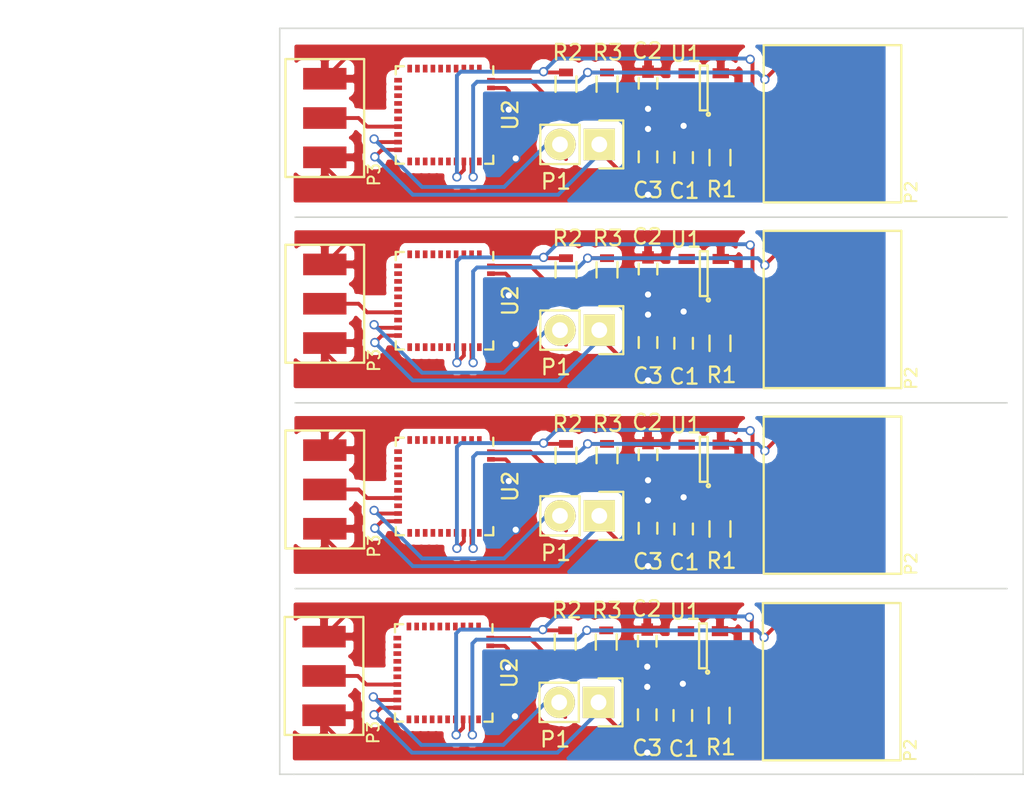
<source format=kicad_pcb>
(kicad_pcb (version 4) (host pcbnew 4.0.2-stable)

  (general
    (links 148)
    (no_connects 24)
    (area 124.234999 71.084999 172.385001 119.385001)
    (thickness 1.6)
    (drawings 10)
    (tracks 496)
    (zones 0)
    (modules 44)
    (nets 9)
  )

  (page A4)
  (layers
    (0 F.Cu signal)
    (31 B.Cu signal)
    (32 B.Adhes user)
    (33 F.Adhes user)
    (34 B.Paste user)
    (35 F.Paste user)
    (36 B.SilkS user)
    (37 F.SilkS user)
    (38 B.Mask user)
    (39 F.Mask user)
    (40 Dwgs.User user)
    (41 Cmts.User user)
    (42 Eco1.User user)
    (43 Eco2.User user)
    (44 Edge.Cuts user)
    (45 Margin user)
    (46 B.CrtYd user)
    (47 F.CrtYd user)
    (48 B.Fab user)
    (49 F.Fab user)
  )

  (setup
    (last_trace_width 0.25)
    (trace_clearance 0.2)
    (zone_clearance 0.508)
    (zone_45_only yes)
    (trace_min 0.2)
    (segment_width 0.2)
    (edge_width 0.1)
    (via_size 0.6)
    (via_drill 0.4)
    (via_min_size 0.4)
    (via_min_drill 0.3)
    (uvia_size 0.3)
    (uvia_drill 0.1)
    (uvias_allowed no)
    (uvia_min_size 0.2)
    (uvia_min_drill 0.1)
    (pcb_text_width 0.3)
    (pcb_text_size 1.5 1.5)
    (mod_edge_width 0.15)
    (mod_text_size 1 1)
    (mod_text_width 0.15)
    (pad_size 1.5 1.5)
    (pad_drill 0.6)
    (pad_to_mask_clearance 0)
    (aux_axis_origin 0 0)
    (grid_origin 124.185 119.285)
    (visible_elements 7FFFEFFF)
    (pcbplotparams
      (layerselection 0x010f0_80000001)
      (usegerberextensions true)
      (excludeedgelayer true)
      (linewidth 0.100000)
      (plotframeref false)
      (viasonmask false)
      (mode 1)
      (useauxorigin false)
      (hpglpennumber 1)
      (hpglpenspeed 20)
      (hpglpendiameter 15)
      (hpglpenoverlay 2)
      (psnegative false)
      (psa4output false)
      (plotreference true)
      (plotvalue true)
      (plotinvisibletext false)
      (padsonsilk false)
      (subtractmaskfromsilk false)
      (outputformat 1)
      (mirror false)
      (drillshape 0)
      (scaleselection 1)
      (outputdirectory C:/Users/Jack/Documents/ITLab/Projekte/2812LEDChain/pcb/gerber/))
  )

  (net 0 "")
  (net 1 GND)
  (net 2 +5V)
  (net 3 +3V3)
  (net 4 /TEST)
  (net 5 /SDA)
  (net 6 /SCL)
  (net 7 /DO)
  (net 8 /RST)

  (net_class Default "Dies ist die voreingestellte Netzklasse."
    (clearance 0.2)
    (trace_width 0.25)
    (via_dia 0.6)
    (via_drill 0.4)
    (uvia_dia 0.3)
    (uvia_drill 0.1)
    (add_net +3V3)
    (add_net +5V)
    (add_net /DO)
    (add_net /RST)
    (add_net /SCL)
    (add_net /SDA)
    (add_net /TEST)
    (add_net GND)
  )

  (module Pin_Headers:Pin_Header_Straight_1x02 (layer F.Cu) (tedit 5784D353) (tstamp 57096A71)
    (at 144.885 114.685 270)
    (descr "Through hole pin header")
    (tags "pin header")
    (path /56F66097)
    (fp_text reference P1 (at 2.4 2.8 360) (layer F.SilkS)
      (effects (font (size 1 1) (thickness 0.15)))
    )
    (fp_text value CONN_01X02 (at -2.55 29.8 270) (layer F.Fab)
      (effects (font (size 1 1) (thickness 0.15)))
    )
    (fp_line (start 1.27 1.27) (end 1.27 3.81) (layer F.SilkS) (width 0.15))
    (fp_line (start 1.55 -1.55) (end 1.55 0) (layer F.SilkS) (width 0.15))
    (fp_line (start -1.75 -1.75) (end -1.75 4.3) (layer F.CrtYd) (width 0.05))
    (fp_line (start 1.75 -1.75) (end 1.75 4.3) (layer F.CrtYd) (width 0.05))
    (fp_line (start -1.75 -1.75) (end 1.75 -1.75) (layer F.CrtYd) (width 0.05))
    (fp_line (start -1.75 4.3) (end 1.75 4.3) (layer F.CrtYd) (width 0.05))
    (fp_line (start 1.27 1.27) (end -1.27 1.27) (layer F.SilkS) (width 0.15))
    (fp_line (start -1.55 0) (end -1.55 -1.55) (layer F.SilkS) (width 0.15))
    (fp_line (start -1.55 -1.55) (end 1.55 -1.55) (layer F.SilkS) (width 0.15))
    (fp_line (start -1.27 1.27) (end -1.27 3.81) (layer F.SilkS) (width 0.15))
    (fp_line (start -1.27 3.81) (end 1.27 3.81) (layer F.SilkS) (width 0.15))
    (pad 1 thru_hole rect (at 0 0 270) (size 2.032 2.032) (drill 1.016) (layers *.Cu *.Mask F.SilkS)
      (net 8 /RST))
    (pad 2 thru_hole oval (at 0 2.54 270) (size 2.032 2.032) (drill 1.016) (layers *.Cu *.Mask F.SilkS)
      (net 4 /TEST))
    (model Pin_Headers.3dshapes/Pin_Header_Straight_1x02.wrl
      (at (xyz 0 -0.05 0))
      (scale (xyz 1 1 1))
      (rotate (xyz 0 0 90))
    )
  )

  (module Pin_Headers:PINHEAD1-8_SMD (layer F.Cu) (tedit 5784EF31) (tstamp 57096A81)
    (at 158.05 113.35 270)
    (path /56FF8E13)
    (fp_text reference P2 (at 4.435 -6.985 270) (layer F.SilkS)
      (effects (font (size 0.762 0.762) (thickness 0.127)))
    )
    (fp_text value "" (at -0.415 39.215 270) (layer F.SilkS)
      (effects (font (size 0.762 0.762) (thickness 0.127)))
    )
    (fp_line (start -5.08 -6.35) (end 5.08 -6.35) (layer F.SilkS) (width 0.15))
    (fp_line (start 5.08 -6.35) (end 5.08 2.54) (layer F.SilkS) (width 0.15))
    (fp_line (start 5.08 2.54) (end -5.08 2.54) (layer F.SilkS) (width 0.15))
    (fp_line (start -5.08 2.54) (end -5.08 -6.35) (layer F.SilkS) (width 0.15))
    (pad 8 smd rect (at 3.81 -3.81 270) (size 1.397 2.79908) (layers F.Cu F.Paste F.Mask)
      (net 1 GND))
    (pad 7 smd rect (at 3.81 0 270) (size 1.397 2.79908) (layers F.Cu F.Paste F.Mask)
      (net 1 GND))
    (pad 6 smd rect (at 1.27 -3.81 270) (size 1.397 2.79908) (layers F.Cu F.Paste F.Mask)
      (net 2 +5V))
    (pad 5 smd rect (at 1.27 0 270) (size 1.397 2.79908) (layers F.Cu F.Paste F.Mask)
      (net 2 +5V))
    (pad 4 smd rect (at -1.27 -3.81 270) (size 1.397 2.79908) (layers F.Cu F.Paste F.Mask)
      (net 5 /SDA))
    (pad 1 smd rect (at -3.81 0 270) (size 1.397 2.79908) (layers F.Cu F.Paste F.Mask)
      (net 6 /SCL))
    (pad 2 smd rect (at -3.81 -3.81 270) (size 1.397 2.79908) (layers F.Cu F.Paste F.Mask)
      (net 6 /SCL))
    (pad 3 smd rect (at -1.27 0 270) (size 1.39954 2.79908) (layers F.Cu F.Paste F.Mask)
      (net 5 /SDA))
  )

  (module TO_SOT_Packages_SMD:SOT-23-5 (layer F.Cu) (tedit 5784D3AA) (tstamp 57096AC9)
    (at 151.635 111.035 180)
    (descr "5-pin SOT23 package")
    (tags SOT-23-5)
    (path /56F654BD)
    (attr smd)
    (fp_text reference U1 (at 1.15 2.2 180) (layer F.SilkS)
      (effects (font (size 1 1) (thickness 0.15)))
    )
    (fp_text value LD59015 (at 35.75 -1.55 180) (layer F.Fab)
      (effects (font (size 1 1) (thickness 0.15)))
    )
    (fp_line (start -1.8 -1.6) (end 1.8 -1.6) (layer F.CrtYd) (width 0.05))
    (fp_line (start 1.8 -1.6) (end 1.8 1.6) (layer F.CrtYd) (width 0.05))
    (fp_line (start 1.8 1.6) (end -1.8 1.6) (layer F.CrtYd) (width 0.05))
    (fp_line (start -1.8 1.6) (end -1.8 -1.6) (layer F.CrtYd) (width 0.05))
    (fp_circle (center -0.3 -1.7) (end -0.2 -1.7) (layer F.SilkS) (width 0.15))
    (fp_line (start 0.25 -1.45) (end -0.25 -1.45) (layer F.SilkS) (width 0.15))
    (fp_line (start 0.25 1.45) (end 0.25 -1.45) (layer F.SilkS) (width 0.15))
    (fp_line (start -0.25 1.45) (end 0.25 1.45) (layer F.SilkS) (width 0.15))
    (fp_line (start -0.25 -1.45) (end -0.25 1.45) (layer F.SilkS) (width 0.15))
    (pad 1 smd rect (at -1.1 -0.95 180) (size 1.06 0.65) (layers F.Cu F.Paste F.Mask)
      (net 2 +5V))
    (pad 2 smd rect (at -1.1 0 180) (size 1.06 0.65) (layers F.Cu F.Paste F.Mask)
      (net 1 GND))
    (pad 3 smd rect (at -1.1 0.95 180) (size 1.06 0.65) (layers F.Cu F.Paste F.Mask)
      (net 2 +5V))
    (pad 4 smd rect (at 1.1 0.95 180) (size 1.06 0.65) (layers F.Cu F.Paste F.Mask))
    (pad 5 smd rect (at 1.1 -0.95 180) (size 1.06 0.65) (layers F.Cu F.Paste F.Mask)
      (net 3 +3V3))
    (model TO_SOT_Packages_SMD.3dshapes/SOT-23-5.wrl
      (at (xyz 0 0 0))
      (scale (xyz 1 1 1))
      (rotate (xyz 0 0 0))
    )
  )

  (module Pin_Headers:PINHEAD1-3_SMD (layer F.Cu) (tedit 5784EF38) (tstamp 57096A93)
    (at 127.15 114.25 270)
    (path /56F656FC)
    (fp_text reference P3 (at 2.385 -3.185 270) (layer F.SilkS)
      (effects (font (size 0.762 0.762) (thickness 0.127)))
    )
    (fp_text value "" (at -0.965 20.715 270) (layer F.SilkS)
      (effects (font (size 0.762 0.762) (thickness 0.127)))
    )
    (fp_line (start -5.08 -2.54) (end -5.08 2.54) (layer F.SilkS) (width 0.15))
    (fp_line (start -5.08 2.54) (end 2.54 2.54) (layer F.SilkS) (width 0.15))
    (fp_line (start 2.54 2.54) (end 2.54 -2.54) (layer F.SilkS) (width 0.15))
    (fp_line (start 2.54 -2.54) (end -5.08 -2.54) (layer F.SilkS) (width 0.15))
    (pad 1 smd rect (at -3.81 0 270) (size 1.397 2.79908) (layers F.Cu F.Paste F.Mask)
      (net 2 +5V))
    (pad 2 smd rect (at -1.27 0 270) (size 1.397 2.79908) (layers F.Cu F.Paste F.Mask)
      (net 7 /DO))
    (pad 3 smd rect (at 1.27 0 270) (size 1.39954 2.79908) (layers F.Cu F.Paste F.Mask)
      (net 1 GND))
  )

  (module Housings_DFN_QFN:QFN-40-1EP_6x6mm_Pitch0.5mm (layer F.Cu) (tedit 5784D330) (tstamp 5784CB64)
    (at 134.885 112.785 270)
    (descr "40-Lead Plastic Quad Flat, No Lead Package (ML) - 6x6x0.9mm Body [QFN]; (see Microchip Packaging Specification 00000049BS.pdf)")
    (tags "QFN 0.5")
    (path /5784CEA6)
    (attr smd)
    (fp_text reference U2 (at 0 -4.25 270) (layer F.SilkS)
      (effects (font (size 1 1) (thickness 0.15)))
    )
    (fp_text value MSP430F5739 (at -0.6 24.55 270) (layer F.Fab)
      (effects (font (size 1 1) (thickness 0.15)))
    )
    (fp_line (start -3.5 -3.5) (end -3.5 3.5) (layer F.CrtYd) (width 0.05))
    (fp_line (start 3.5 -3.5) (end 3.5 3.5) (layer F.CrtYd) (width 0.05))
    (fp_line (start -3.5 -3.5) (end 3.5 -3.5) (layer F.CrtYd) (width 0.05))
    (fp_line (start -3.5 3.5) (end 3.5 3.5) (layer F.CrtYd) (width 0.05))
    (fp_line (start 3.15 -3.15) (end 3.15 -2.625) (layer F.SilkS) (width 0.15))
    (fp_line (start -3.15 3.15) (end -3.15 2.625) (layer F.SilkS) (width 0.15))
    (fp_line (start 3.15 3.15) (end 3.15 2.625) (layer F.SilkS) (width 0.15))
    (fp_line (start -3.15 -3.15) (end -2.625 -3.15) (layer F.SilkS) (width 0.15))
    (fp_line (start -3.15 3.15) (end -2.625 3.15) (layer F.SilkS) (width 0.15))
    (fp_line (start 3.15 3.15) (end 2.625 3.15) (layer F.SilkS) (width 0.15))
    (fp_line (start 3.15 -3.15) (end 2.625 -3.15) (layer F.SilkS) (width 0.15))
    (pad 1 smd rect (at -3 -2.25 270) (size 0.5 0.3) (layers F.Cu F.Paste F.Mask))
    (pad 2 smd rect (at -3 -1.75 270) (size 0.5 0.3) (layers F.Cu F.Paste F.Mask))
    (pad 3 smd rect (at -3 -1.25 270) (size 0.5 0.3) (layers F.Cu F.Paste F.Mask))
    (pad 4 smd rect (at -3 -0.75 270) (size 0.5 0.3) (layers F.Cu F.Paste F.Mask))
    (pad 5 smd rect (at -3 -0.25 270) (size 0.5 0.3) (layers F.Cu F.Paste F.Mask))
    (pad 6 smd rect (at -3 0.25 270) (size 0.5 0.3) (layers F.Cu F.Paste F.Mask))
    (pad 7 smd rect (at -3 0.75 270) (size 0.5 0.3) (layers F.Cu F.Paste F.Mask))
    (pad 8 smd rect (at -3 1.25 270) (size 0.5 0.3) (layers F.Cu F.Paste F.Mask))
    (pad 9 smd rect (at -3 1.75 270) (size 0.5 0.3) (layers F.Cu F.Paste F.Mask))
    (pad 10 smd rect (at -3 2.25 270) (size 0.5 0.3) (layers F.Cu F.Paste F.Mask))
    (pad 11 smd rect (at -2.25 3) (size 0.5 0.3) (layers F.Cu F.Paste F.Mask))
    (pad 12 smd rect (at -1.75 3) (size 0.5 0.3) (layers F.Cu F.Paste F.Mask))
    (pad 13 smd rect (at -1.25 3) (size 0.5 0.3) (layers F.Cu F.Paste F.Mask))
    (pad 14 smd rect (at -0.75 3) (size 0.5 0.3) (layers F.Cu F.Paste F.Mask))
    (pad 15 smd rect (at -0.25 3) (size 0.5 0.3) (layers F.Cu F.Paste F.Mask))
    (pad 16 smd rect (at 0.25 3) (size 0.5 0.3) (layers F.Cu F.Paste F.Mask))
    (pad 17 smd rect (at 0.75 3) (size 0.5 0.3) (layers F.Cu F.Paste F.Mask)
      (net 7 /DO))
    (pad 18 smd rect (at 1.25 3) (size 0.5 0.3) (layers F.Cu F.Paste F.Mask))
    (pad 19 smd rect (at 1.75 3) (size 0.5 0.3) (layers F.Cu F.Paste F.Mask)
      (net 4 /TEST))
    (pad 20 smd rect (at 2.25 3) (size 0.5 0.3) (layers F.Cu F.Paste F.Mask)
      (net 8 /RST))
    (pad 21 smd rect (at 3 2.25 270) (size 0.5 0.3) (layers F.Cu F.Paste F.Mask))
    (pad 22 smd rect (at 3 1.75 270) (size 0.5 0.3) (layers F.Cu F.Paste F.Mask))
    (pad 23 smd rect (at 3 1.25 270) (size 0.5 0.3) (layers F.Cu F.Paste F.Mask))
    (pad 24 smd rect (at 3 0.75 270) (size 0.5 0.3) (layers F.Cu F.Paste F.Mask))
    (pad 25 smd rect (at 3 0.25 270) (size 0.5 0.3) (layers F.Cu F.Paste F.Mask))
    (pad 26 smd rect (at 3 -0.25 270) (size 0.5 0.3) (layers F.Cu F.Paste F.Mask))
    (pad 27 smd rect (at 3 -0.75 270) (size 0.5 0.3) (layers F.Cu F.Paste F.Mask))
    (pad 28 smd rect (at 3 -1.25 270) (size 0.5 0.3) (layers F.Cu F.Paste F.Mask)
      (net 5 /SDA))
    (pad 29 smd rect (at 3 -1.75 270) (size 0.5 0.3) (layers F.Cu F.Paste F.Mask)
      (net 6 /SCL))
    (pad 30 smd rect (at 3 -2.25 270) (size 0.5 0.3) (layers F.Cu F.Paste F.Mask))
    (pad 31 smd rect (at 2.25 -3) (size 0.5 0.3) (layers F.Cu F.Paste F.Mask)
      (net 1 GND))
    (pad 32 smd rect (at 1.75 -3) (size 0.5 0.3) (layers F.Cu F.Paste F.Mask)
      (net 3 +3V3))
    (pad 33 smd rect (at 1.25 -3) (size 0.5 0.3) (layers F.Cu F.Paste F.Mask))
    (pad 34 smd rect (at 0.75 -3) (size 0.5 0.3) (layers F.Cu F.Paste F.Mask))
    (pad 35 smd rect (at 0.25 -3) (size 0.5 0.3) (layers F.Cu F.Paste F.Mask))
    (pad 36 smd rect (at -0.25 -3) (size 0.5 0.3) (layers F.Cu F.Paste F.Mask)
      (net 1 GND))
    (pad 37 smd rect (at -0.75 -3) (size 0.5 0.3) (layers F.Cu F.Paste F.Mask))
    (pad 38 smd rect (at -1.25 -3) (size 0.5 0.3) (layers F.Cu F.Paste F.Mask))
    (pad 39 smd rect (at -1.75 -3) (size 0.5 0.3) (layers F.Cu F.Paste F.Mask)
      (net 1 GND))
    (pad 40 smd rect (at -2.25 -3) (size 0.5 0.3) (layers F.Cu F.Paste F.Mask)
      (net 3 +3V3))
    (model Housings_DFN_QFN.3dshapes/QFN-40-1EP_6x6mm_Pitch0.5mm.wrl
      (at (xyz 0 0 0))
      (scale (xyz 1 1 1))
      (rotate (xyz 0 0 0))
    )
  )

  (module Resistors_SMD:R_0603 (layer F.Cu) (tedit 5784D3A3) (tstamp 57096A9F)
    (at 152.685 115.535 270)
    (descr "Resistor SMD 0603, reflow soldering, Vishay (see dcrcw.pdf)")
    (tags "resistor 0603")
    (path /56F6625D)
    (attr smd)
    (fp_text reference R1 (at 2.05 -0.1 360) (layer F.SilkS)
      (effects (font (size 1 1) (thickness 0.15)))
    )
    (fp_text value 47k (at 0.1 35.55 270) (layer F.Fab)
      (effects (font (size 1 1) (thickness 0.15)))
    )
    (fp_line (start -1.3 -0.8) (end 1.3 -0.8) (layer F.CrtYd) (width 0.05))
    (fp_line (start -1.3 0.8) (end 1.3 0.8) (layer F.CrtYd) (width 0.05))
    (fp_line (start -1.3 -0.8) (end -1.3 0.8) (layer F.CrtYd) (width 0.05))
    (fp_line (start 1.3 -0.8) (end 1.3 0.8) (layer F.CrtYd) (width 0.05))
    (fp_line (start 0.5 0.675) (end -0.5 0.675) (layer F.SilkS) (width 0.15))
    (fp_line (start -0.5 -0.675) (end 0.5 -0.675) (layer F.SilkS) (width 0.15))
    (pad 1 smd rect (at -0.75 0 270) (size 0.5 0.9) (layers F.Cu F.Paste F.Mask)
      (net 3 +3V3))
    (pad 2 smd rect (at 0.75 0 270) (size 0.5 0.9) (layers F.Cu F.Paste F.Mask)
      (net 8 /RST))
    (model Resistors_SMD.3dshapes/R_0603.wrl
      (at (xyz 0 0 0))
      (scale (xyz 1 1 1))
      (rotate (xyz 0 0 0))
    )
  )

  (module Resistors_SMD:R_0603 (layer F.Cu) (tedit 5784D375) (tstamp 57096AB7)
    (at 145.385 110.785 90)
    (descr "Resistor SMD 0603, reflow soldering, Vishay (see dcrcw.pdf)")
    (tags "resistor 0603")
    (path /56F67BD2)
    (attr smd)
    (fp_text reference R3 (at 2.05 0.05 180) (layer F.SilkS)
      (effects (font (size 1 1) (thickness 0.15)))
    )
    (fp_text value 10k (at 3.95 -27.95 90) (layer F.Fab)
      (effects (font (size 1 1) (thickness 0.15)))
    )
    (fp_line (start -1.3 -0.8) (end 1.3 -0.8) (layer F.CrtYd) (width 0.05))
    (fp_line (start -1.3 0.8) (end 1.3 0.8) (layer F.CrtYd) (width 0.05))
    (fp_line (start -1.3 -0.8) (end -1.3 0.8) (layer F.CrtYd) (width 0.05))
    (fp_line (start 1.3 -0.8) (end 1.3 0.8) (layer F.CrtYd) (width 0.05))
    (fp_line (start 0.5 0.675) (end -0.5 0.675) (layer F.SilkS) (width 0.15))
    (fp_line (start -0.5 -0.675) (end 0.5 -0.675) (layer F.SilkS) (width 0.15))
    (pad 1 smd rect (at -0.75 0 90) (size 0.5 0.9) (layers F.Cu F.Paste F.Mask)
      (net 3 +3V3))
    (pad 2 smd rect (at 0.75 0 90) (size 0.5 0.9) (layers F.Cu F.Paste F.Mask)
      (net 6 /SCL))
    (model Resistors_SMD.3dshapes/R_0603.wrl
      (at (xyz 0 0 0))
      (scale (xyz 1 1 1))
      (rotate (xyz 0 0 0))
    )
  )

  (module Resistors_SMD:R_0603 (layer F.Cu) (tedit 5784D388) (tstamp 57096AAB)
    (at 142.735 110.785 90)
    (descr "Resistor SMD 0603, reflow soldering, Vishay (see dcrcw.pdf)")
    (tags "resistor 0603")
    (path /56F6739F)
    (attr smd)
    (fp_text reference R2 (at 2.05 0.1 360) (layer F.SilkS)
      (effects (font (size 1 1) (thickness 0.15)))
    )
    (fp_text value 10k (at 0.15 -25.3 90) (layer F.Fab)
      (effects (font (size 1 1) (thickness 0.15)))
    )
    (fp_line (start -1.3 -0.8) (end 1.3 -0.8) (layer F.CrtYd) (width 0.05))
    (fp_line (start -1.3 0.8) (end 1.3 0.8) (layer F.CrtYd) (width 0.05))
    (fp_line (start -1.3 -0.8) (end -1.3 0.8) (layer F.CrtYd) (width 0.05))
    (fp_line (start 1.3 -0.8) (end 1.3 0.8) (layer F.CrtYd) (width 0.05))
    (fp_line (start 0.5 0.675) (end -0.5 0.675) (layer F.SilkS) (width 0.15))
    (fp_line (start -0.5 -0.675) (end 0.5 -0.675) (layer F.SilkS) (width 0.15))
    (pad 1 smd rect (at -0.75 0 90) (size 0.5 0.9) (layers F.Cu F.Paste F.Mask)
      (net 3 +3V3))
    (pad 2 smd rect (at 0.75 0 90) (size 0.5 0.9) (layers F.Cu F.Paste F.Mask)
      (net 5 /SDA))
    (model Resistors_SMD.3dshapes/R_0603.wrl
      (at (xyz 0 0 0))
      (scale (xyz 1 1 1))
      (rotate (xyz 0 0 0))
    )
  )

  (module Capacitors_SMD:C_0603 (layer F.Cu) (tedit 5784D36D) (tstamp 57096A54)
    (at 148.035 110.735 270)
    (descr "Capacitor SMD 0603, reflow soldering, AVX (see smccp.pdf)")
    (tags "capacitor 0603")
    (path /56F683BA)
    (attr smd)
    (fp_text reference C2 (at -2.1 0.05 540) (layer F.SilkS)
      (effects (font (size 1 1) (thickness 0.15)))
    )
    (fp_text value 1u (at -2.85 29.1 270) (layer F.Fab)
      (effects (font (size 1 1) (thickness 0.15)))
    )
    (fp_line (start -1.45 -0.75) (end 1.45 -0.75) (layer F.CrtYd) (width 0.05))
    (fp_line (start -1.45 0.75) (end 1.45 0.75) (layer F.CrtYd) (width 0.05))
    (fp_line (start -1.45 -0.75) (end -1.45 0.75) (layer F.CrtYd) (width 0.05))
    (fp_line (start 1.45 -0.75) (end 1.45 0.75) (layer F.CrtYd) (width 0.05))
    (fp_line (start -0.35 -0.6) (end 0.35 -0.6) (layer F.SilkS) (width 0.15))
    (fp_line (start 0.35 0.6) (end -0.35 0.6) (layer F.SilkS) (width 0.15))
    (pad 1 smd rect (at -0.75 0 270) (size 0.8 0.75) (layers F.Cu F.Paste F.Mask)
      (net 2 +5V))
    (pad 2 smd rect (at 0.75 0 270) (size 0.8 0.75) (layers F.Cu F.Paste F.Mask)
      (net 1 GND))
    (model Capacitors_SMD.3dshapes/C_0603.wrl
      (at (xyz 0 0 0))
      (scale (xyz 1 1 1))
      (rotate (xyz 0 0 0))
    )
  )

  (module Capacitors_SMD:C_0603 (layer F.Cu) (tedit 5784D396) (tstamp 57096A60)
    (at 148.035 115.485 90)
    (descr "Capacitor SMD 0603, reflow soldering, AVX (see smccp.pdf)")
    (tags "capacitor 0603")
    (path /56F68421)
    (attr smd)
    (fp_text reference C3 (at -2.15 0 180) (layer F.SilkS)
      (effects (font (size 1 1) (thickness 0.15)))
    )
    (fp_text value 1u (at -2.05 -30.3 90) (layer F.Fab)
      (effects (font (size 1 1) (thickness 0.15)))
    )
    (fp_line (start -1.45 -0.75) (end 1.45 -0.75) (layer F.CrtYd) (width 0.05))
    (fp_line (start -1.45 0.75) (end 1.45 0.75) (layer F.CrtYd) (width 0.05))
    (fp_line (start -1.45 -0.75) (end -1.45 0.75) (layer F.CrtYd) (width 0.05))
    (fp_line (start 1.45 -0.75) (end 1.45 0.75) (layer F.CrtYd) (width 0.05))
    (fp_line (start -0.35 -0.6) (end 0.35 -0.6) (layer F.SilkS) (width 0.15))
    (fp_line (start 0.35 0.6) (end -0.35 0.6) (layer F.SilkS) (width 0.15))
    (pad 1 smd rect (at -0.75 0 90) (size 0.8 0.75) (layers F.Cu F.Paste F.Mask)
      (net 3 +3V3))
    (pad 2 smd rect (at 0.75 0 90) (size 0.8 0.75) (layers F.Cu F.Paste F.Mask)
      (net 1 GND))
    (model Capacitors_SMD.3dshapes/C_0603.wrl
      (at (xyz 0 0 0))
      (scale (xyz 1 1 1))
      (rotate (xyz 0 0 0))
    )
  )

  (module Capacitors_SMD:C_0603 (layer F.Cu) (tedit 5784D39D) (tstamp 57096A48)
    (at 150.335 115.535 90)
    (descr "Capacitor SMD 0603, reflow soldering, AVX (see smccp.pdf)")
    (tags "capacitor 0603")
    (path /56F66378)
    (attr smd)
    (fp_text reference C1 (at -2.15 0.05 180) (layer F.SilkS)
      (effects (font (size 1 1) (thickness 0.15)))
    )
    (fp_text value 1n (at -4.55 -33.55 90) (layer F.Fab)
      (effects (font (size 1 1) (thickness 0.15)))
    )
    (fp_line (start -1.45 -0.75) (end 1.45 -0.75) (layer F.CrtYd) (width 0.05))
    (fp_line (start -1.45 0.75) (end 1.45 0.75) (layer F.CrtYd) (width 0.05))
    (fp_line (start -1.45 -0.75) (end -1.45 0.75) (layer F.CrtYd) (width 0.05))
    (fp_line (start 1.45 -0.75) (end 1.45 0.75) (layer F.CrtYd) (width 0.05))
    (fp_line (start -0.35 -0.6) (end 0.35 -0.6) (layer F.SilkS) (width 0.15))
    (fp_line (start 0.35 0.6) (end -0.35 0.6) (layer F.SilkS) (width 0.15))
    (pad 1 smd rect (at -0.75 0 90) (size 0.8 0.75) (layers F.Cu F.Paste F.Mask)
      (net 8 /RST))
    (pad 2 smd rect (at 0.75 0 90) (size 0.8 0.75) (layers F.Cu F.Paste F.Mask)
      (net 1 GND))
    (model Capacitors_SMD.3dshapes/C_0603.wrl
      (at (xyz 0 0 0))
      (scale (xyz 1 1 1))
      (rotate (xyz 0 0 0))
    )
  )

  (module Pin_Headers:Pin_Header_Straight_1x02 (layer F.Cu) (tedit 5784D353) (tstamp 57096A71)
    (at 144.935 102.635 270)
    (descr "Through hole pin header")
    (tags "pin header")
    (path /56F66097)
    (fp_text reference P1 (at 2.4 2.8 360) (layer F.SilkS)
      (effects (font (size 1 1) (thickness 0.15)))
    )
    (fp_text value CONN_01X02 (at -2.55 29.8 270) (layer F.Fab)
      (effects (font (size 1 1) (thickness 0.15)))
    )
    (fp_line (start 1.27 1.27) (end 1.27 3.81) (layer F.SilkS) (width 0.15))
    (fp_line (start 1.55 -1.55) (end 1.55 0) (layer F.SilkS) (width 0.15))
    (fp_line (start -1.75 -1.75) (end -1.75 4.3) (layer F.CrtYd) (width 0.05))
    (fp_line (start 1.75 -1.75) (end 1.75 4.3) (layer F.CrtYd) (width 0.05))
    (fp_line (start -1.75 -1.75) (end 1.75 -1.75) (layer F.CrtYd) (width 0.05))
    (fp_line (start -1.75 4.3) (end 1.75 4.3) (layer F.CrtYd) (width 0.05))
    (fp_line (start 1.27 1.27) (end -1.27 1.27) (layer F.SilkS) (width 0.15))
    (fp_line (start -1.55 0) (end -1.55 -1.55) (layer F.SilkS) (width 0.15))
    (fp_line (start -1.55 -1.55) (end 1.55 -1.55) (layer F.SilkS) (width 0.15))
    (fp_line (start -1.27 1.27) (end -1.27 3.81) (layer F.SilkS) (width 0.15))
    (fp_line (start -1.27 3.81) (end 1.27 3.81) (layer F.SilkS) (width 0.15))
    (pad 1 thru_hole rect (at 0 0 270) (size 2.032 2.032) (drill 1.016) (layers *.Cu *.Mask F.SilkS)
      (net 8 /RST))
    (pad 2 thru_hole oval (at 0 2.54 270) (size 2.032 2.032) (drill 1.016) (layers *.Cu *.Mask F.SilkS)
      (net 4 /TEST))
    (model Pin_Headers.3dshapes/Pin_Header_Straight_1x02.wrl
      (at (xyz 0 -0.05 0))
      (scale (xyz 1 1 1))
      (rotate (xyz 0 0 90))
    )
  )

  (module Pin_Headers:PINHEAD1-8_SMD (layer F.Cu) (tedit 5784EF2C) (tstamp 57096A81)
    (at 158.1 101.3 270)
    (path /56FF8E13)
    (fp_text reference P2 (at 4.435 -6.985 270) (layer F.SilkS)
      (effects (font (size 0.762 0.762) (thickness 0.127)))
    )
    (fp_text value "" (at -0.415 39.215 270) (layer F.SilkS)
      (effects (font (size 0.762 0.762) (thickness 0.127)))
    )
    (fp_line (start -5.08 -6.35) (end 5.08 -6.35) (layer F.SilkS) (width 0.15))
    (fp_line (start 5.08 -6.35) (end 5.08 2.54) (layer F.SilkS) (width 0.15))
    (fp_line (start 5.08 2.54) (end -5.08 2.54) (layer F.SilkS) (width 0.15))
    (fp_line (start -5.08 2.54) (end -5.08 -6.35) (layer F.SilkS) (width 0.15))
    (pad 8 smd rect (at 3.81 -3.81 270) (size 1.397 2.79908) (layers F.Cu F.Paste F.Mask)
      (net 1 GND))
    (pad 7 smd rect (at 3.81 0 270) (size 1.397 2.79908) (layers F.Cu F.Paste F.Mask)
      (net 1 GND))
    (pad 6 smd rect (at 1.27 -3.81 270) (size 1.397 2.79908) (layers F.Cu F.Paste F.Mask)
      (net 2 +5V))
    (pad 5 smd rect (at 1.27 0 270) (size 1.397 2.79908) (layers F.Cu F.Paste F.Mask)
      (net 2 +5V))
    (pad 4 smd rect (at -1.27 -3.81 270) (size 1.397 2.79908) (layers F.Cu F.Paste F.Mask)
      (net 5 /SDA))
    (pad 1 smd rect (at -3.81 0 270) (size 1.397 2.79908) (layers F.Cu F.Paste F.Mask)
      (net 6 /SCL))
    (pad 2 smd rect (at -3.81 -3.81 270) (size 1.397 2.79908) (layers F.Cu F.Paste F.Mask)
      (net 6 /SCL))
    (pad 3 smd rect (at -1.27 0 270) (size 1.39954 2.79908) (layers F.Cu F.Paste F.Mask)
      (net 5 /SDA))
  )

  (module TO_SOT_Packages_SMD:SOT-23-5 (layer F.Cu) (tedit 5784D3AA) (tstamp 57096AC9)
    (at 151.685 98.985 180)
    (descr "5-pin SOT23 package")
    (tags SOT-23-5)
    (path /56F654BD)
    (attr smd)
    (fp_text reference U1 (at 1.15 2.2 180) (layer F.SilkS)
      (effects (font (size 1 1) (thickness 0.15)))
    )
    (fp_text value LD59015 (at 35.75 -1.55 180) (layer F.Fab)
      (effects (font (size 1 1) (thickness 0.15)))
    )
    (fp_line (start -1.8 -1.6) (end 1.8 -1.6) (layer F.CrtYd) (width 0.05))
    (fp_line (start 1.8 -1.6) (end 1.8 1.6) (layer F.CrtYd) (width 0.05))
    (fp_line (start 1.8 1.6) (end -1.8 1.6) (layer F.CrtYd) (width 0.05))
    (fp_line (start -1.8 1.6) (end -1.8 -1.6) (layer F.CrtYd) (width 0.05))
    (fp_circle (center -0.3 -1.7) (end -0.2 -1.7) (layer F.SilkS) (width 0.15))
    (fp_line (start 0.25 -1.45) (end -0.25 -1.45) (layer F.SilkS) (width 0.15))
    (fp_line (start 0.25 1.45) (end 0.25 -1.45) (layer F.SilkS) (width 0.15))
    (fp_line (start -0.25 1.45) (end 0.25 1.45) (layer F.SilkS) (width 0.15))
    (fp_line (start -0.25 -1.45) (end -0.25 1.45) (layer F.SilkS) (width 0.15))
    (pad 1 smd rect (at -1.1 -0.95 180) (size 1.06 0.65) (layers F.Cu F.Paste F.Mask)
      (net 2 +5V))
    (pad 2 smd rect (at -1.1 0 180) (size 1.06 0.65) (layers F.Cu F.Paste F.Mask)
      (net 1 GND))
    (pad 3 smd rect (at -1.1 0.95 180) (size 1.06 0.65) (layers F.Cu F.Paste F.Mask)
      (net 2 +5V))
    (pad 4 smd rect (at 1.1 0.95 180) (size 1.06 0.65) (layers F.Cu F.Paste F.Mask))
    (pad 5 smd rect (at 1.1 -0.95 180) (size 1.06 0.65) (layers F.Cu F.Paste F.Mask)
      (net 3 +3V3))
    (model TO_SOT_Packages_SMD.3dshapes/SOT-23-5.wrl
      (at (xyz 0 0 0))
      (scale (xyz 1 1 1))
      (rotate (xyz 0 0 0))
    )
  )

  (module Pin_Headers:PINHEAD1-3_SMD (layer F.Cu) (tedit 5784EF3D) (tstamp 57096A93)
    (at 127.2 102.2 270)
    (path /56F656FC)
    (fp_text reference P3 (at 2.385 -3.185 270) (layer F.SilkS)
      (effects (font (size 0.762 0.762) (thickness 0.127)))
    )
    (fp_text value "" (at -0.965 20.715 270) (layer F.SilkS)
      (effects (font (size 0.762 0.762) (thickness 0.127)))
    )
    (fp_line (start -5.08 -2.54) (end -5.08 2.54) (layer F.SilkS) (width 0.15))
    (fp_line (start -5.08 2.54) (end 2.54 2.54) (layer F.SilkS) (width 0.15))
    (fp_line (start 2.54 2.54) (end 2.54 -2.54) (layer F.SilkS) (width 0.15))
    (fp_line (start 2.54 -2.54) (end -5.08 -2.54) (layer F.SilkS) (width 0.15))
    (pad 1 smd rect (at -3.81 0 270) (size 1.397 2.79908) (layers F.Cu F.Paste F.Mask)
      (net 2 +5V))
    (pad 2 smd rect (at -1.27 0 270) (size 1.397 2.79908) (layers F.Cu F.Paste F.Mask)
      (net 7 /DO))
    (pad 3 smd rect (at 1.27 0 270) (size 1.39954 2.79908) (layers F.Cu F.Paste F.Mask)
      (net 1 GND))
  )

  (module Housings_DFN_QFN:QFN-40-1EP_6x6mm_Pitch0.5mm (layer F.Cu) (tedit 5784D330) (tstamp 5784CB64)
    (at 134.935 100.735 270)
    (descr "40-Lead Plastic Quad Flat, No Lead Package (ML) - 6x6x0.9mm Body [QFN]; (see Microchip Packaging Specification 00000049BS.pdf)")
    (tags "QFN 0.5")
    (path /5784CEA6)
    (attr smd)
    (fp_text reference U2 (at 0 -4.25 270) (layer F.SilkS)
      (effects (font (size 1 1) (thickness 0.15)))
    )
    (fp_text value MSP430F5739 (at -0.6 24.55 270) (layer F.Fab)
      (effects (font (size 1 1) (thickness 0.15)))
    )
    (fp_line (start -3.5 -3.5) (end -3.5 3.5) (layer F.CrtYd) (width 0.05))
    (fp_line (start 3.5 -3.5) (end 3.5 3.5) (layer F.CrtYd) (width 0.05))
    (fp_line (start -3.5 -3.5) (end 3.5 -3.5) (layer F.CrtYd) (width 0.05))
    (fp_line (start -3.5 3.5) (end 3.5 3.5) (layer F.CrtYd) (width 0.05))
    (fp_line (start 3.15 -3.15) (end 3.15 -2.625) (layer F.SilkS) (width 0.15))
    (fp_line (start -3.15 3.15) (end -3.15 2.625) (layer F.SilkS) (width 0.15))
    (fp_line (start 3.15 3.15) (end 3.15 2.625) (layer F.SilkS) (width 0.15))
    (fp_line (start -3.15 -3.15) (end -2.625 -3.15) (layer F.SilkS) (width 0.15))
    (fp_line (start -3.15 3.15) (end -2.625 3.15) (layer F.SilkS) (width 0.15))
    (fp_line (start 3.15 3.15) (end 2.625 3.15) (layer F.SilkS) (width 0.15))
    (fp_line (start 3.15 -3.15) (end 2.625 -3.15) (layer F.SilkS) (width 0.15))
    (pad 1 smd rect (at -3 -2.25 270) (size 0.5 0.3) (layers F.Cu F.Paste F.Mask))
    (pad 2 smd rect (at -3 -1.75 270) (size 0.5 0.3) (layers F.Cu F.Paste F.Mask))
    (pad 3 smd rect (at -3 -1.25 270) (size 0.5 0.3) (layers F.Cu F.Paste F.Mask))
    (pad 4 smd rect (at -3 -0.75 270) (size 0.5 0.3) (layers F.Cu F.Paste F.Mask))
    (pad 5 smd rect (at -3 -0.25 270) (size 0.5 0.3) (layers F.Cu F.Paste F.Mask))
    (pad 6 smd rect (at -3 0.25 270) (size 0.5 0.3) (layers F.Cu F.Paste F.Mask))
    (pad 7 smd rect (at -3 0.75 270) (size 0.5 0.3) (layers F.Cu F.Paste F.Mask))
    (pad 8 smd rect (at -3 1.25 270) (size 0.5 0.3) (layers F.Cu F.Paste F.Mask))
    (pad 9 smd rect (at -3 1.75 270) (size 0.5 0.3) (layers F.Cu F.Paste F.Mask))
    (pad 10 smd rect (at -3 2.25 270) (size 0.5 0.3) (layers F.Cu F.Paste F.Mask))
    (pad 11 smd rect (at -2.25 3) (size 0.5 0.3) (layers F.Cu F.Paste F.Mask))
    (pad 12 smd rect (at -1.75 3) (size 0.5 0.3) (layers F.Cu F.Paste F.Mask))
    (pad 13 smd rect (at -1.25 3) (size 0.5 0.3) (layers F.Cu F.Paste F.Mask))
    (pad 14 smd rect (at -0.75 3) (size 0.5 0.3) (layers F.Cu F.Paste F.Mask))
    (pad 15 smd rect (at -0.25 3) (size 0.5 0.3) (layers F.Cu F.Paste F.Mask))
    (pad 16 smd rect (at 0.25 3) (size 0.5 0.3) (layers F.Cu F.Paste F.Mask))
    (pad 17 smd rect (at 0.75 3) (size 0.5 0.3) (layers F.Cu F.Paste F.Mask)
      (net 7 /DO))
    (pad 18 smd rect (at 1.25 3) (size 0.5 0.3) (layers F.Cu F.Paste F.Mask))
    (pad 19 smd rect (at 1.75 3) (size 0.5 0.3) (layers F.Cu F.Paste F.Mask)
      (net 4 /TEST))
    (pad 20 smd rect (at 2.25 3) (size 0.5 0.3) (layers F.Cu F.Paste F.Mask)
      (net 8 /RST))
    (pad 21 smd rect (at 3 2.25 270) (size 0.5 0.3) (layers F.Cu F.Paste F.Mask))
    (pad 22 smd rect (at 3 1.75 270) (size 0.5 0.3) (layers F.Cu F.Paste F.Mask))
    (pad 23 smd rect (at 3 1.25 270) (size 0.5 0.3) (layers F.Cu F.Paste F.Mask))
    (pad 24 smd rect (at 3 0.75 270) (size 0.5 0.3) (layers F.Cu F.Paste F.Mask))
    (pad 25 smd rect (at 3 0.25 270) (size 0.5 0.3) (layers F.Cu F.Paste F.Mask))
    (pad 26 smd rect (at 3 -0.25 270) (size 0.5 0.3) (layers F.Cu F.Paste F.Mask))
    (pad 27 smd rect (at 3 -0.75 270) (size 0.5 0.3) (layers F.Cu F.Paste F.Mask))
    (pad 28 smd rect (at 3 -1.25 270) (size 0.5 0.3) (layers F.Cu F.Paste F.Mask)
      (net 5 /SDA))
    (pad 29 smd rect (at 3 -1.75 270) (size 0.5 0.3) (layers F.Cu F.Paste F.Mask)
      (net 6 /SCL))
    (pad 30 smd rect (at 3 -2.25 270) (size 0.5 0.3) (layers F.Cu F.Paste F.Mask))
    (pad 31 smd rect (at 2.25 -3) (size 0.5 0.3) (layers F.Cu F.Paste F.Mask)
      (net 1 GND))
    (pad 32 smd rect (at 1.75 -3) (size 0.5 0.3) (layers F.Cu F.Paste F.Mask)
      (net 3 +3V3))
    (pad 33 smd rect (at 1.25 -3) (size 0.5 0.3) (layers F.Cu F.Paste F.Mask))
    (pad 34 smd rect (at 0.75 -3) (size 0.5 0.3) (layers F.Cu F.Paste F.Mask))
    (pad 35 smd rect (at 0.25 -3) (size 0.5 0.3) (layers F.Cu F.Paste F.Mask))
    (pad 36 smd rect (at -0.25 -3) (size 0.5 0.3) (layers F.Cu F.Paste F.Mask)
      (net 1 GND))
    (pad 37 smd rect (at -0.75 -3) (size 0.5 0.3) (layers F.Cu F.Paste F.Mask))
    (pad 38 smd rect (at -1.25 -3) (size 0.5 0.3) (layers F.Cu F.Paste F.Mask))
    (pad 39 smd rect (at -1.75 -3) (size 0.5 0.3) (layers F.Cu F.Paste F.Mask)
      (net 1 GND))
    (pad 40 smd rect (at -2.25 -3) (size 0.5 0.3) (layers F.Cu F.Paste F.Mask)
      (net 3 +3V3))
    (model Housings_DFN_QFN.3dshapes/QFN-40-1EP_6x6mm_Pitch0.5mm.wrl
      (at (xyz 0 0 0))
      (scale (xyz 1 1 1))
      (rotate (xyz 0 0 0))
    )
  )

  (module Resistors_SMD:R_0603 (layer F.Cu) (tedit 5784D3A3) (tstamp 57096A9F)
    (at 152.735 103.485 270)
    (descr "Resistor SMD 0603, reflow soldering, Vishay (see dcrcw.pdf)")
    (tags "resistor 0603")
    (path /56F6625D)
    (attr smd)
    (fp_text reference R1 (at 2.05 -0.1 360) (layer F.SilkS)
      (effects (font (size 1 1) (thickness 0.15)))
    )
    (fp_text value 47k (at 0.1 35.55 270) (layer F.Fab)
      (effects (font (size 1 1) (thickness 0.15)))
    )
    (fp_line (start -1.3 -0.8) (end 1.3 -0.8) (layer F.CrtYd) (width 0.05))
    (fp_line (start -1.3 0.8) (end 1.3 0.8) (layer F.CrtYd) (width 0.05))
    (fp_line (start -1.3 -0.8) (end -1.3 0.8) (layer F.CrtYd) (width 0.05))
    (fp_line (start 1.3 -0.8) (end 1.3 0.8) (layer F.CrtYd) (width 0.05))
    (fp_line (start 0.5 0.675) (end -0.5 0.675) (layer F.SilkS) (width 0.15))
    (fp_line (start -0.5 -0.675) (end 0.5 -0.675) (layer F.SilkS) (width 0.15))
    (pad 1 smd rect (at -0.75 0 270) (size 0.5 0.9) (layers F.Cu F.Paste F.Mask)
      (net 3 +3V3))
    (pad 2 smd rect (at 0.75 0 270) (size 0.5 0.9) (layers F.Cu F.Paste F.Mask)
      (net 8 /RST))
    (model Resistors_SMD.3dshapes/R_0603.wrl
      (at (xyz 0 0 0))
      (scale (xyz 1 1 1))
      (rotate (xyz 0 0 0))
    )
  )

  (module Resistors_SMD:R_0603 (layer F.Cu) (tedit 5784D375) (tstamp 57096AB7)
    (at 145.435 98.735 90)
    (descr "Resistor SMD 0603, reflow soldering, Vishay (see dcrcw.pdf)")
    (tags "resistor 0603")
    (path /56F67BD2)
    (attr smd)
    (fp_text reference R3 (at 2.05 0.05 180) (layer F.SilkS)
      (effects (font (size 1 1) (thickness 0.15)))
    )
    (fp_text value 10k (at 3.95 -27.95 90) (layer F.Fab)
      (effects (font (size 1 1) (thickness 0.15)))
    )
    (fp_line (start -1.3 -0.8) (end 1.3 -0.8) (layer F.CrtYd) (width 0.05))
    (fp_line (start -1.3 0.8) (end 1.3 0.8) (layer F.CrtYd) (width 0.05))
    (fp_line (start -1.3 -0.8) (end -1.3 0.8) (layer F.CrtYd) (width 0.05))
    (fp_line (start 1.3 -0.8) (end 1.3 0.8) (layer F.CrtYd) (width 0.05))
    (fp_line (start 0.5 0.675) (end -0.5 0.675) (layer F.SilkS) (width 0.15))
    (fp_line (start -0.5 -0.675) (end 0.5 -0.675) (layer F.SilkS) (width 0.15))
    (pad 1 smd rect (at -0.75 0 90) (size 0.5 0.9) (layers F.Cu F.Paste F.Mask)
      (net 3 +3V3))
    (pad 2 smd rect (at 0.75 0 90) (size 0.5 0.9) (layers F.Cu F.Paste F.Mask)
      (net 6 /SCL))
    (model Resistors_SMD.3dshapes/R_0603.wrl
      (at (xyz 0 0 0))
      (scale (xyz 1 1 1))
      (rotate (xyz 0 0 0))
    )
  )

  (module Resistors_SMD:R_0603 (layer F.Cu) (tedit 5784D388) (tstamp 57096AAB)
    (at 142.785 98.735 90)
    (descr "Resistor SMD 0603, reflow soldering, Vishay (see dcrcw.pdf)")
    (tags "resistor 0603")
    (path /56F6739F)
    (attr smd)
    (fp_text reference R2 (at 2.05 0.1 360) (layer F.SilkS)
      (effects (font (size 1 1) (thickness 0.15)))
    )
    (fp_text value 10k (at 0.15 -25.3 90) (layer F.Fab)
      (effects (font (size 1 1) (thickness 0.15)))
    )
    (fp_line (start -1.3 -0.8) (end 1.3 -0.8) (layer F.CrtYd) (width 0.05))
    (fp_line (start -1.3 0.8) (end 1.3 0.8) (layer F.CrtYd) (width 0.05))
    (fp_line (start -1.3 -0.8) (end -1.3 0.8) (layer F.CrtYd) (width 0.05))
    (fp_line (start 1.3 -0.8) (end 1.3 0.8) (layer F.CrtYd) (width 0.05))
    (fp_line (start 0.5 0.675) (end -0.5 0.675) (layer F.SilkS) (width 0.15))
    (fp_line (start -0.5 -0.675) (end 0.5 -0.675) (layer F.SilkS) (width 0.15))
    (pad 1 smd rect (at -0.75 0 90) (size 0.5 0.9) (layers F.Cu F.Paste F.Mask)
      (net 3 +3V3))
    (pad 2 smd rect (at 0.75 0 90) (size 0.5 0.9) (layers F.Cu F.Paste F.Mask)
      (net 5 /SDA))
    (model Resistors_SMD.3dshapes/R_0603.wrl
      (at (xyz 0 0 0))
      (scale (xyz 1 1 1))
      (rotate (xyz 0 0 0))
    )
  )

  (module Capacitors_SMD:C_0603 (layer F.Cu) (tedit 5784D36D) (tstamp 57096A54)
    (at 148.085 98.685 270)
    (descr "Capacitor SMD 0603, reflow soldering, AVX (see smccp.pdf)")
    (tags "capacitor 0603")
    (path /56F683BA)
    (attr smd)
    (fp_text reference C2 (at -2.1 0.05 540) (layer F.SilkS)
      (effects (font (size 1 1) (thickness 0.15)))
    )
    (fp_text value 1u (at -2.85 29.1 270) (layer F.Fab)
      (effects (font (size 1 1) (thickness 0.15)))
    )
    (fp_line (start -1.45 -0.75) (end 1.45 -0.75) (layer F.CrtYd) (width 0.05))
    (fp_line (start -1.45 0.75) (end 1.45 0.75) (layer F.CrtYd) (width 0.05))
    (fp_line (start -1.45 -0.75) (end -1.45 0.75) (layer F.CrtYd) (width 0.05))
    (fp_line (start 1.45 -0.75) (end 1.45 0.75) (layer F.CrtYd) (width 0.05))
    (fp_line (start -0.35 -0.6) (end 0.35 -0.6) (layer F.SilkS) (width 0.15))
    (fp_line (start 0.35 0.6) (end -0.35 0.6) (layer F.SilkS) (width 0.15))
    (pad 1 smd rect (at -0.75 0 270) (size 0.8 0.75) (layers F.Cu F.Paste F.Mask)
      (net 2 +5V))
    (pad 2 smd rect (at 0.75 0 270) (size 0.8 0.75) (layers F.Cu F.Paste F.Mask)
      (net 1 GND))
    (model Capacitors_SMD.3dshapes/C_0603.wrl
      (at (xyz 0 0 0))
      (scale (xyz 1 1 1))
      (rotate (xyz 0 0 0))
    )
  )

  (module Capacitors_SMD:C_0603 (layer F.Cu) (tedit 5784D396) (tstamp 57096A60)
    (at 148.085 103.435 90)
    (descr "Capacitor SMD 0603, reflow soldering, AVX (see smccp.pdf)")
    (tags "capacitor 0603")
    (path /56F68421)
    (attr smd)
    (fp_text reference C3 (at -2.15 0 180) (layer F.SilkS)
      (effects (font (size 1 1) (thickness 0.15)))
    )
    (fp_text value 1u (at -2.05 -30.3 90) (layer F.Fab)
      (effects (font (size 1 1) (thickness 0.15)))
    )
    (fp_line (start -1.45 -0.75) (end 1.45 -0.75) (layer F.CrtYd) (width 0.05))
    (fp_line (start -1.45 0.75) (end 1.45 0.75) (layer F.CrtYd) (width 0.05))
    (fp_line (start -1.45 -0.75) (end -1.45 0.75) (layer F.CrtYd) (width 0.05))
    (fp_line (start 1.45 -0.75) (end 1.45 0.75) (layer F.CrtYd) (width 0.05))
    (fp_line (start -0.35 -0.6) (end 0.35 -0.6) (layer F.SilkS) (width 0.15))
    (fp_line (start 0.35 0.6) (end -0.35 0.6) (layer F.SilkS) (width 0.15))
    (pad 1 smd rect (at -0.75 0 90) (size 0.8 0.75) (layers F.Cu F.Paste F.Mask)
      (net 3 +3V3))
    (pad 2 smd rect (at 0.75 0 90) (size 0.8 0.75) (layers F.Cu F.Paste F.Mask)
      (net 1 GND))
    (model Capacitors_SMD.3dshapes/C_0603.wrl
      (at (xyz 0 0 0))
      (scale (xyz 1 1 1))
      (rotate (xyz 0 0 0))
    )
  )

  (module Capacitors_SMD:C_0603 (layer F.Cu) (tedit 5784D39D) (tstamp 57096A48)
    (at 150.385 103.485 90)
    (descr "Capacitor SMD 0603, reflow soldering, AVX (see smccp.pdf)")
    (tags "capacitor 0603")
    (path /56F66378)
    (attr smd)
    (fp_text reference C1 (at -2.15 0.05 180) (layer F.SilkS)
      (effects (font (size 1 1) (thickness 0.15)))
    )
    (fp_text value 1n (at -4.55 -33.55 90) (layer F.Fab)
      (effects (font (size 1 1) (thickness 0.15)))
    )
    (fp_line (start -1.45 -0.75) (end 1.45 -0.75) (layer F.CrtYd) (width 0.05))
    (fp_line (start -1.45 0.75) (end 1.45 0.75) (layer F.CrtYd) (width 0.05))
    (fp_line (start -1.45 -0.75) (end -1.45 0.75) (layer F.CrtYd) (width 0.05))
    (fp_line (start 1.45 -0.75) (end 1.45 0.75) (layer F.CrtYd) (width 0.05))
    (fp_line (start -0.35 -0.6) (end 0.35 -0.6) (layer F.SilkS) (width 0.15))
    (fp_line (start 0.35 0.6) (end -0.35 0.6) (layer F.SilkS) (width 0.15))
    (pad 1 smd rect (at -0.75 0 90) (size 0.8 0.75) (layers F.Cu F.Paste F.Mask)
      (net 8 /RST))
    (pad 2 smd rect (at 0.75 0 90) (size 0.8 0.75) (layers F.Cu F.Paste F.Mask)
      (net 1 GND))
    (model Capacitors_SMD.3dshapes/C_0603.wrl
      (at (xyz 0 0 0))
      (scale (xyz 1 1 1))
      (rotate (xyz 0 0 0))
    )
  )

  (module Pin_Headers:Pin_Header_Straight_1x02 (layer F.Cu) (tedit 5784D353) (tstamp 57096A71)
    (at 144.935 90.635 270)
    (descr "Through hole pin header")
    (tags "pin header")
    (path /56F66097)
    (fp_text reference P1 (at 2.4 2.8 360) (layer F.SilkS)
      (effects (font (size 1 1) (thickness 0.15)))
    )
    (fp_text value CONN_01X02 (at -2.55 29.8 270) (layer F.Fab)
      (effects (font (size 1 1) (thickness 0.15)))
    )
    (fp_line (start 1.27 1.27) (end 1.27 3.81) (layer F.SilkS) (width 0.15))
    (fp_line (start 1.55 -1.55) (end 1.55 0) (layer F.SilkS) (width 0.15))
    (fp_line (start -1.75 -1.75) (end -1.75 4.3) (layer F.CrtYd) (width 0.05))
    (fp_line (start 1.75 -1.75) (end 1.75 4.3) (layer F.CrtYd) (width 0.05))
    (fp_line (start -1.75 -1.75) (end 1.75 -1.75) (layer F.CrtYd) (width 0.05))
    (fp_line (start -1.75 4.3) (end 1.75 4.3) (layer F.CrtYd) (width 0.05))
    (fp_line (start 1.27 1.27) (end -1.27 1.27) (layer F.SilkS) (width 0.15))
    (fp_line (start -1.55 0) (end -1.55 -1.55) (layer F.SilkS) (width 0.15))
    (fp_line (start -1.55 -1.55) (end 1.55 -1.55) (layer F.SilkS) (width 0.15))
    (fp_line (start -1.27 1.27) (end -1.27 3.81) (layer F.SilkS) (width 0.15))
    (fp_line (start -1.27 3.81) (end 1.27 3.81) (layer F.SilkS) (width 0.15))
    (pad 1 thru_hole rect (at 0 0 270) (size 2.032 2.032) (drill 1.016) (layers *.Cu *.Mask F.SilkS)
      (net 8 /RST))
    (pad 2 thru_hole oval (at 0 2.54 270) (size 2.032 2.032) (drill 1.016) (layers *.Cu *.Mask F.SilkS)
      (net 4 /TEST))
    (model Pin_Headers.3dshapes/Pin_Header_Straight_1x02.wrl
      (at (xyz 0 -0.05 0))
      (scale (xyz 1 1 1))
      (rotate (xyz 0 0 90))
    )
  )

  (module Pin_Headers:PINHEAD1-8_SMD (layer F.Cu) (tedit 5784EF47) (tstamp 57096A81)
    (at 158.1 89.3 270)
    (path /56FF8E13)
    (fp_text reference P2 (at 4.435 -6.985 270) (layer F.SilkS)
      (effects (font (size 0.762 0.762) (thickness 0.127)))
    )
    (fp_text value "" (at -0.415 39.215 270) (layer F.SilkS)
      (effects (font (size 0.762 0.762) (thickness 0.127)))
    )
    (fp_line (start -5.08 -6.35) (end 5.08 -6.35) (layer F.SilkS) (width 0.15))
    (fp_line (start 5.08 -6.35) (end 5.08 2.54) (layer F.SilkS) (width 0.15))
    (fp_line (start 5.08 2.54) (end -5.08 2.54) (layer F.SilkS) (width 0.15))
    (fp_line (start -5.08 2.54) (end -5.08 -6.35) (layer F.SilkS) (width 0.15))
    (pad 8 smd rect (at 3.81 -3.81 270) (size 1.397 2.79908) (layers F.Cu F.Paste F.Mask)
      (net 1 GND))
    (pad 7 smd rect (at 3.81 0 270) (size 1.397 2.79908) (layers F.Cu F.Paste F.Mask)
      (net 1 GND))
    (pad 6 smd rect (at 1.27 -3.81 270) (size 1.397 2.79908) (layers F.Cu F.Paste F.Mask)
      (net 2 +5V))
    (pad 5 smd rect (at 1.27 0 270) (size 1.397 2.79908) (layers F.Cu F.Paste F.Mask)
      (net 2 +5V))
    (pad 4 smd rect (at -1.27 -3.81 270) (size 1.397 2.79908) (layers F.Cu F.Paste F.Mask)
      (net 5 /SDA))
    (pad 1 smd rect (at -3.81 0 270) (size 1.397 2.79908) (layers F.Cu F.Paste F.Mask)
      (net 6 /SCL))
    (pad 2 smd rect (at -3.81 -3.81 270) (size 1.397 2.79908) (layers F.Cu F.Paste F.Mask)
      (net 6 /SCL))
    (pad 3 smd rect (at -1.27 0 270) (size 1.39954 2.79908) (layers F.Cu F.Paste F.Mask)
      (net 5 /SDA))
  )

  (module TO_SOT_Packages_SMD:SOT-23-5 (layer F.Cu) (tedit 5784D3AA) (tstamp 57096AC9)
    (at 151.685 86.985 180)
    (descr "5-pin SOT23 package")
    (tags SOT-23-5)
    (path /56F654BD)
    (attr smd)
    (fp_text reference U1 (at 1.15 2.2 180) (layer F.SilkS)
      (effects (font (size 1 1) (thickness 0.15)))
    )
    (fp_text value LD59015 (at 35.75 -1.55 180) (layer F.Fab)
      (effects (font (size 1 1) (thickness 0.15)))
    )
    (fp_line (start -1.8 -1.6) (end 1.8 -1.6) (layer F.CrtYd) (width 0.05))
    (fp_line (start 1.8 -1.6) (end 1.8 1.6) (layer F.CrtYd) (width 0.05))
    (fp_line (start 1.8 1.6) (end -1.8 1.6) (layer F.CrtYd) (width 0.05))
    (fp_line (start -1.8 1.6) (end -1.8 -1.6) (layer F.CrtYd) (width 0.05))
    (fp_circle (center -0.3 -1.7) (end -0.2 -1.7) (layer F.SilkS) (width 0.15))
    (fp_line (start 0.25 -1.45) (end -0.25 -1.45) (layer F.SilkS) (width 0.15))
    (fp_line (start 0.25 1.45) (end 0.25 -1.45) (layer F.SilkS) (width 0.15))
    (fp_line (start -0.25 1.45) (end 0.25 1.45) (layer F.SilkS) (width 0.15))
    (fp_line (start -0.25 -1.45) (end -0.25 1.45) (layer F.SilkS) (width 0.15))
    (pad 1 smd rect (at -1.1 -0.95 180) (size 1.06 0.65) (layers F.Cu F.Paste F.Mask)
      (net 2 +5V))
    (pad 2 smd rect (at -1.1 0 180) (size 1.06 0.65) (layers F.Cu F.Paste F.Mask)
      (net 1 GND))
    (pad 3 smd rect (at -1.1 0.95 180) (size 1.06 0.65) (layers F.Cu F.Paste F.Mask)
      (net 2 +5V))
    (pad 4 smd rect (at 1.1 0.95 180) (size 1.06 0.65) (layers F.Cu F.Paste F.Mask))
    (pad 5 smd rect (at 1.1 -0.95 180) (size 1.06 0.65) (layers F.Cu F.Paste F.Mask)
      (net 3 +3V3))
    (model TO_SOT_Packages_SMD.3dshapes/SOT-23-5.wrl
      (at (xyz 0 0 0))
      (scale (xyz 1 1 1))
      (rotate (xyz 0 0 0))
    )
  )

  (module Pin_Headers:PINHEAD1-3_SMD (layer F.Cu) (tedit 5784EF42) (tstamp 57096A93)
    (at 127.2 90.2 270)
    (path /56F656FC)
    (fp_text reference P3 (at 2.385 -3.185 270) (layer F.SilkS)
      (effects (font (size 0.762 0.762) (thickness 0.127)))
    )
    (fp_text value "" (at -0.965 20.715 270) (layer F.SilkS)
      (effects (font (size 0.762 0.762) (thickness 0.127)))
    )
    (fp_line (start -5.08 -2.54) (end -5.08 2.54) (layer F.SilkS) (width 0.15))
    (fp_line (start -5.08 2.54) (end 2.54 2.54) (layer F.SilkS) (width 0.15))
    (fp_line (start 2.54 2.54) (end 2.54 -2.54) (layer F.SilkS) (width 0.15))
    (fp_line (start 2.54 -2.54) (end -5.08 -2.54) (layer F.SilkS) (width 0.15))
    (pad 1 smd rect (at -3.81 0 270) (size 1.397 2.79908) (layers F.Cu F.Paste F.Mask)
      (net 2 +5V))
    (pad 2 smd rect (at -1.27 0 270) (size 1.397 2.79908) (layers F.Cu F.Paste F.Mask)
      (net 7 /DO))
    (pad 3 smd rect (at 1.27 0 270) (size 1.39954 2.79908) (layers F.Cu F.Paste F.Mask)
      (net 1 GND))
  )

  (module Housings_DFN_QFN:QFN-40-1EP_6x6mm_Pitch0.5mm (layer F.Cu) (tedit 5784D330) (tstamp 5784CB64)
    (at 134.935 88.735 270)
    (descr "40-Lead Plastic Quad Flat, No Lead Package (ML) - 6x6x0.9mm Body [QFN]; (see Microchip Packaging Specification 00000049BS.pdf)")
    (tags "QFN 0.5")
    (path /5784CEA6)
    (attr smd)
    (fp_text reference U2 (at 0 -4.25 270) (layer F.SilkS)
      (effects (font (size 1 1) (thickness 0.15)))
    )
    (fp_text value MSP430F5739 (at -0.6 24.55 270) (layer F.Fab)
      (effects (font (size 1 1) (thickness 0.15)))
    )
    (fp_line (start -3.5 -3.5) (end -3.5 3.5) (layer F.CrtYd) (width 0.05))
    (fp_line (start 3.5 -3.5) (end 3.5 3.5) (layer F.CrtYd) (width 0.05))
    (fp_line (start -3.5 -3.5) (end 3.5 -3.5) (layer F.CrtYd) (width 0.05))
    (fp_line (start -3.5 3.5) (end 3.5 3.5) (layer F.CrtYd) (width 0.05))
    (fp_line (start 3.15 -3.15) (end 3.15 -2.625) (layer F.SilkS) (width 0.15))
    (fp_line (start -3.15 3.15) (end -3.15 2.625) (layer F.SilkS) (width 0.15))
    (fp_line (start 3.15 3.15) (end 3.15 2.625) (layer F.SilkS) (width 0.15))
    (fp_line (start -3.15 -3.15) (end -2.625 -3.15) (layer F.SilkS) (width 0.15))
    (fp_line (start -3.15 3.15) (end -2.625 3.15) (layer F.SilkS) (width 0.15))
    (fp_line (start 3.15 3.15) (end 2.625 3.15) (layer F.SilkS) (width 0.15))
    (fp_line (start 3.15 -3.15) (end 2.625 -3.15) (layer F.SilkS) (width 0.15))
    (pad 1 smd rect (at -3 -2.25 270) (size 0.5 0.3) (layers F.Cu F.Paste F.Mask))
    (pad 2 smd rect (at -3 -1.75 270) (size 0.5 0.3) (layers F.Cu F.Paste F.Mask))
    (pad 3 smd rect (at -3 -1.25 270) (size 0.5 0.3) (layers F.Cu F.Paste F.Mask))
    (pad 4 smd rect (at -3 -0.75 270) (size 0.5 0.3) (layers F.Cu F.Paste F.Mask))
    (pad 5 smd rect (at -3 -0.25 270) (size 0.5 0.3) (layers F.Cu F.Paste F.Mask))
    (pad 6 smd rect (at -3 0.25 270) (size 0.5 0.3) (layers F.Cu F.Paste F.Mask))
    (pad 7 smd rect (at -3 0.75 270) (size 0.5 0.3) (layers F.Cu F.Paste F.Mask))
    (pad 8 smd rect (at -3 1.25 270) (size 0.5 0.3) (layers F.Cu F.Paste F.Mask))
    (pad 9 smd rect (at -3 1.75 270) (size 0.5 0.3) (layers F.Cu F.Paste F.Mask))
    (pad 10 smd rect (at -3 2.25 270) (size 0.5 0.3) (layers F.Cu F.Paste F.Mask))
    (pad 11 smd rect (at -2.25 3) (size 0.5 0.3) (layers F.Cu F.Paste F.Mask))
    (pad 12 smd rect (at -1.75 3) (size 0.5 0.3) (layers F.Cu F.Paste F.Mask))
    (pad 13 smd rect (at -1.25 3) (size 0.5 0.3) (layers F.Cu F.Paste F.Mask))
    (pad 14 smd rect (at -0.75 3) (size 0.5 0.3) (layers F.Cu F.Paste F.Mask))
    (pad 15 smd rect (at -0.25 3) (size 0.5 0.3) (layers F.Cu F.Paste F.Mask))
    (pad 16 smd rect (at 0.25 3) (size 0.5 0.3) (layers F.Cu F.Paste F.Mask))
    (pad 17 smd rect (at 0.75 3) (size 0.5 0.3) (layers F.Cu F.Paste F.Mask)
      (net 7 /DO))
    (pad 18 smd rect (at 1.25 3) (size 0.5 0.3) (layers F.Cu F.Paste F.Mask))
    (pad 19 smd rect (at 1.75 3) (size 0.5 0.3) (layers F.Cu F.Paste F.Mask)
      (net 4 /TEST))
    (pad 20 smd rect (at 2.25 3) (size 0.5 0.3) (layers F.Cu F.Paste F.Mask)
      (net 8 /RST))
    (pad 21 smd rect (at 3 2.25 270) (size 0.5 0.3) (layers F.Cu F.Paste F.Mask))
    (pad 22 smd rect (at 3 1.75 270) (size 0.5 0.3) (layers F.Cu F.Paste F.Mask))
    (pad 23 smd rect (at 3 1.25 270) (size 0.5 0.3) (layers F.Cu F.Paste F.Mask))
    (pad 24 smd rect (at 3 0.75 270) (size 0.5 0.3) (layers F.Cu F.Paste F.Mask))
    (pad 25 smd rect (at 3 0.25 270) (size 0.5 0.3) (layers F.Cu F.Paste F.Mask))
    (pad 26 smd rect (at 3 -0.25 270) (size 0.5 0.3) (layers F.Cu F.Paste F.Mask))
    (pad 27 smd rect (at 3 -0.75 270) (size 0.5 0.3) (layers F.Cu F.Paste F.Mask))
    (pad 28 smd rect (at 3 -1.25 270) (size 0.5 0.3) (layers F.Cu F.Paste F.Mask)
      (net 5 /SDA))
    (pad 29 smd rect (at 3 -1.75 270) (size 0.5 0.3) (layers F.Cu F.Paste F.Mask)
      (net 6 /SCL))
    (pad 30 smd rect (at 3 -2.25 270) (size 0.5 0.3) (layers F.Cu F.Paste F.Mask))
    (pad 31 smd rect (at 2.25 -3) (size 0.5 0.3) (layers F.Cu F.Paste F.Mask)
      (net 1 GND))
    (pad 32 smd rect (at 1.75 -3) (size 0.5 0.3) (layers F.Cu F.Paste F.Mask)
      (net 3 +3V3))
    (pad 33 smd rect (at 1.25 -3) (size 0.5 0.3) (layers F.Cu F.Paste F.Mask))
    (pad 34 smd rect (at 0.75 -3) (size 0.5 0.3) (layers F.Cu F.Paste F.Mask))
    (pad 35 smd rect (at 0.25 -3) (size 0.5 0.3) (layers F.Cu F.Paste F.Mask))
    (pad 36 smd rect (at -0.25 -3) (size 0.5 0.3) (layers F.Cu F.Paste F.Mask)
      (net 1 GND))
    (pad 37 smd rect (at -0.75 -3) (size 0.5 0.3) (layers F.Cu F.Paste F.Mask))
    (pad 38 smd rect (at -1.25 -3) (size 0.5 0.3) (layers F.Cu F.Paste F.Mask))
    (pad 39 smd rect (at -1.75 -3) (size 0.5 0.3) (layers F.Cu F.Paste F.Mask)
      (net 1 GND))
    (pad 40 smd rect (at -2.25 -3) (size 0.5 0.3) (layers F.Cu F.Paste F.Mask)
      (net 3 +3V3))
    (model Housings_DFN_QFN.3dshapes/QFN-40-1EP_6x6mm_Pitch0.5mm.wrl
      (at (xyz 0 0 0))
      (scale (xyz 1 1 1))
      (rotate (xyz 0 0 0))
    )
  )

  (module Resistors_SMD:R_0603 (layer F.Cu) (tedit 5784D3A3) (tstamp 57096A9F)
    (at 152.735 91.485 270)
    (descr "Resistor SMD 0603, reflow soldering, Vishay (see dcrcw.pdf)")
    (tags "resistor 0603")
    (path /56F6625D)
    (attr smd)
    (fp_text reference R1 (at 2.05 -0.1 360) (layer F.SilkS)
      (effects (font (size 1 1) (thickness 0.15)))
    )
    (fp_text value 47k (at 0.1 35.55 270) (layer F.Fab)
      (effects (font (size 1 1) (thickness 0.15)))
    )
    (fp_line (start -1.3 -0.8) (end 1.3 -0.8) (layer F.CrtYd) (width 0.05))
    (fp_line (start -1.3 0.8) (end 1.3 0.8) (layer F.CrtYd) (width 0.05))
    (fp_line (start -1.3 -0.8) (end -1.3 0.8) (layer F.CrtYd) (width 0.05))
    (fp_line (start 1.3 -0.8) (end 1.3 0.8) (layer F.CrtYd) (width 0.05))
    (fp_line (start 0.5 0.675) (end -0.5 0.675) (layer F.SilkS) (width 0.15))
    (fp_line (start -0.5 -0.675) (end 0.5 -0.675) (layer F.SilkS) (width 0.15))
    (pad 1 smd rect (at -0.75 0 270) (size 0.5 0.9) (layers F.Cu F.Paste F.Mask)
      (net 3 +3V3))
    (pad 2 smd rect (at 0.75 0 270) (size 0.5 0.9) (layers F.Cu F.Paste F.Mask)
      (net 8 /RST))
    (model Resistors_SMD.3dshapes/R_0603.wrl
      (at (xyz 0 0 0))
      (scale (xyz 1 1 1))
      (rotate (xyz 0 0 0))
    )
  )

  (module Resistors_SMD:R_0603 (layer F.Cu) (tedit 5784D375) (tstamp 57096AB7)
    (at 145.435 86.735 90)
    (descr "Resistor SMD 0603, reflow soldering, Vishay (see dcrcw.pdf)")
    (tags "resistor 0603")
    (path /56F67BD2)
    (attr smd)
    (fp_text reference R3 (at 2.05 0.05 180) (layer F.SilkS)
      (effects (font (size 1 1) (thickness 0.15)))
    )
    (fp_text value 10k (at 3.95 -27.95 90) (layer F.Fab)
      (effects (font (size 1 1) (thickness 0.15)))
    )
    (fp_line (start -1.3 -0.8) (end 1.3 -0.8) (layer F.CrtYd) (width 0.05))
    (fp_line (start -1.3 0.8) (end 1.3 0.8) (layer F.CrtYd) (width 0.05))
    (fp_line (start -1.3 -0.8) (end -1.3 0.8) (layer F.CrtYd) (width 0.05))
    (fp_line (start 1.3 -0.8) (end 1.3 0.8) (layer F.CrtYd) (width 0.05))
    (fp_line (start 0.5 0.675) (end -0.5 0.675) (layer F.SilkS) (width 0.15))
    (fp_line (start -0.5 -0.675) (end 0.5 -0.675) (layer F.SilkS) (width 0.15))
    (pad 1 smd rect (at -0.75 0 90) (size 0.5 0.9) (layers F.Cu F.Paste F.Mask)
      (net 3 +3V3))
    (pad 2 smd rect (at 0.75 0 90) (size 0.5 0.9) (layers F.Cu F.Paste F.Mask)
      (net 6 /SCL))
    (model Resistors_SMD.3dshapes/R_0603.wrl
      (at (xyz 0 0 0))
      (scale (xyz 1 1 1))
      (rotate (xyz 0 0 0))
    )
  )

  (module Resistors_SMD:R_0603 (layer F.Cu) (tedit 5784D388) (tstamp 57096AAB)
    (at 142.785 86.735 90)
    (descr "Resistor SMD 0603, reflow soldering, Vishay (see dcrcw.pdf)")
    (tags "resistor 0603")
    (path /56F6739F)
    (attr smd)
    (fp_text reference R2 (at 2.05 0.1 360) (layer F.SilkS)
      (effects (font (size 1 1) (thickness 0.15)))
    )
    (fp_text value 10k (at 0.15 -25.3 90) (layer F.Fab)
      (effects (font (size 1 1) (thickness 0.15)))
    )
    (fp_line (start -1.3 -0.8) (end 1.3 -0.8) (layer F.CrtYd) (width 0.05))
    (fp_line (start -1.3 0.8) (end 1.3 0.8) (layer F.CrtYd) (width 0.05))
    (fp_line (start -1.3 -0.8) (end -1.3 0.8) (layer F.CrtYd) (width 0.05))
    (fp_line (start 1.3 -0.8) (end 1.3 0.8) (layer F.CrtYd) (width 0.05))
    (fp_line (start 0.5 0.675) (end -0.5 0.675) (layer F.SilkS) (width 0.15))
    (fp_line (start -0.5 -0.675) (end 0.5 -0.675) (layer F.SilkS) (width 0.15))
    (pad 1 smd rect (at -0.75 0 90) (size 0.5 0.9) (layers F.Cu F.Paste F.Mask)
      (net 3 +3V3))
    (pad 2 smd rect (at 0.75 0 90) (size 0.5 0.9) (layers F.Cu F.Paste F.Mask)
      (net 5 /SDA))
    (model Resistors_SMD.3dshapes/R_0603.wrl
      (at (xyz 0 0 0))
      (scale (xyz 1 1 1))
      (rotate (xyz 0 0 0))
    )
  )

  (module Capacitors_SMD:C_0603 (layer F.Cu) (tedit 5784D36D) (tstamp 57096A54)
    (at 148.085 86.685 270)
    (descr "Capacitor SMD 0603, reflow soldering, AVX (see smccp.pdf)")
    (tags "capacitor 0603")
    (path /56F683BA)
    (attr smd)
    (fp_text reference C2 (at -2.1 0.05 540) (layer F.SilkS)
      (effects (font (size 1 1) (thickness 0.15)))
    )
    (fp_text value 1u (at -2.85 29.1 270) (layer F.Fab)
      (effects (font (size 1 1) (thickness 0.15)))
    )
    (fp_line (start -1.45 -0.75) (end 1.45 -0.75) (layer F.CrtYd) (width 0.05))
    (fp_line (start -1.45 0.75) (end 1.45 0.75) (layer F.CrtYd) (width 0.05))
    (fp_line (start -1.45 -0.75) (end -1.45 0.75) (layer F.CrtYd) (width 0.05))
    (fp_line (start 1.45 -0.75) (end 1.45 0.75) (layer F.CrtYd) (width 0.05))
    (fp_line (start -0.35 -0.6) (end 0.35 -0.6) (layer F.SilkS) (width 0.15))
    (fp_line (start 0.35 0.6) (end -0.35 0.6) (layer F.SilkS) (width 0.15))
    (pad 1 smd rect (at -0.75 0 270) (size 0.8 0.75) (layers F.Cu F.Paste F.Mask)
      (net 2 +5V))
    (pad 2 smd rect (at 0.75 0 270) (size 0.8 0.75) (layers F.Cu F.Paste F.Mask)
      (net 1 GND))
    (model Capacitors_SMD.3dshapes/C_0603.wrl
      (at (xyz 0 0 0))
      (scale (xyz 1 1 1))
      (rotate (xyz 0 0 0))
    )
  )

  (module Capacitors_SMD:C_0603 (layer F.Cu) (tedit 5784D396) (tstamp 57096A60)
    (at 148.085 91.435 90)
    (descr "Capacitor SMD 0603, reflow soldering, AVX (see smccp.pdf)")
    (tags "capacitor 0603")
    (path /56F68421)
    (attr smd)
    (fp_text reference C3 (at -2.15 0 180) (layer F.SilkS)
      (effects (font (size 1 1) (thickness 0.15)))
    )
    (fp_text value 1u (at -2.05 -30.3 90) (layer F.Fab)
      (effects (font (size 1 1) (thickness 0.15)))
    )
    (fp_line (start -1.45 -0.75) (end 1.45 -0.75) (layer F.CrtYd) (width 0.05))
    (fp_line (start -1.45 0.75) (end 1.45 0.75) (layer F.CrtYd) (width 0.05))
    (fp_line (start -1.45 -0.75) (end -1.45 0.75) (layer F.CrtYd) (width 0.05))
    (fp_line (start 1.45 -0.75) (end 1.45 0.75) (layer F.CrtYd) (width 0.05))
    (fp_line (start -0.35 -0.6) (end 0.35 -0.6) (layer F.SilkS) (width 0.15))
    (fp_line (start 0.35 0.6) (end -0.35 0.6) (layer F.SilkS) (width 0.15))
    (pad 1 smd rect (at -0.75 0 90) (size 0.8 0.75) (layers F.Cu F.Paste F.Mask)
      (net 3 +3V3))
    (pad 2 smd rect (at 0.75 0 90) (size 0.8 0.75) (layers F.Cu F.Paste F.Mask)
      (net 1 GND))
    (model Capacitors_SMD.3dshapes/C_0603.wrl
      (at (xyz 0 0 0))
      (scale (xyz 1 1 1))
      (rotate (xyz 0 0 0))
    )
  )

  (module Capacitors_SMD:C_0603 (layer F.Cu) (tedit 5784D39D) (tstamp 57096A48)
    (at 150.385 91.485 90)
    (descr "Capacitor SMD 0603, reflow soldering, AVX (see smccp.pdf)")
    (tags "capacitor 0603")
    (path /56F66378)
    (attr smd)
    (fp_text reference C1 (at -2.15 0.05 180) (layer F.SilkS)
      (effects (font (size 1 1) (thickness 0.15)))
    )
    (fp_text value 1n (at -4.55 -33.55 90) (layer F.Fab)
      (effects (font (size 1 1) (thickness 0.15)))
    )
    (fp_line (start -1.45 -0.75) (end 1.45 -0.75) (layer F.CrtYd) (width 0.05))
    (fp_line (start -1.45 0.75) (end 1.45 0.75) (layer F.CrtYd) (width 0.05))
    (fp_line (start -1.45 -0.75) (end -1.45 0.75) (layer F.CrtYd) (width 0.05))
    (fp_line (start 1.45 -0.75) (end 1.45 0.75) (layer F.CrtYd) (width 0.05))
    (fp_line (start -0.35 -0.6) (end 0.35 -0.6) (layer F.SilkS) (width 0.15))
    (fp_line (start 0.35 0.6) (end -0.35 0.6) (layer F.SilkS) (width 0.15))
    (pad 1 smd rect (at -0.75 0 90) (size 0.8 0.75) (layers F.Cu F.Paste F.Mask)
      (net 8 /RST))
    (pad 2 smd rect (at 0.75 0 90) (size 0.8 0.75) (layers F.Cu F.Paste F.Mask)
      (net 1 GND))
    (model Capacitors_SMD.3dshapes/C_0603.wrl
      (at (xyz 0 0 0))
      (scale (xyz 1 1 1))
      (rotate (xyz 0 0 0))
    )
  )

  (module Pin_Headers:Pin_Header_Straight_1x02 (layer F.Cu) (tedit 5784D353) (tstamp 57096A71)
    (at 144.935 78.635 270)
    (descr "Through hole pin header")
    (tags "pin header")
    (path /56F66097)
    (fp_text reference P1 (at 2.4 2.8 360) (layer F.SilkS)
      (effects (font (size 1 1) (thickness 0.15)))
    )
    (fp_text value CONN_01X02 (at -2.55 29.8 270) (layer F.Fab)
      (effects (font (size 1 1) (thickness 0.15)))
    )
    (fp_line (start 1.27 1.27) (end 1.27 3.81) (layer F.SilkS) (width 0.15))
    (fp_line (start 1.55 -1.55) (end 1.55 0) (layer F.SilkS) (width 0.15))
    (fp_line (start -1.75 -1.75) (end -1.75 4.3) (layer F.CrtYd) (width 0.05))
    (fp_line (start 1.75 -1.75) (end 1.75 4.3) (layer F.CrtYd) (width 0.05))
    (fp_line (start -1.75 -1.75) (end 1.75 -1.75) (layer F.CrtYd) (width 0.05))
    (fp_line (start -1.75 4.3) (end 1.75 4.3) (layer F.CrtYd) (width 0.05))
    (fp_line (start 1.27 1.27) (end -1.27 1.27) (layer F.SilkS) (width 0.15))
    (fp_line (start -1.55 0) (end -1.55 -1.55) (layer F.SilkS) (width 0.15))
    (fp_line (start -1.55 -1.55) (end 1.55 -1.55) (layer F.SilkS) (width 0.15))
    (fp_line (start -1.27 1.27) (end -1.27 3.81) (layer F.SilkS) (width 0.15))
    (fp_line (start -1.27 3.81) (end 1.27 3.81) (layer F.SilkS) (width 0.15))
    (pad 1 thru_hole rect (at 0 0 270) (size 2.032 2.032) (drill 1.016) (layers *.Cu *.Mask F.SilkS)
      (net 8 /RST))
    (pad 2 thru_hole oval (at 0 2.54 270) (size 2.032 2.032) (drill 1.016) (layers *.Cu *.Mask F.SilkS)
      (net 4 /TEST))
    (model Pin_Headers.3dshapes/Pin_Header_Straight_1x02.wrl
      (at (xyz 0 -0.05 0))
      (scale (xyz 1 1 1))
      (rotate (xyz 0 0 90))
    )
  )

  (module Pin_Headers:PINHEAD1-8_SMD (layer F.Cu) (tedit 5784EF4D) (tstamp 57096A81)
    (at 158.1 77.3 270)
    (path /56FF8E13)
    (fp_text reference P2 (at 4.435 -6.985 270) (layer F.SilkS)
      (effects (font (size 0.762 0.762) (thickness 0.127)))
    )
    (fp_text value "" (at -0.415 39.215 270) (layer F.SilkS)
      (effects (font (size 0.762 0.762) (thickness 0.127)))
    )
    (fp_line (start -5.08 -6.35) (end 5.08 -6.35) (layer F.SilkS) (width 0.15))
    (fp_line (start 5.08 -6.35) (end 5.08 2.54) (layer F.SilkS) (width 0.15))
    (fp_line (start 5.08 2.54) (end -5.08 2.54) (layer F.SilkS) (width 0.15))
    (fp_line (start -5.08 2.54) (end -5.08 -6.35) (layer F.SilkS) (width 0.15))
    (pad 8 smd rect (at 3.81 -3.81 270) (size 1.397 2.79908) (layers F.Cu F.Paste F.Mask)
      (net 1 GND))
    (pad 7 smd rect (at 3.81 0 270) (size 1.397 2.79908) (layers F.Cu F.Paste F.Mask)
      (net 1 GND))
    (pad 6 smd rect (at 1.27 -3.81 270) (size 1.397 2.79908) (layers F.Cu F.Paste F.Mask)
      (net 2 +5V))
    (pad 5 smd rect (at 1.27 0 270) (size 1.397 2.79908) (layers F.Cu F.Paste F.Mask)
      (net 2 +5V))
    (pad 4 smd rect (at -1.27 -3.81 270) (size 1.397 2.79908) (layers F.Cu F.Paste F.Mask)
      (net 5 /SDA))
    (pad 1 smd rect (at -3.81 0 270) (size 1.397 2.79908) (layers F.Cu F.Paste F.Mask)
      (net 6 /SCL))
    (pad 2 smd rect (at -3.81 -3.81 270) (size 1.397 2.79908) (layers F.Cu F.Paste F.Mask)
      (net 6 /SCL))
    (pad 3 smd rect (at -1.27 0 270) (size 1.39954 2.79908) (layers F.Cu F.Paste F.Mask)
      (net 5 /SDA))
  )

  (module TO_SOT_Packages_SMD:SOT-23-5 (layer F.Cu) (tedit 5784D3AA) (tstamp 57096AC9)
    (at 151.685 74.985 180)
    (descr "5-pin SOT23 package")
    (tags SOT-23-5)
    (path /56F654BD)
    (attr smd)
    (fp_text reference U1 (at 1.15 2.2 180) (layer F.SilkS)
      (effects (font (size 1 1) (thickness 0.15)))
    )
    (fp_text value LD59015 (at 35.75 -1.55 180) (layer F.Fab)
      (effects (font (size 1 1) (thickness 0.15)))
    )
    (fp_line (start -1.8 -1.6) (end 1.8 -1.6) (layer F.CrtYd) (width 0.05))
    (fp_line (start 1.8 -1.6) (end 1.8 1.6) (layer F.CrtYd) (width 0.05))
    (fp_line (start 1.8 1.6) (end -1.8 1.6) (layer F.CrtYd) (width 0.05))
    (fp_line (start -1.8 1.6) (end -1.8 -1.6) (layer F.CrtYd) (width 0.05))
    (fp_circle (center -0.3 -1.7) (end -0.2 -1.7) (layer F.SilkS) (width 0.15))
    (fp_line (start 0.25 -1.45) (end -0.25 -1.45) (layer F.SilkS) (width 0.15))
    (fp_line (start 0.25 1.45) (end 0.25 -1.45) (layer F.SilkS) (width 0.15))
    (fp_line (start -0.25 1.45) (end 0.25 1.45) (layer F.SilkS) (width 0.15))
    (fp_line (start -0.25 -1.45) (end -0.25 1.45) (layer F.SilkS) (width 0.15))
    (pad 1 smd rect (at -1.1 -0.95 180) (size 1.06 0.65) (layers F.Cu F.Paste F.Mask)
      (net 2 +5V))
    (pad 2 smd rect (at -1.1 0 180) (size 1.06 0.65) (layers F.Cu F.Paste F.Mask)
      (net 1 GND))
    (pad 3 smd rect (at -1.1 0.95 180) (size 1.06 0.65) (layers F.Cu F.Paste F.Mask)
      (net 2 +5V))
    (pad 4 smd rect (at 1.1 0.95 180) (size 1.06 0.65) (layers F.Cu F.Paste F.Mask))
    (pad 5 smd rect (at 1.1 -0.95 180) (size 1.06 0.65) (layers F.Cu F.Paste F.Mask)
      (net 3 +3V3))
    (model TO_SOT_Packages_SMD.3dshapes/SOT-23-5.wrl
      (at (xyz 0 0 0))
      (scale (xyz 1 1 1))
      (rotate (xyz 0 0 0))
    )
  )

  (module Pin_Headers:PINHEAD1-3_SMD (layer F.Cu) (tedit 5784EF51) (tstamp 57096A93)
    (at 127.2 78.2 270)
    (path /56F656FC)
    (fp_text reference P3 (at 2.385 -3.185 270) (layer F.SilkS)
      (effects (font (size 0.762 0.762) (thickness 0.127)))
    )
    (fp_text value "" (at -0.965 20.715 270) (layer F.SilkS)
      (effects (font (size 0.762 0.762) (thickness 0.127)))
    )
    (fp_line (start -5.08 -2.54) (end -5.08 2.54) (layer F.SilkS) (width 0.15))
    (fp_line (start -5.08 2.54) (end 2.54 2.54) (layer F.SilkS) (width 0.15))
    (fp_line (start 2.54 2.54) (end 2.54 -2.54) (layer F.SilkS) (width 0.15))
    (fp_line (start 2.54 -2.54) (end -5.08 -2.54) (layer F.SilkS) (width 0.15))
    (pad 1 smd rect (at -3.81 0 270) (size 1.397 2.79908) (layers F.Cu F.Paste F.Mask)
      (net 2 +5V))
    (pad 2 smd rect (at -1.27 0 270) (size 1.397 2.79908) (layers F.Cu F.Paste F.Mask)
      (net 7 /DO))
    (pad 3 smd rect (at 1.27 0 270) (size 1.39954 2.79908) (layers F.Cu F.Paste F.Mask)
      (net 1 GND))
  )

  (module Housings_DFN_QFN:QFN-40-1EP_6x6mm_Pitch0.5mm (layer F.Cu) (tedit 5784D330) (tstamp 5784CB64)
    (at 134.935 76.735 270)
    (descr "40-Lead Plastic Quad Flat, No Lead Package (ML) - 6x6x0.9mm Body [QFN]; (see Microchip Packaging Specification 00000049BS.pdf)")
    (tags "QFN 0.5")
    (path /5784CEA6)
    (attr smd)
    (fp_text reference U2 (at 0 -4.25 270) (layer F.SilkS)
      (effects (font (size 1 1) (thickness 0.15)))
    )
    (fp_text value MSP430F5739 (at -0.6 24.55 270) (layer F.Fab)
      (effects (font (size 1 1) (thickness 0.15)))
    )
    (fp_line (start -3.5 -3.5) (end -3.5 3.5) (layer F.CrtYd) (width 0.05))
    (fp_line (start 3.5 -3.5) (end 3.5 3.5) (layer F.CrtYd) (width 0.05))
    (fp_line (start -3.5 -3.5) (end 3.5 -3.5) (layer F.CrtYd) (width 0.05))
    (fp_line (start -3.5 3.5) (end 3.5 3.5) (layer F.CrtYd) (width 0.05))
    (fp_line (start 3.15 -3.15) (end 3.15 -2.625) (layer F.SilkS) (width 0.15))
    (fp_line (start -3.15 3.15) (end -3.15 2.625) (layer F.SilkS) (width 0.15))
    (fp_line (start 3.15 3.15) (end 3.15 2.625) (layer F.SilkS) (width 0.15))
    (fp_line (start -3.15 -3.15) (end -2.625 -3.15) (layer F.SilkS) (width 0.15))
    (fp_line (start -3.15 3.15) (end -2.625 3.15) (layer F.SilkS) (width 0.15))
    (fp_line (start 3.15 3.15) (end 2.625 3.15) (layer F.SilkS) (width 0.15))
    (fp_line (start 3.15 -3.15) (end 2.625 -3.15) (layer F.SilkS) (width 0.15))
    (pad 1 smd rect (at -3 -2.25 270) (size 0.5 0.3) (layers F.Cu F.Paste F.Mask))
    (pad 2 smd rect (at -3 -1.75 270) (size 0.5 0.3) (layers F.Cu F.Paste F.Mask))
    (pad 3 smd rect (at -3 -1.25 270) (size 0.5 0.3) (layers F.Cu F.Paste F.Mask))
    (pad 4 smd rect (at -3 -0.75 270) (size 0.5 0.3) (layers F.Cu F.Paste F.Mask))
    (pad 5 smd rect (at -3 -0.25 270) (size 0.5 0.3) (layers F.Cu F.Paste F.Mask))
    (pad 6 smd rect (at -3 0.25 270) (size 0.5 0.3) (layers F.Cu F.Paste F.Mask))
    (pad 7 smd rect (at -3 0.75 270) (size 0.5 0.3) (layers F.Cu F.Paste F.Mask))
    (pad 8 smd rect (at -3 1.25 270) (size 0.5 0.3) (layers F.Cu F.Paste F.Mask))
    (pad 9 smd rect (at -3 1.75 270) (size 0.5 0.3) (layers F.Cu F.Paste F.Mask))
    (pad 10 smd rect (at -3 2.25 270) (size 0.5 0.3) (layers F.Cu F.Paste F.Mask))
    (pad 11 smd rect (at -2.25 3) (size 0.5 0.3) (layers F.Cu F.Paste F.Mask))
    (pad 12 smd rect (at -1.75 3) (size 0.5 0.3) (layers F.Cu F.Paste F.Mask))
    (pad 13 smd rect (at -1.25 3) (size 0.5 0.3) (layers F.Cu F.Paste F.Mask))
    (pad 14 smd rect (at -0.75 3) (size 0.5 0.3) (layers F.Cu F.Paste F.Mask))
    (pad 15 smd rect (at -0.25 3) (size 0.5 0.3) (layers F.Cu F.Paste F.Mask))
    (pad 16 smd rect (at 0.25 3) (size 0.5 0.3) (layers F.Cu F.Paste F.Mask))
    (pad 17 smd rect (at 0.75 3) (size 0.5 0.3) (layers F.Cu F.Paste F.Mask)
      (net 7 /DO))
    (pad 18 smd rect (at 1.25 3) (size 0.5 0.3) (layers F.Cu F.Paste F.Mask))
    (pad 19 smd rect (at 1.75 3) (size 0.5 0.3) (layers F.Cu F.Paste F.Mask)
      (net 4 /TEST))
    (pad 20 smd rect (at 2.25 3) (size 0.5 0.3) (layers F.Cu F.Paste F.Mask)
      (net 8 /RST))
    (pad 21 smd rect (at 3 2.25 270) (size 0.5 0.3) (layers F.Cu F.Paste F.Mask))
    (pad 22 smd rect (at 3 1.75 270) (size 0.5 0.3) (layers F.Cu F.Paste F.Mask))
    (pad 23 smd rect (at 3 1.25 270) (size 0.5 0.3) (layers F.Cu F.Paste F.Mask))
    (pad 24 smd rect (at 3 0.75 270) (size 0.5 0.3) (layers F.Cu F.Paste F.Mask))
    (pad 25 smd rect (at 3 0.25 270) (size 0.5 0.3) (layers F.Cu F.Paste F.Mask))
    (pad 26 smd rect (at 3 -0.25 270) (size 0.5 0.3) (layers F.Cu F.Paste F.Mask))
    (pad 27 smd rect (at 3 -0.75 270) (size 0.5 0.3) (layers F.Cu F.Paste F.Mask))
    (pad 28 smd rect (at 3 -1.25 270) (size 0.5 0.3) (layers F.Cu F.Paste F.Mask)
      (net 5 /SDA))
    (pad 29 smd rect (at 3 -1.75 270) (size 0.5 0.3) (layers F.Cu F.Paste F.Mask)
      (net 6 /SCL))
    (pad 30 smd rect (at 3 -2.25 270) (size 0.5 0.3) (layers F.Cu F.Paste F.Mask))
    (pad 31 smd rect (at 2.25 -3) (size 0.5 0.3) (layers F.Cu F.Paste F.Mask)
      (net 1 GND))
    (pad 32 smd rect (at 1.75 -3) (size 0.5 0.3) (layers F.Cu F.Paste F.Mask)
      (net 3 +3V3))
    (pad 33 smd rect (at 1.25 -3) (size 0.5 0.3) (layers F.Cu F.Paste F.Mask))
    (pad 34 smd rect (at 0.75 -3) (size 0.5 0.3) (layers F.Cu F.Paste F.Mask))
    (pad 35 smd rect (at 0.25 -3) (size 0.5 0.3) (layers F.Cu F.Paste F.Mask))
    (pad 36 smd rect (at -0.25 -3) (size 0.5 0.3) (layers F.Cu F.Paste F.Mask)
      (net 1 GND))
    (pad 37 smd rect (at -0.75 -3) (size 0.5 0.3) (layers F.Cu F.Paste F.Mask))
    (pad 38 smd rect (at -1.25 -3) (size 0.5 0.3) (layers F.Cu F.Paste F.Mask))
    (pad 39 smd rect (at -1.75 -3) (size 0.5 0.3) (layers F.Cu F.Paste F.Mask)
      (net 1 GND))
    (pad 40 smd rect (at -2.25 -3) (size 0.5 0.3) (layers F.Cu F.Paste F.Mask)
      (net 3 +3V3))
    (model Housings_DFN_QFN.3dshapes/QFN-40-1EP_6x6mm_Pitch0.5mm.wrl
      (at (xyz 0 0 0))
      (scale (xyz 1 1 1))
      (rotate (xyz 0 0 0))
    )
  )

  (module Resistors_SMD:R_0603 (layer F.Cu) (tedit 5784D3A3) (tstamp 57096A9F)
    (at 152.735 79.485 270)
    (descr "Resistor SMD 0603, reflow soldering, Vishay (see dcrcw.pdf)")
    (tags "resistor 0603")
    (path /56F6625D)
    (attr smd)
    (fp_text reference R1 (at 2.05 -0.1 360) (layer F.SilkS)
      (effects (font (size 1 1) (thickness 0.15)))
    )
    (fp_text value 47k (at 0.1 35.55 270) (layer F.Fab)
      (effects (font (size 1 1) (thickness 0.15)))
    )
    (fp_line (start -1.3 -0.8) (end 1.3 -0.8) (layer F.CrtYd) (width 0.05))
    (fp_line (start -1.3 0.8) (end 1.3 0.8) (layer F.CrtYd) (width 0.05))
    (fp_line (start -1.3 -0.8) (end -1.3 0.8) (layer F.CrtYd) (width 0.05))
    (fp_line (start 1.3 -0.8) (end 1.3 0.8) (layer F.CrtYd) (width 0.05))
    (fp_line (start 0.5 0.675) (end -0.5 0.675) (layer F.SilkS) (width 0.15))
    (fp_line (start -0.5 -0.675) (end 0.5 -0.675) (layer F.SilkS) (width 0.15))
    (pad 1 smd rect (at -0.75 0 270) (size 0.5 0.9) (layers F.Cu F.Paste F.Mask)
      (net 3 +3V3))
    (pad 2 smd rect (at 0.75 0 270) (size 0.5 0.9) (layers F.Cu F.Paste F.Mask)
      (net 8 /RST))
    (model Resistors_SMD.3dshapes/R_0603.wrl
      (at (xyz 0 0 0))
      (scale (xyz 1 1 1))
      (rotate (xyz 0 0 0))
    )
  )

  (module Resistors_SMD:R_0603 (layer F.Cu) (tedit 5784D375) (tstamp 57096AB7)
    (at 145.435 74.735 90)
    (descr "Resistor SMD 0603, reflow soldering, Vishay (see dcrcw.pdf)")
    (tags "resistor 0603")
    (path /56F67BD2)
    (attr smd)
    (fp_text reference R3 (at 2.05 0.05 180) (layer F.SilkS)
      (effects (font (size 1 1) (thickness 0.15)))
    )
    (fp_text value 10k (at 3.95 -27.95 90) (layer F.Fab)
      (effects (font (size 1 1) (thickness 0.15)))
    )
    (fp_line (start -1.3 -0.8) (end 1.3 -0.8) (layer F.CrtYd) (width 0.05))
    (fp_line (start -1.3 0.8) (end 1.3 0.8) (layer F.CrtYd) (width 0.05))
    (fp_line (start -1.3 -0.8) (end -1.3 0.8) (layer F.CrtYd) (width 0.05))
    (fp_line (start 1.3 -0.8) (end 1.3 0.8) (layer F.CrtYd) (width 0.05))
    (fp_line (start 0.5 0.675) (end -0.5 0.675) (layer F.SilkS) (width 0.15))
    (fp_line (start -0.5 -0.675) (end 0.5 -0.675) (layer F.SilkS) (width 0.15))
    (pad 1 smd rect (at -0.75 0 90) (size 0.5 0.9) (layers F.Cu F.Paste F.Mask)
      (net 3 +3V3))
    (pad 2 smd rect (at 0.75 0 90) (size 0.5 0.9) (layers F.Cu F.Paste F.Mask)
      (net 6 /SCL))
    (model Resistors_SMD.3dshapes/R_0603.wrl
      (at (xyz 0 0 0))
      (scale (xyz 1 1 1))
      (rotate (xyz 0 0 0))
    )
  )

  (module Resistors_SMD:R_0603 (layer F.Cu) (tedit 5784D388) (tstamp 57096AAB)
    (at 142.785 74.735 90)
    (descr "Resistor SMD 0603, reflow soldering, Vishay (see dcrcw.pdf)")
    (tags "resistor 0603")
    (path /56F6739F)
    (attr smd)
    (fp_text reference R2 (at 2.05 0.1 360) (layer F.SilkS)
      (effects (font (size 1 1) (thickness 0.15)))
    )
    (fp_text value 10k (at 0.15 -25.3 90) (layer F.Fab)
      (effects (font (size 1 1) (thickness 0.15)))
    )
    (fp_line (start -1.3 -0.8) (end 1.3 -0.8) (layer F.CrtYd) (width 0.05))
    (fp_line (start -1.3 0.8) (end 1.3 0.8) (layer F.CrtYd) (width 0.05))
    (fp_line (start -1.3 -0.8) (end -1.3 0.8) (layer F.CrtYd) (width 0.05))
    (fp_line (start 1.3 -0.8) (end 1.3 0.8) (layer F.CrtYd) (width 0.05))
    (fp_line (start 0.5 0.675) (end -0.5 0.675) (layer F.SilkS) (width 0.15))
    (fp_line (start -0.5 -0.675) (end 0.5 -0.675) (layer F.SilkS) (width 0.15))
    (pad 1 smd rect (at -0.75 0 90) (size 0.5 0.9) (layers F.Cu F.Paste F.Mask)
      (net 3 +3V3))
    (pad 2 smd rect (at 0.75 0 90) (size 0.5 0.9) (layers F.Cu F.Paste F.Mask)
      (net 5 /SDA))
    (model Resistors_SMD.3dshapes/R_0603.wrl
      (at (xyz 0 0 0))
      (scale (xyz 1 1 1))
      (rotate (xyz 0 0 0))
    )
  )

  (module Capacitors_SMD:C_0603 (layer F.Cu) (tedit 5784D36D) (tstamp 57096A54)
    (at 148.085 74.685 270)
    (descr "Capacitor SMD 0603, reflow soldering, AVX (see smccp.pdf)")
    (tags "capacitor 0603")
    (path /56F683BA)
    (attr smd)
    (fp_text reference C2 (at -2.1 0.05 540) (layer F.SilkS)
      (effects (font (size 1 1) (thickness 0.15)))
    )
    (fp_text value 1u (at -2.85 29.1 270) (layer F.Fab)
      (effects (font (size 1 1) (thickness 0.15)))
    )
    (fp_line (start -1.45 -0.75) (end 1.45 -0.75) (layer F.CrtYd) (width 0.05))
    (fp_line (start -1.45 0.75) (end 1.45 0.75) (layer F.CrtYd) (width 0.05))
    (fp_line (start -1.45 -0.75) (end -1.45 0.75) (layer F.CrtYd) (width 0.05))
    (fp_line (start 1.45 -0.75) (end 1.45 0.75) (layer F.CrtYd) (width 0.05))
    (fp_line (start -0.35 -0.6) (end 0.35 -0.6) (layer F.SilkS) (width 0.15))
    (fp_line (start 0.35 0.6) (end -0.35 0.6) (layer F.SilkS) (width 0.15))
    (pad 1 smd rect (at -0.75 0 270) (size 0.8 0.75) (layers F.Cu F.Paste F.Mask)
      (net 2 +5V))
    (pad 2 smd rect (at 0.75 0 270) (size 0.8 0.75) (layers F.Cu F.Paste F.Mask)
      (net 1 GND))
    (model Capacitors_SMD.3dshapes/C_0603.wrl
      (at (xyz 0 0 0))
      (scale (xyz 1 1 1))
      (rotate (xyz 0 0 0))
    )
  )

  (module Capacitors_SMD:C_0603 (layer F.Cu) (tedit 5784D396) (tstamp 57096A60)
    (at 148.085 79.435 90)
    (descr "Capacitor SMD 0603, reflow soldering, AVX (see smccp.pdf)")
    (tags "capacitor 0603")
    (path /56F68421)
    (attr smd)
    (fp_text reference C3 (at -2.15 0 180) (layer F.SilkS)
      (effects (font (size 1 1) (thickness 0.15)))
    )
    (fp_text value 1u (at -2.05 -30.3 90) (layer F.Fab)
      (effects (font (size 1 1) (thickness 0.15)))
    )
    (fp_line (start -1.45 -0.75) (end 1.45 -0.75) (layer F.CrtYd) (width 0.05))
    (fp_line (start -1.45 0.75) (end 1.45 0.75) (layer F.CrtYd) (width 0.05))
    (fp_line (start -1.45 -0.75) (end -1.45 0.75) (layer F.CrtYd) (width 0.05))
    (fp_line (start 1.45 -0.75) (end 1.45 0.75) (layer F.CrtYd) (width 0.05))
    (fp_line (start -0.35 -0.6) (end 0.35 -0.6) (layer F.SilkS) (width 0.15))
    (fp_line (start 0.35 0.6) (end -0.35 0.6) (layer F.SilkS) (width 0.15))
    (pad 1 smd rect (at -0.75 0 90) (size 0.8 0.75) (layers F.Cu F.Paste F.Mask)
      (net 3 +3V3))
    (pad 2 smd rect (at 0.75 0 90) (size 0.8 0.75) (layers F.Cu F.Paste F.Mask)
      (net 1 GND))
    (model Capacitors_SMD.3dshapes/C_0603.wrl
      (at (xyz 0 0 0))
      (scale (xyz 1 1 1))
      (rotate (xyz 0 0 0))
    )
  )

  (module Capacitors_SMD:C_0603 (layer F.Cu) (tedit 5784D39D) (tstamp 57096A48)
    (at 150.385 79.485 90)
    (descr "Capacitor SMD 0603, reflow soldering, AVX (see smccp.pdf)")
    (tags "capacitor 0603")
    (path /56F66378)
    (attr smd)
    (fp_text reference C1 (at -2.15 0.05 180) (layer F.SilkS)
      (effects (font (size 1 1) (thickness 0.15)))
    )
    (fp_text value 1n (at -4.55 -33.55 90) (layer F.Fab)
      (effects (font (size 1 1) (thickness 0.15)))
    )
    (fp_line (start -1.45 -0.75) (end 1.45 -0.75) (layer F.CrtYd) (width 0.05))
    (fp_line (start -1.45 0.75) (end 1.45 0.75) (layer F.CrtYd) (width 0.05))
    (fp_line (start -1.45 -0.75) (end -1.45 0.75) (layer F.CrtYd) (width 0.05))
    (fp_line (start 1.45 -0.75) (end 1.45 0.75) (layer F.CrtYd) (width 0.05))
    (fp_line (start -0.35 -0.6) (end 0.35 -0.6) (layer F.SilkS) (width 0.15))
    (fp_line (start 0.35 0.6) (end -0.35 0.6) (layer F.SilkS) (width 0.15))
    (pad 1 smd rect (at -0.75 0 90) (size 0.8 0.75) (layers F.Cu F.Paste F.Mask)
      (net 8 /RST))
    (pad 2 smd rect (at 0.75 0 90) (size 0.8 0.75) (layers F.Cu F.Paste F.Mask)
      (net 1 GND))
    (model Capacitors_SMD.3dshapes/C_0603.wrl
      (at (xyz 0 0 0))
      (scale (xyz 1 1 1))
      (rotate (xyz 0 0 0))
    )
  )

  (gr_line (start 171.285 83.335) (end 125.285 83.335) (angle 90) (layer Edge.Cuts) (width 0.1))
  (gr_line (start 125.285 95.335) (end 171.285 95.335) (angle 90) (layer Edge.Cuts) (width 0.1))
  (gr_line (start 171.285 107.335) (end 125.285 107.335) (angle 90) (layer Edge.Cuts) (width 0.1))
  (gr_line (start 124.285 71.135) (end 172.335 71.135) (angle 90) (layer Edge.Cuts) (width 0.1))
  (gr_line (start 124.285 119.335) (end 124.285 71.135) (angle 90) (layer Edge.Cuts) (width 0.1))
  (gr_line (start 172.335 119.335) (end 172.335 71.135) (angle 90) (layer Edge.Cuts) (width 0.1))
  (gr_line (start 172.335 119.335) (end 169.185 119.335) (angle 90) (layer Edge.Cuts) (width 0.1))
  (gr_line (start 125.185 119.335) (end 124.285 119.335) (angle 90) (layer Edge.Cuts) (width 0.1))
  (gr_line (start 125.185 119.335) (end 125.235 119.335) (angle 90) (layer Edge.Cuts) (width 0.1))
  (gr_line (start 125.185 119.335) (end 169.185 119.335) (angle 90) (layer Edge.Cuts) (width 0.1))

  (segment (start 137.885 112.535) (end 138.935 112.535) (width 0.25) (layer F.Cu) (net 1))
  (segment (start 138.935 112.535) (end 139.035 112.435) (width 0.25) (layer F.Cu) (net 1) (tstamp 5784D1B6))
  (via (at 139.035 112.435) (size 0.6) (drill 0.4) (layers F.Cu B.Cu) (net 1))
  (segment (start 139.035 112.435) (end 139.485 112.885) (width 0.25) (layer B.Cu) (net 1) (tstamp 5784D1BA))
  (segment (start 139.485 112.885) (end 139.485 115.585) (width 0.25) (layer B.Cu) (net 1) (tstamp 5784D1BB))
  (via (at 139.485 115.585) (size 0.6) (drill 0.4) (layers F.Cu B.Cu) (net 1))
  (segment (start 139.485 115.585) (end 139.485 115.635) (width 0.25) (layer F.Cu) (net 1) (tstamp 5784D1C4))
  (segment (start 137.885 111.035) (end 138.835 111.035) (width 0.25) (layer F.Cu) (net 1))
  (segment (start 139.035 112.435) (end 138.935 112.535) (width 0.25) (layer F.Cu) (net 1) (tstamp 5784D1B1))
  (segment (start 139.035 111.235) (end 139.035 112.435) (width 0.25) (layer F.Cu) (net 1) (tstamp 5784D1AF))
  (segment (start 138.835 111.035) (end 139.035 111.235) (width 0.25) (layer F.Cu) (net 1) (tstamp 5784D1AC))
  (segment (start 148.035 114.735) (end 148.035 113.685) (width 0.25) (layer F.Cu) (net 1))
  (via (at 148.035 113.685) (size 0.6) (drill 0.4) (layers F.Cu B.Cu) (net 1))
  (segment (start 150.335 114.785) (end 150.335 113.485) (width 0.25) (layer F.Cu) (net 1))
  (segment (start 149.235 112.385) (end 148.035 112.385) (width 0.25) (layer B.Cu) (net 1) (tstamp 5784D06D))
  (segment (start 150.335 113.485) (end 149.235 112.385) (width 0.25) (layer B.Cu) (net 1) (tstamp 5784D06C))
  (via (at 150.335 113.485) (size 0.6) (drill 0.4) (layers F.Cu B.Cu) (net 1))
  (segment (start 137.885 115.035) (end 138.885 115.035) (width 0.25) (layer F.Cu) (net 1))
  (segment (start 139.485 115.635) (end 139.485 117.935) (width 0.25) (layer F.Cu) (net 1) (tstamp 5784D041))
  (segment (start 138.885 115.035) (end 139.485 115.635) (width 0.25) (layer F.Cu) (net 1) (tstamp 5784D040))
  (via (at 148.035 112.385) (size 0.6) (drill 0.4) (layers F.Cu B.Cu) (net 1))
  (via (at 148.035 117.935) (size 0.6) (drill 0.4) (layers F.Cu B.Cu) (net 1))
  (segment (start 148.035 112.385) (end 148.035 113.685) (width 0.25) (layer B.Cu) (net 1) (tstamp 5784D039))
  (segment (start 148.035 113.685) (end 148.035 117.935) (width 0.25) (layer B.Cu) (net 1) (tstamp 5784D0C2))
  (segment (start 148.035 112.385) (end 148.035 111.485) (width 0.25) (layer F.Cu) (net 1) (tstamp 5784D036))
  (segment (start 152.735 111.035) (end 148.485 111.035) (width 0.25) (layer F.Cu) (net 1))
  (segment (start 148.485 111.035) (end 148.035 111.485) (width 0.25) (layer F.Cu) (net 1) (tstamp 5784D031))
  (segment (start 127.15 115.52) (end 127.15 116.1) (width 0.25) (layer F.Cu) (net 1))
  (segment (start 127.15 116.1) (end 128.985 117.935) (width 0.25) (layer F.Cu) (net 1) (tstamp 5784CFE4))
  (segment (start 128.985 117.935) (end 139.485 117.935) (width 0.25) (layer F.Cu) (net 1) (tstamp 5784CFE5))
  (segment (start 139.485 117.935) (end 148.035 117.935) (width 0.25) (layer F.Cu) (net 1) (tstamp 5784D044))
  (segment (start 148.035 117.935) (end 157.275 117.935) (width 0.25) (layer F.Cu) (net 1) (tstamp 5784D03E))
  (segment (start 157.275 117.935) (end 158.05 117.16) (width 0.25) (layer F.Cu) (net 1) (tstamp 5784CFE7))
  (segment (start 161.86 117.16) (end 158.05 117.16) (width 0.25) (layer F.Cu) (net 1))
  (segment (start 137.935 100.485) (end 138.985 100.485) (width 0.25) (layer F.Cu) (net 1))
  (segment (start 138.985 100.485) (end 139.085 100.385) (width 0.25) (layer F.Cu) (net 1) (tstamp 5784D1B6))
  (via (at 139.085 100.385) (size 0.6) (drill 0.4) (layers F.Cu B.Cu) (net 1))
  (segment (start 139.085 100.385) (end 139.535 100.835) (width 0.25) (layer B.Cu) (net 1) (tstamp 5784D1BA))
  (segment (start 139.535 100.835) (end 139.535 103.535) (width 0.25) (layer B.Cu) (net 1) (tstamp 5784D1BB))
  (via (at 139.535 103.535) (size 0.6) (drill 0.4) (layers F.Cu B.Cu) (net 1))
  (segment (start 139.535 103.535) (end 139.535 103.585) (width 0.25) (layer F.Cu) (net 1) (tstamp 5784D1C4))
  (segment (start 137.935 98.985) (end 138.885 98.985) (width 0.25) (layer F.Cu) (net 1))
  (segment (start 139.085 100.385) (end 138.985 100.485) (width 0.25) (layer F.Cu) (net 1) (tstamp 5784D1B1))
  (segment (start 139.085 99.185) (end 139.085 100.385) (width 0.25) (layer F.Cu) (net 1) (tstamp 5784D1AF))
  (segment (start 138.885 98.985) (end 139.085 99.185) (width 0.25) (layer F.Cu) (net 1) (tstamp 5784D1AC))
  (segment (start 148.085 102.685) (end 148.085 101.635) (width 0.25) (layer F.Cu) (net 1))
  (via (at 148.085 101.635) (size 0.6) (drill 0.4) (layers F.Cu B.Cu) (net 1))
  (segment (start 150.385 102.735) (end 150.385 101.435) (width 0.25) (layer F.Cu) (net 1))
  (segment (start 149.285 100.335) (end 148.085 100.335) (width 0.25) (layer B.Cu) (net 1) (tstamp 5784D06D))
  (segment (start 150.385 101.435) (end 149.285 100.335) (width 0.25) (layer B.Cu) (net 1) (tstamp 5784D06C))
  (via (at 150.385 101.435) (size 0.6) (drill 0.4) (layers F.Cu B.Cu) (net 1))
  (segment (start 137.935 102.985) (end 138.935 102.985) (width 0.25) (layer F.Cu) (net 1))
  (segment (start 139.535 103.585) (end 139.535 105.885) (width 0.25) (layer F.Cu) (net 1) (tstamp 5784D041))
  (segment (start 138.935 102.985) (end 139.535 103.585) (width 0.25) (layer F.Cu) (net 1) (tstamp 5784D040))
  (via (at 148.085 100.335) (size 0.6) (drill 0.4) (layers F.Cu B.Cu) (net 1))
  (via (at 148.085 105.885) (size 0.6) (drill 0.4) (layers F.Cu B.Cu) (net 1))
  (segment (start 148.085 100.335) (end 148.085 101.635) (width 0.25) (layer B.Cu) (net 1) (tstamp 5784D039))
  (segment (start 148.085 101.635) (end 148.085 105.885) (width 0.25) (layer B.Cu) (net 1) (tstamp 5784D0C2))
  (segment (start 148.085 100.335) (end 148.085 99.435) (width 0.25) (layer F.Cu) (net 1) (tstamp 5784D036))
  (segment (start 152.785 98.985) (end 148.535 98.985) (width 0.25) (layer F.Cu) (net 1))
  (segment (start 148.535 98.985) (end 148.085 99.435) (width 0.25) (layer F.Cu) (net 1) (tstamp 5784D031))
  (segment (start 127.2 103.47) (end 127.2 104.05) (width 0.25) (layer F.Cu) (net 1))
  (segment (start 127.2 104.05) (end 129.035 105.885) (width 0.25) (layer F.Cu) (net 1) (tstamp 5784CFE4))
  (segment (start 129.035 105.885) (end 139.535 105.885) (width 0.25) (layer F.Cu) (net 1) (tstamp 5784CFE5))
  (segment (start 139.535 105.885) (end 148.085 105.885) (width 0.25) (layer F.Cu) (net 1) (tstamp 5784D044))
  (segment (start 148.085 105.885) (end 157.325 105.885) (width 0.25) (layer F.Cu) (net 1) (tstamp 5784D03E))
  (segment (start 157.325 105.885) (end 158.1 105.11) (width 0.25) (layer F.Cu) (net 1) (tstamp 5784CFE7))
  (segment (start 161.91 105.11) (end 158.1 105.11) (width 0.25) (layer F.Cu) (net 1))
  (segment (start 137.935 88.485) (end 138.985 88.485) (width 0.25) (layer F.Cu) (net 1))
  (segment (start 138.985 88.485) (end 139.085 88.385) (width 0.25) (layer F.Cu) (net 1) (tstamp 5784D1B6))
  (via (at 139.085 88.385) (size 0.6) (drill 0.4) (layers F.Cu B.Cu) (net 1))
  (segment (start 139.085 88.385) (end 139.535 88.835) (width 0.25) (layer B.Cu) (net 1) (tstamp 5784D1BA))
  (segment (start 139.535 88.835) (end 139.535 91.535) (width 0.25) (layer B.Cu) (net 1) (tstamp 5784D1BB))
  (via (at 139.535 91.535) (size 0.6) (drill 0.4) (layers F.Cu B.Cu) (net 1))
  (segment (start 139.535 91.535) (end 139.535 91.585) (width 0.25) (layer F.Cu) (net 1) (tstamp 5784D1C4))
  (segment (start 137.935 86.985) (end 138.885 86.985) (width 0.25) (layer F.Cu) (net 1))
  (segment (start 139.085 88.385) (end 138.985 88.485) (width 0.25) (layer F.Cu) (net 1) (tstamp 5784D1B1))
  (segment (start 139.085 87.185) (end 139.085 88.385) (width 0.25) (layer F.Cu) (net 1) (tstamp 5784D1AF))
  (segment (start 138.885 86.985) (end 139.085 87.185) (width 0.25) (layer F.Cu) (net 1) (tstamp 5784D1AC))
  (segment (start 148.085 90.685) (end 148.085 89.635) (width 0.25) (layer F.Cu) (net 1))
  (via (at 148.085 89.635) (size 0.6) (drill 0.4) (layers F.Cu B.Cu) (net 1))
  (segment (start 150.385 90.735) (end 150.385 89.435) (width 0.25) (layer F.Cu) (net 1))
  (segment (start 149.285 88.335) (end 148.085 88.335) (width 0.25) (layer B.Cu) (net 1) (tstamp 5784D06D))
  (segment (start 150.385 89.435) (end 149.285 88.335) (width 0.25) (layer B.Cu) (net 1) (tstamp 5784D06C))
  (via (at 150.385 89.435) (size 0.6) (drill 0.4) (layers F.Cu B.Cu) (net 1))
  (segment (start 137.935 90.985) (end 138.935 90.985) (width 0.25) (layer F.Cu) (net 1))
  (segment (start 139.535 91.585) (end 139.535 93.885) (width 0.25) (layer F.Cu) (net 1) (tstamp 5784D041))
  (segment (start 138.935 90.985) (end 139.535 91.585) (width 0.25) (layer F.Cu) (net 1) (tstamp 5784D040))
  (via (at 148.085 88.335) (size 0.6) (drill 0.4) (layers F.Cu B.Cu) (net 1))
  (via (at 148.085 93.885) (size 0.6) (drill 0.4) (layers F.Cu B.Cu) (net 1))
  (segment (start 148.085 88.335) (end 148.085 89.635) (width 0.25) (layer B.Cu) (net 1) (tstamp 5784D039))
  (segment (start 148.085 89.635) (end 148.085 93.885) (width 0.25) (layer B.Cu) (net 1) (tstamp 5784D0C2))
  (segment (start 148.085 88.335) (end 148.085 87.435) (width 0.25) (layer F.Cu) (net 1) (tstamp 5784D036))
  (segment (start 152.785 86.985) (end 148.535 86.985) (width 0.25) (layer F.Cu) (net 1))
  (segment (start 148.535 86.985) (end 148.085 87.435) (width 0.25) (layer F.Cu) (net 1) (tstamp 5784D031))
  (segment (start 127.2 91.47) (end 127.2 92.05) (width 0.25) (layer F.Cu) (net 1))
  (segment (start 127.2 92.05) (end 129.035 93.885) (width 0.25) (layer F.Cu) (net 1) (tstamp 5784CFE4))
  (segment (start 129.035 93.885) (end 139.535 93.885) (width 0.25) (layer F.Cu) (net 1) (tstamp 5784CFE5))
  (segment (start 139.535 93.885) (end 148.085 93.885) (width 0.25) (layer F.Cu) (net 1) (tstamp 5784D044))
  (segment (start 148.085 93.885) (end 157.325 93.885) (width 0.25) (layer F.Cu) (net 1) (tstamp 5784D03E))
  (segment (start 157.325 93.885) (end 158.1 93.11) (width 0.25) (layer F.Cu) (net 1) (tstamp 5784CFE7))
  (segment (start 161.91 93.11) (end 158.1 93.11) (width 0.25) (layer F.Cu) (net 1))
  (segment (start 137.935 76.485) (end 138.985 76.485) (width 0.25) (layer F.Cu) (net 1))
  (segment (start 138.985 76.485) (end 139.085 76.385) (width 0.25) (layer F.Cu) (net 1) (tstamp 5784D1B6))
  (via (at 139.085 76.385) (size 0.6) (drill 0.4) (layers F.Cu B.Cu) (net 1))
  (segment (start 139.085 76.385) (end 139.535 76.835) (width 0.25) (layer B.Cu) (net 1) (tstamp 5784D1BA))
  (segment (start 139.535 76.835) (end 139.535 79.535) (width 0.25) (layer B.Cu) (net 1) (tstamp 5784D1BB))
  (via (at 139.535 79.535) (size 0.6) (drill 0.4) (layers F.Cu B.Cu) (net 1))
  (segment (start 139.535 79.535) (end 139.535 79.585) (width 0.25) (layer F.Cu) (net 1) (tstamp 5784D1C4))
  (segment (start 137.935 74.985) (end 138.885 74.985) (width 0.25) (layer F.Cu) (net 1))
  (segment (start 139.085 76.385) (end 138.985 76.485) (width 0.25) (layer F.Cu) (net 1) (tstamp 5784D1B1))
  (segment (start 139.085 75.185) (end 139.085 76.385) (width 0.25) (layer F.Cu) (net 1) (tstamp 5784D1AF))
  (segment (start 138.885 74.985) (end 139.085 75.185) (width 0.25) (layer F.Cu) (net 1) (tstamp 5784D1AC))
  (segment (start 148.085 78.685) (end 148.085 77.635) (width 0.25) (layer F.Cu) (net 1))
  (via (at 148.085 77.635) (size 0.6) (drill 0.4) (layers F.Cu B.Cu) (net 1))
  (segment (start 150.385 78.735) (end 150.385 77.435) (width 0.25) (layer F.Cu) (net 1))
  (segment (start 149.285 76.335) (end 148.085 76.335) (width 0.25) (layer B.Cu) (net 1) (tstamp 5784D06D))
  (segment (start 150.385 77.435) (end 149.285 76.335) (width 0.25) (layer B.Cu) (net 1) (tstamp 5784D06C))
  (via (at 150.385 77.435) (size 0.6) (drill 0.4) (layers F.Cu B.Cu) (net 1))
  (segment (start 137.935 78.985) (end 138.935 78.985) (width 0.25) (layer F.Cu) (net 1))
  (segment (start 139.535 79.585) (end 139.535 81.885) (width 0.25) (layer F.Cu) (net 1) (tstamp 5784D041))
  (segment (start 138.935 78.985) (end 139.535 79.585) (width 0.25) (layer F.Cu) (net 1) (tstamp 5784D040))
  (via (at 148.085 76.335) (size 0.6) (drill 0.4) (layers F.Cu B.Cu) (net 1))
  (via (at 148.085 81.885) (size 0.6) (drill 0.4) (layers F.Cu B.Cu) (net 1))
  (segment (start 148.085 76.335) (end 148.085 77.635) (width 0.25) (layer B.Cu) (net 1) (tstamp 5784D039))
  (segment (start 148.085 77.635) (end 148.085 81.885) (width 0.25) (layer B.Cu) (net 1) (tstamp 5784D0C2))
  (segment (start 148.085 76.335) (end 148.085 75.435) (width 0.25) (layer F.Cu) (net 1) (tstamp 5784D036))
  (segment (start 152.785 74.985) (end 148.535 74.985) (width 0.25) (layer F.Cu) (net 1))
  (segment (start 148.535 74.985) (end 148.085 75.435) (width 0.25) (layer F.Cu) (net 1) (tstamp 5784D031))
  (segment (start 127.2 79.47) (end 127.2 80.05) (width 0.25) (layer F.Cu) (net 1))
  (segment (start 127.2 80.05) (end 129.035 81.885) (width 0.25) (layer F.Cu) (net 1) (tstamp 5784CFE4))
  (segment (start 129.035 81.885) (end 139.535 81.885) (width 0.25) (layer F.Cu) (net 1) (tstamp 5784CFE5))
  (segment (start 139.535 81.885) (end 148.085 81.885) (width 0.25) (layer F.Cu) (net 1) (tstamp 5784D044))
  (segment (start 148.085 81.885) (end 157.325 81.885) (width 0.25) (layer F.Cu) (net 1) (tstamp 5784D03E))
  (segment (start 157.325 81.885) (end 158.1 81.11) (width 0.25) (layer F.Cu) (net 1) (tstamp 5784CFE7))
  (segment (start 161.91 81.11) (end 158.1 81.11) (width 0.25) (layer F.Cu) (net 1))
  (segment (start 152.735 110.085) (end 153.635 110.085) (width 0.25) (layer F.Cu) (net 2))
  (segment (start 153.735 110.185) (end 153.735 112.485) (width 0.25) (layer F.Cu) (net 2) (tstamp 5784D0D2))
  (segment (start 153.635 110.085) (end 153.735 110.185) (width 0.25) (layer F.Cu) (net 2) (tstamp 5784D0D0))
  (segment (start 152.735 111.985) (end 153.235 111.985) (width 0.25) (layer F.Cu) (net 2))
  (segment (start 153.235 111.985) (end 153.735 112.485) (width 0.25) (layer F.Cu) (net 2) (tstamp 5784CFCE))
  (segment (start 153.735 112.485) (end 155.87 114.62) (width 0.25) (layer F.Cu) (net 2) (tstamp 5784D0D7))
  (segment (start 155.87 114.62) (end 158.05 114.62) (width 0.25) (layer F.Cu) (net 2) (tstamp 5784CFCF))
  (segment (start 148.035 109.985) (end 148.035 109.035) (width 0.25) (layer F.Cu) (net 2))
  (segment (start 152.735 110.085) (end 152.735 109.035) (width 0.25) (layer F.Cu) (net 2))
  (segment (start 128.655 108.935) (end 127.15 110.44) (width 0.25) (layer F.Cu) (net 2) (tstamp 5784CFC8))
  (segment (start 147.935 108.935) (end 128.655 108.935) (width 0.25) (layer F.Cu) (net 2) (tstamp 5784CFC7))
  (segment (start 148.035 109.035) (end 147.935 108.935) (width 0.25) (layer F.Cu) (net 2) (tstamp 5784CFC6))
  (segment (start 152.735 109.035) (end 148.035 109.035) (width 0.25) (layer F.Cu) (net 2) (tstamp 5784CFC5))
  (segment (start 161.86 114.62) (end 158.05 114.62) (width 0.25) (layer F.Cu) (net 2))
  (segment (start 127.15 110.44) (end 128.13 110.44) (width 0.25) (layer F.Cu) (net 2))
  (segment (start 152.785 98.035) (end 153.685 98.035) (width 0.25) (layer F.Cu) (net 2))
  (segment (start 153.785 98.135) (end 153.785 100.435) (width 0.25) (layer F.Cu) (net 2) (tstamp 5784D0D2))
  (segment (start 153.685 98.035) (end 153.785 98.135) (width 0.25) (layer F.Cu) (net 2) (tstamp 5784D0D0))
  (segment (start 152.785 99.935) (end 153.285 99.935) (width 0.25) (layer F.Cu) (net 2))
  (segment (start 153.285 99.935) (end 153.785 100.435) (width 0.25) (layer F.Cu) (net 2) (tstamp 5784CFCE))
  (segment (start 153.785 100.435) (end 155.92 102.57) (width 0.25) (layer F.Cu) (net 2) (tstamp 5784D0D7))
  (segment (start 155.92 102.57) (end 158.1 102.57) (width 0.25) (layer F.Cu) (net 2) (tstamp 5784CFCF))
  (segment (start 148.085 97.935) (end 148.085 96.985) (width 0.25) (layer F.Cu) (net 2))
  (segment (start 152.785 98.035) (end 152.785 96.985) (width 0.25) (layer F.Cu) (net 2))
  (segment (start 128.705 96.885) (end 127.2 98.39) (width 0.25) (layer F.Cu) (net 2) (tstamp 5784CFC8))
  (segment (start 147.985 96.885) (end 128.705 96.885) (width 0.25) (layer F.Cu) (net 2) (tstamp 5784CFC7))
  (segment (start 148.085 96.985) (end 147.985 96.885) (width 0.25) (layer F.Cu) (net 2) (tstamp 5784CFC6))
  (segment (start 152.785 96.985) (end 148.085 96.985) (width 0.25) (layer F.Cu) (net 2) (tstamp 5784CFC5))
  (segment (start 161.91 102.57) (end 158.1 102.57) (width 0.25) (layer F.Cu) (net 2))
  (segment (start 127.2 98.39) (end 128.18 98.39) (width 0.25) (layer F.Cu) (net 2))
  (segment (start 152.785 86.035) (end 153.685 86.035) (width 0.25) (layer F.Cu) (net 2))
  (segment (start 153.785 86.135) (end 153.785 88.435) (width 0.25) (layer F.Cu) (net 2) (tstamp 5784D0D2))
  (segment (start 153.685 86.035) (end 153.785 86.135) (width 0.25) (layer F.Cu) (net 2) (tstamp 5784D0D0))
  (segment (start 152.785 87.935) (end 153.285 87.935) (width 0.25) (layer F.Cu) (net 2))
  (segment (start 153.285 87.935) (end 153.785 88.435) (width 0.25) (layer F.Cu) (net 2) (tstamp 5784CFCE))
  (segment (start 153.785 88.435) (end 155.92 90.57) (width 0.25) (layer F.Cu) (net 2) (tstamp 5784D0D7))
  (segment (start 155.92 90.57) (end 158.1 90.57) (width 0.25) (layer F.Cu) (net 2) (tstamp 5784CFCF))
  (segment (start 148.085 85.935) (end 148.085 84.985) (width 0.25) (layer F.Cu) (net 2))
  (segment (start 152.785 86.035) (end 152.785 84.985) (width 0.25) (layer F.Cu) (net 2))
  (segment (start 128.705 84.885) (end 127.2 86.39) (width 0.25) (layer F.Cu) (net 2) (tstamp 5784CFC8))
  (segment (start 147.985 84.885) (end 128.705 84.885) (width 0.25) (layer F.Cu) (net 2) (tstamp 5784CFC7))
  (segment (start 148.085 84.985) (end 147.985 84.885) (width 0.25) (layer F.Cu) (net 2) (tstamp 5784CFC6))
  (segment (start 152.785 84.985) (end 148.085 84.985) (width 0.25) (layer F.Cu) (net 2) (tstamp 5784CFC5))
  (segment (start 161.91 90.57) (end 158.1 90.57) (width 0.25) (layer F.Cu) (net 2))
  (segment (start 127.2 86.39) (end 128.18 86.39) (width 0.25) (layer F.Cu) (net 2))
  (segment (start 152.785 74.035) (end 153.685 74.035) (width 0.25) (layer F.Cu) (net 2))
  (segment (start 153.785 74.135) (end 153.785 76.435) (width 0.25) (layer F.Cu) (net 2) (tstamp 5784D0D2))
  (segment (start 153.685 74.035) (end 153.785 74.135) (width 0.25) (layer F.Cu) (net 2) (tstamp 5784D0D0))
  (segment (start 152.785 75.935) (end 153.285 75.935) (width 0.25) (layer F.Cu) (net 2))
  (segment (start 153.285 75.935) (end 153.785 76.435) (width 0.25) (layer F.Cu) (net 2) (tstamp 5784CFCE))
  (segment (start 153.785 76.435) (end 155.92 78.57) (width 0.25) (layer F.Cu) (net 2) (tstamp 5784D0D7))
  (segment (start 155.92 78.57) (end 158.1 78.57) (width 0.25) (layer F.Cu) (net 2) (tstamp 5784CFCF))
  (segment (start 148.085 73.935) (end 148.085 72.985) (width 0.25) (layer F.Cu) (net 2))
  (segment (start 152.785 74.035) (end 152.785 72.985) (width 0.25) (layer F.Cu) (net 2))
  (segment (start 128.705 72.885) (end 127.2 74.39) (width 0.25) (layer F.Cu) (net 2) (tstamp 5784CFC8))
  (segment (start 147.985 72.885) (end 128.705 72.885) (width 0.25) (layer F.Cu) (net 2) (tstamp 5784CFC7))
  (segment (start 148.085 72.985) (end 147.985 72.885) (width 0.25) (layer F.Cu) (net 2) (tstamp 5784CFC6))
  (segment (start 152.785 72.985) (end 148.085 72.985) (width 0.25) (layer F.Cu) (net 2) (tstamp 5784CFC5))
  (segment (start 161.91 78.57) (end 158.1 78.57) (width 0.25) (layer F.Cu) (net 2))
  (segment (start 127.2 74.39) (end 128.18 74.39) (width 0.25) (layer F.Cu) (net 2))
  (segment (start 145.385 111.535) (end 145.385 111.635) (width 0.25) (layer F.Cu) (net 3))
  (segment (start 145.385 111.635) (end 146.785 113.035) (width 0.25) (layer F.Cu) (net 3) (tstamp 5784D098))
  (segment (start 149.485 113.035) (end 150.535 111.985) (width 0.25) (layer F.Cu) (net 3) (tstamp 5784D09F))
  (segment (start 146.785 113.035) (end 149.485 113.035) (width 0.25) (layer F.Cu) (net 3) (tstamp 5784D09A))
  (segment (start 145.385 111.535) (end 145.485 111.535) (width 0.25) (layer F.Cu) (net 3))
  (segment (start 137.885 114.535) (end 139.035 114.535) (width 0.25) (layer F.Cu) (net 3))
  (segment (start 141.435 112.135) (end 141.435 111.535) (width 0.25) (layer F.Cu) (net 3) (tstamp 5784D047))
  (segment (start 139.035 114.535) (end 141.435 112.135) (width 0.25) (layer F.Cu) (net 3) (tstamp 5784D046))
  (segment (start 145.385 111.535) (end 142.735 111.535) (width 0.25) (layer F.Cu) (net 3))
  (segment (start 142.735 111.535) (end 141.435 111.535) (width 0.25) (layer F.Cu) (net 3))
  (segment (start 140.435 110.535) (end 137.885 110.535) (width 0.25) (layer F.Cu) (net 3) (tstamp 5784CFEB))
  (segment (start 141.435 111.535) (end 140.435 110.535) (width 0.25) (layer F.Cu) (net 3) (tstamp 5784CFEA))
  (segment (start 148.035 116.235) (end 148.685 116.235) (width 0.25) (layer F.Cu) (net 3))
  (segment (start 149.185 113.335) (end 150.535 111.985) (width 0.25) (layer F.Cu) (net 3) (tstamp 5784CFD8))
  (segment (start 149.185 115.735) (end 149.185 113.335) (width 0.25) (layer F.Cu) (net 3) (tstamp 5784CFD7))
  (segment (start 148.685 116.235) (end 149.185 115.735) (width 0.25) (layer F.Cu) (net 3) (tstamp 5784CFD6))
  (segment (start 152.685 114.785) (end 152.685 114.135) (width 0.25) (layer F.Cu) (net 3))
  (segment (start 152.685 114.135) (end 150.535 111.985) (width 0.25) (layer F.Cu) (net 3) (tstamp 5784CFD3))
  (segment (start 145.435 99.485) (end 145.435 99.585) (width 0.25) (layer F.Cu) (net 3))
  (segment (start 145.435 99.585) (end 146.835 100.985) (width 0.25) (layer F.Cu) (net 3) (tstamp 5784D098))
  (segment (start 149.535 100.985) (end 150.585 99.935) (width 0.25) (layer F.Cu) (net 3) (tstamp 5784D09F))
  (segment (start 146.835 100.985) (end 149.535 100.985) (width 0.25) (layer F.Cu) (net 3) (tstamp 5784D09A))
  (segment (start 145.435 99.485) (end 145.535 99.485) (width 0.25) (layer F.Cu) (net 3))
  (segment (start 137.935 102.485) (end 139.085 102.485) (width 0.25) (layer F.Cu) (net 3))
  (segment (start 141.485 100.085) (end 141.485 99.485) (width 0.25) (layer F.Cu) (net 3) (tstamp 5784D047))
  (segment (start 139.085 102.485) (end 141.485 100.085) (width 0.25) (layer F.Cu) (net 3) (tstamp 5784D046))
  (segment (start 145.435 99.485) (end 142.785 99.485) (width 0.25) (layer F.Cu) (net 3))
  (segment (start 142.785 99.485) (end 141.485 99.485) (width 0.25) (layer F.Cu) (net 3))
  (segment (start 140.485 98.485) (end 137.935 98.485) (width 0.25) (layer F.Cu) (net 3) (tstamp 5784CFEB))
  (segment (start 141.485 99.485) (end 140.485 98.485) (width 0.25) (layer F.Cu) (net 3) (tstamp 5784CFEA))
  (segment (start 148.085 104.185) (end 148.735 104.185) (width 0.25) (layer F.Cu) (net 3))
  (segment (start 149.235 101.285) (end 150.585 99.935) (width 0.25) (layer F.Cu) (net 3) (tstamp 5784CFD8))
  (segment (start 149.235 103.685) (end 149.235 101.285) (width 0.25) (layer F.Cu) (net 3) (tstamp 5784CFD7))
  (segment (start 148.735 104.185) (end 149.235 103.685) (width 0.25) (layer F.Cu) (net 3) (tstamp 5784CFD6))
  (segment (start 152.735 102.735) (end 152.735 102.085) (width 0.25) (layer F.Cu) (net 3))
  (segment (start 152.735 102.085) (end 150.585 99.935) (width 0.25) (layer F.Cu) (net 3) (tstamp 5784CFD3))
  (segment (start 145.435 87.485) (end 145.435 87.585) (width 0.25) (layer F.Cu) (net 3))
  (segment (start 145.435 87.585) (end 146.835 88.985) (width 0.25) (layer F.Cu) (net 3) (tstamp 5784D098))
  (segment (start 149.535 88.985) (end 150.585 87.935) (width 0.25) (layer F.Cu) (net 3) (tstamp 5784D09F))
  (segment (start 146.835 88.985) (end 149.535 88.985) (width 0.25) (layer F.Cu) (net 3) (tstamp 5784D09A))
  (segment (start 145.435 87.485) (end 145.535 87.485) (width 0.25) (layer F.Cu) (net 3))
  (segment (start 137.935 90.485) (end 139.085 90.485) (width 0.25) (layer F.Cu) (net 3))
  (segment (start 141.485 88.085) (end 141.485 87.485) (width 0.25) (layer F.Cu) (net 3) (tstamp 5784D047))
  (segment (start 139.085 90.485) (end 141.485 88.085) (width 0.25) (layer F.Cu) (net 3) (tstamp 5784D046))
  (segment (start 145.435 87.485) (end 142.785 87.485) (width 0.25) (layer F.Cu) (net 3))
  (segment (start 142.785 87.485) (end 141.485 87.485) (width 0.25) (layer F.Cu) (net 3))
  (segment (start 140.485 86.485) (end 137.935 86.485) (width 0.25) (layer F.Cu) (net 3) (tstamp 5784CFEB))
  (segment (start 141.485 87.485) (end 140.485 86.485) (width 0.25) (layer F.Cu) (net 3) (tstamp 5784CFEA))
  (segment (start 148.085 92.185) (end 148.735 92.185) (width 0.25) (layer F.Cu) (net 3))
  (segment (start 149.235 89.285) (end 150.585 87.935) (width 0.25) (layer F.Cu) (net 3) (tstamp 5784CFD8))
  (segment (start 149.235 91.685) (end 149.235 89.285) (width 0.25) (layer F.Cu) (net 3) (tstamp 5784CFD7))
  (segment (start 148.735 92.185) (end 149.235 91.685) (width 0.25) (layer F.Cu) (net 3) (tstamp 5784CFD6))
  (segment (start 152.735 90.735) (end 152.735 90.085) (width 0.25) (layer F.Cu) (net 3))
  (segment (start 152.735 90.085) (end 150.585 87.935) (width 0.25) (layer F.Cu) (net 3) (tstamp 5784CFD3))
  (segment (start 145.435 75.485) (end 145.435 75.585) (width 0.25) (layer F.Cu) (net 3))
  (segment (start 145.435 75.585) (end 146.835 76.985) (width 0.25) (layer F.Cu) (net 3) (tstamp 5784D098))
  (segment (start 149.535 76.985) (end 150.585 75.935) (width 0.25) (layer F.Cu) (net 3) (tstamp 5784D09F))
  (segment (start 146.835 76.985) (end 149.535 76.985) (width 0.25) (layer F.Cu) (net 3) (tstamp 5784D09A))
  (segment (start 145.435 75.485) (end 145.535 75.485) (width 0.25) (layer F.Cu) (net 3))
  (segment (start 137.935 78.485) (end 139.085 78.485) (width 0.25) (layer F.Cu) (net 3))
  (segment (start 141.485 76.085) (end 141.485 75.485) (width 0.25) (layer F.Cu) (net 3) (tstamp 5784D047))
  (segment (start 139.085 78.485) (end 141.485 76.085) (width 0.25) (layer F.Cu) (net 3) (tstamp 5784D046))
  (segment (start 145.435 75.485) (end 142.785 75.485) (width 0.25) (layer F.Cu) (net 3))
  (segment (start 142.785 75.485) (end 141.485 75.485) (width 0.25) (layer F.Cu) (net 3))
  (segment (start 140.485 74.485) (end 137.935 74.485) (width 0.25) (layer F.Cu) (net 3) (tstamp 5784CFEB))
  (segment (start 141.485 75.485) (end 140.485 74.485) (width 0.25) (layer F.Cu) (net 3) (tstamp 5784CFEA))
  (segment (start 148.085 80.185) (end 148.735 80.185) (width 0.25) (layer F.Cu) (net 3))
  (segment (start 149.235 77.285) (end 150.585 75.935) (width 0.25) (layer F.Cu) (net 3) (tstamp 5784CFD8))
  (segment (start 149.235 79.685) (end 149.235 77.285) (width 0.25) (layer F.Cu) (net 3) (tstamp 5784CFD7))
  (segment (start 148.735 80.185) (end 149.235 79.685) (width 0.25) (layer F.Cu) (net 3) (tstamp 5784CFD6))
  (segment (start 152.735 78.735) (end 152.735 78.085) (width 0.25) (layer F.Cu) (net 3))
  (segment (start 152.735 78.085) (end 150.585 75.935) (width 0.25) (layer F.Cu) (net 3) (tstamp 5784CFD3))
  (segment (start 142.345 114.685) (end 141.485 114.685) (width 0.25) (layer B.Cu) (net 4))
  (segment (start 141.485 114.685) (end 138.735 117.435) (width 0.25) (layer B.Cu) (net 4) (tstamp 5784D15A))
  (segment (start 138.735 117.435) (end 133.435 117.435) (width 0.25) (layer B.Cu) (net 4) (tstamp 5784D15E))
  (segment (start 133.435 117.435) (end 130.335 114.335) (width 0.25) (layer B.Cu) (net 4) (tstamp 5784D166))
  (via (at 130.335 114.335) (size 0.6) (drill 0.4) (layers F.Cu B.Cu) (net 4))
  (segment (start 130.335 114.335) (end 130.535 114.535) (width 0.25) (layer F.Cu) (net 4) (tstamp 5784D174))
  (segment (start 130.535 114.535) (end 131.885 114.535) (width 0.25) (layer F.Cu) (net 4) (tstamp 5784D175))
  (segment (start 142.735 115.635) (end 142.335 115.235) (width 0.25) (layer F.Cu) (net 4) (tstamp 571202D9))
  (segment (start 142.395 102.635) (end 141.535 102.635) (width 0.25) (layer B.Cu) (net 4))
  (segment (start 141.535 102.635) (end 138.785 105.385) (width 0.25) (layer B.Cu) (net 4) (tstamp 5784D15A))
  (segment (start 138.785 105.385) (end 133.485 105.385) (width 0.25) (layer B.Cu) (net 4) (tstamp 5784D15E))
  (segment (start 133.485 105.385) (end 130.385 102.285) (width 0.25) (layer B.Cu) (net 4) (tstamp 5784D166))
  (via (at 130.385 102.285) (size 0.6) (drill 0.4) (layers F.Cu B.Cu) (net 4))
  (segment (start 130.385 102.285) (end 130.585 102.485) (width 0.25) (layer F.Cu) (net 4) (tstamp 5784D174))
  (segment (start 130.585 102.485) (end 131.935 102.485) (width 0.25) (layer F.Cu) (net 4) (tstamp 5784D175))
  (segment (start 142.785 103.585) (end 142.385 103.185) (width 0.25) (layer F.Cu) (net 4) (tstamp 571202D9))
  (segment (start 142.395 90.635) (end 141.535 90.635) (width 0.25) (layer B.Cu) (net 4))
  (segment (start 141.535 90.635) (end 138.785 93.385) (width 0.25) (layer B.Cu) (net 4) (tstamp 5784D15A))
  (segment (start 138.785 93.385) (end 133.485 93.385) (width 0.25) (layer B.Cu) (net 4) (tstamp 5784D15E))
  (segment (start 133.485 93.385) (end 130.385 90.285) (width 0.25) (layer B.Cu) (net 4) (tstamp 5784D166))
  (via (at 130.385 90.285) (size 0.6) (drill 0.4) (layers F.Cu B.Cu) (net 4))
  (segment (start 130.385 90.285) (end 130.585 90.485) (width 0.25) (layer F.Cu) (net 4) (tstamp 5784D174))
  (segment (start 130.585 90.485) (end 131.935 90.485) (width 0.25) (layer F.Cu) (net 4) (tstamp 5784D175))
  (segment (start 142.785 91.585) (end 142.385 91.185) (width 0.25) (layer F.Cu) (net 4) (tstamp 571202D9))
  (segment (start 142.395 78.635) (end 141.535 78.635) (width 0.25) (layer B.Cu) (net 4))
  (segment (start 141.535 78.635) (end 138.785 81.385) (width 0.25) (layer B.Cu) (net 4) (tstamp 5784D15A))
  (segment (start 138.785 81.385) (end 133.485 81.385) (width 0.25) (layer B.Cu) (net 4) (tstamp 5784D15E))
  (segment (start 133.485 81.385) (end 130.385 78.285) (width 0.25) (layer B.Cu) (net 4) (tstamp 5784D166))
  (via (at 130.385 78.285) (size 0.6) (drill 0.4) (layers F.Cu B.Cu) (net 4))
  (segment (start 130.385 78.285) (end 130.585 78.485) (width 0.25) (layer F.Cu) (net 4) (tstamp 5784D174))
  (segment (start 130.585 78.485) (end 131.935 78.485) (width 0.25) (layer F.Cu) (net 4) (tstamp 5784D175))
  (segment (start 142.785 79.585) (end 142.385 79.185) (width 0.25) (layer F.Cu) (net 4) (tstamp 571202D9))
  (segment (start 136.135 115.785) (end 136.135 116.335) (width 0.25) (layer F.Cu) (net 5))
  (segment (start 135.935 109.985) (end 141.285 109.985) (width 0.25) (layer B.Cu) (net 5) (tstamp 5784D102))
  (segment (start 135.685 110.235) (end 135.935 109.985) (width 0.25) (layer B.Cu) (net 5) (tstamp 5784D0FE))
  (segment (start 135.685 116.785) (end 135.685 110.235) (width 0.25) (layer B.Cu) (net 5) (tstamp 5784D0FD))
  (via (at 135.685 116.785) (size 0.6) (drill 0.4) (layers F.Cu B.Cu) (net 5))
  (segment (start 136.135 116.335) (end 135.685 116.785) (width 0.25) (layer F.Cu) (net 5) (tstamp 5784D0F2))
  (segment (start 158.05 112.08) (end 154.83 112.08) (width 0.25) (layer F.Cu) (net 5))
  (segment (start 142.135 109.135) (end 141.285 109.985) (width 0.25) (layer B.Cu) (net 5) (tstamp 5784D027))
  (segment (start 154.585 109.135) (end 142.135 109.135) (width 0.25) (layer B.Cu) (net 5) (tstamp 5784D026))
  (segment (start 154.635 109.185) (end 154.585 109.135) (width 0.25) (layer B.Cu) (net 5) (tstamp 5784D025))
  (via (at 154.635 109.185) (size 0.6) (drill 0.4) (layers F.Cu B.Cu) (net 5))
  (segment (start 154.785 109.335) (end 154.635 109.185) (width 0.25) (layer F.Cu) (net 5) (tstamp 5784D022))
  (segment (start 154.785 112.035) (end 154.785 109.335) (width 0.25) (layer F.Cu) (net 5) (tstamp 5784D021))
  (segment (start 154.83 112.08) (end 154.785 112.035) (width 0.25) (layer F.Cu) (net 5) (tstamp 5784D020))
  (segment (start 141.335 110.035) (end 142.735 110.035) (width 0.25) (layer F.Cu) (net 5) (tstamp 5784D009))
  (via (at 141.285 109.985) (size 0.6) (drill 0.4) (layers F.Cu B.Cu) (net 5))
  (segment (start 141.285 109.985) (end 141.335 110.035) (width 0.25) (layer F.Cu) (net 5) (tstamp 5784D008))
  (segment (start 161.86 112.08) (end 158.05 112.08) (width 0.25) (layer F.Cu) (net 5))
  (segment (start 136.185 103.735) (end 136.185 104.285) (width 0.25) (layer F.Cu) (net 5))
  (segment (start 135.985 97.935) (end 141.335 97.935) (width 0.25) (layer B.Cu) (net 5) (tstamp 5784D102))
  (segment (start 135.735 98.185) (end 135.985 97.935) (width 0.25) (layer B.Cu) (net 5) (tstamp 5784D0FE))
  (segment (start 135.735 104.735) (end 135.735 98.185) (width 0.25) (layer B.Cu) (net 5) (tstamp 5784D0FD))
  (via (at 135.735 104.735) (size 0.6) (drill 0.4) (layers F.Cu B.Cu) (net 5))
  (segment (start 136.185 104.285) (end 135.735 104.735) (width 0.25) (layer F.Cu) (net 5) (tstamp 5784D0F2))
  (segment (start 158.1 100.03) (end 154.88 100.03) (width 0.25) (layer F.Cu) (net 5))
  (segment (start 142.185 97.085) (end 141.335 97.935) (width 0.25) (layer B.Cu) (net 5) (tstamp 5784D027))
  (segment (start 154.635 97.085) (end 142.185 97.085) (width 0.25) (layer B.Cu) (net 5) (tstamp 5784D026))
  (segment (start 154.685 97.135) (end 154.635 97.085) (width 0.25) (layer B.Cu) (net 5) (tstamp 5784D025))
  (via (at 154.685 97.135) (size 0.6) (drill 0.4) (layers F.Cu B.Cu) (net 5))
  (segment (start 154.835 97.285) (end 154.685 97.135) (width 0.25) (layer F.Cu) (net 5) (tstamp 5784D022))
  (segment (start 154.835 99.985) (end 154.835 97.285) (width 0.25) (layer F.Cu) (net 5) (tstamp 5784D021))
  (segment (start 154.88 100.03) (end 154.835 99.985) (width 0.25) (layer F.Cu) (net 5) (tstamp 5784D020))
  (segment (start 141.385 97.985) (end 142.785 97.985) (width 0.25) (layer F.Cu) (net 5) (tstamp 5784D009))
  (via (at 141.335 97.935) (size 0.6) (drill 0.4) (layers F.Cu B.Cu) (net 5))
  (segment (start 141.335 97.935) (end 141.385 97.985) (width 0.25) (layer F.Cu) (net 5) (tstamp 5784D008))
  (segment (start 161.91 100.03) (end 158.1 100.03) (width 0.25) (layer F.Cu) (net 5))
  (segment (start 136.185 91.735) (end 136.185 92.285) (width 0.25) (layer F.Cu) (net 5))
  (segment (start 135.985 85.935) (end 141.335 85.935) (width 0.25) (layer B.Cu) (net 5) (tstamp 5784D102))
  (segment (start 135.735 86.185) (end 135.985 85.935) (width 0.25) (layer B.Cu) (net 5) (tstamp 5784D0FE))
  (segment (start 135.735 92.735) (end 135.735 86.185) (width 0.25) (layer B.Cu) (net 5) (tstamp 5784D0FD))
  (via (at 135.735 92.735) (size 0.6) (drill 0.4) (layers F.Cu B.Cu) (net 5))
  (segment (start 136.185 92.285) (end 135.735 92.735) (width 0.25) (layer F.Cu) (net 5) (tstamp 5784D0F2))
  (segment (start 158.1 88.03) (end 154.88 88.03) (width 0.25) (layer F.Cu) (net 5))
  (segment (start 142.185 85.085) (end 141.335 85.935) (width 0.25) (layer B.Cu) (net 5) (tstamp 5784D027))
  (segment (start 154.635 85.085) (end 142.185 85.085) (width 0.25) (layer B.Cu) (net 5) (tstamp 5784D026))
  (segment (start 154.685 85.135) (end 154.635 85.085) (width 0.25) (layer B.Cu) (net 5) (tstamp 5784D025))
  (via (at 154.685 85.135) (size 0.6) (drill 0.4) (layers F.Cu B.Cu) (net 5))
  (segment (start 154.835 85.285) (end 154.685 85.135) (width 0.25) (layer F.Cu) (net 5) (tstamp 5784D022))
  (segment (start 154.835 87.985) (end 154.835 85.285) (width 0.25) (layer F.Cu) (net 5) (tstamp 5784D021))
  (segment (start 154.88 88.03) (end 154.835 87.985) (width 0.25) (layer F.Cu) (net 5) (tstamp 5784D020))
  (segment (start 141.385 85.985) (end 142.785 85.985) (width 0.25) (layer F.Cu) (net 5) (tstamp 5784D009))
  (via (at 141.335 85.935) (size 0.6) (drill 0.4) (layers F.Cu B.Cu) (net 5))
  (segment (start 141.335 85.935) (end 141.385 85.985) (width 0.25) (layer F.Cu) (net 5) (tstamp 5784D008))
  (segment (start 161.91 88.03) (end 158.1 88.03) (width 0.25) (layer F.Cu) (net 5))
  (segment (start 136.185 79.735) (end 136.185 80.285) (width 0.25) (layer F.Cu) (net 5))
  (segment (start 135.985 73.935) (end 141.335 73.935) (width 0.25) (layer B.Cu) (net 5) (tstamp 5784D102))
  (segment (start 135.735 74.185) (end 135.985 73.935) (width 0.25) (layer B.Cu) (net 5) (tstamp 5784D0FE))
  (segment (start 135.735 80.735) (end 135.735 74.185) (width 0.25) (layer B.Cu) (net 5) (tstamp 5784D0FD))
  (via (at 135.735 80.735) (size 0.6) (drill 0.4) (layers F.Cu B.Cu) (net 5))
  (segment (start 136.185 80.285) (end 135.735 80.735) (width 0.25) (layer F.Cu) (net 5) (tstamp 5784D0F2))
  (segment (start 158.1 76.03) (end 154.88 76.03) (width 0.25) (layer F.Cu) (net 5))
  (segment (start 142.185 73.085) (end 141.335 73.935) (width 0.25) (layer B.Cu) (net 5) (tstamp 5784D027))
  (segment (start 154.635 73.085) (end 142.185 73.085) (width 0.25) (layer B.Cu) (net 5) (tstamp 5784D026))
  (segment (start 154.685 73.135) (end 154.635 73.085) (width 0.25) (layer B.Cu) (net 5) (tstamp 5784D025))
  (via (at 154.685 73.135) (size 0.6) (drill 0.4) (layers F.Cu B.Cu) (net 5))
  (segment (start 154.835 73.285) (end 154.685 73.135) (width 0.25) (layer F.Cu) (net 5) (tstamp 5784D022))
  (segment (start 154.835 75.985) (end 154.835 73.285) (width 0.25) (layer F.Cu) (net 5) (tstamp 5784D021))
  (segment (start 154.88 76.03) (end 154.835 75.985) (width 0.25) (layer F.Cu) (net 5) (tstamp 5784D020))
  (segment (start 141.385 73.985) (end 142.785 73.985) (width 0.25) (layer F.Cu) (net 5) (tstamp 5784D009))
  (via (at 141.335 73.935) (size 0.6) (drill 0.4) (layers F.Cu B.Cu) (net 5))
  (segment (start 141.335 73.935) (end 141.385 73.985) (width 0.25) (layer F.Cu) (net 5) (tstamp 5784D008))
  (segment (start 161.91 76.03) (end 158.1 76.03) (width 0.25) (layer F.Cu) (net 5))
  (segment (start 136.635 115.785) (end 136.635 116.685) (width 0.25) (layer F.Cu) (net 6))
  (segment (start 143.535 110.635) (end 144.135 110.035) (width 0.25) (layer B.Cu) (net 6) (tstamp 5784D128))
  (segment (start 136.985 110.635) (end 143.535 110.635) (width 0.25) (layer B.Cu) (net 6) (tstamp 5784D122))
  (segment (start 136.735 110.885) (end 136.985 110.635) (width 0.25) (layer B.Cu) (net 6) (tstamp 5784D119))
  (segment (start 136.735 116.785) (end 136.735 110.885) (width 0.25) (layer B.Cu) (net 6) (tstamp 5784D118))
  (via (at 136.735 116.785) (size 0.6) (drill 0.4) (layers F.Cu B.Cu) (net 6))
  (segment (start 136.635 116.685) (end 136.735 116.785) (width 0.25) (layer F.Cu) (net 6) (tstamp 5784D10E))
  (segment (start 158.05 109.54) (end 156.53 109.54) (width 0.25) (layer F.Cu) (net 6))
  (segment (start 155.135 110.035) (end 144.135 110.035) (width 0.25) (layer B.Cu) (net 6) (tstamp 5784D02E))
  (segment (start 155.585 110.485) (end 155.135 110.035) (width 0.25) (layer B.Cu) (net 6) (tstamp 5784D02D))
  (via (at 155.585 110.485) (size 0.6) (drill 0.4) (layers F.Cu B.Cu) (net 6))
  (segment (start 156.53 109.54) (end 155.585 110.485) (width 0.25) (layer F.Cu) (net 6) (tstamp 5784D02A))
  (segment (start 144.135 110.035) (end 145.385 110.035) (width 0.25) (layer F.Cu) (net 6) (tstamp 5784CFF8))
  (via (at 144.135 110.035) (size 0.6) (drill 0.4) (layers F.Cu B.Cu) (net 6))
  (segment (start 161.86 109.54) (end 158.05 109.54) (width 0.25) (layer F.Cu) (net 6))
  (segment (start 136.685 103.735) (end 136.685 104.635) (width 0.25) (layer F.Cu) (net 6))
  (segment (start 143.585 98.585) (end 144.185 97.985) (width 0.25) (layer B.Cu) (net 6) (tstamp 5784D128))
  (segment (start 137.035 98.585) (end 143.585 98.585) (width 0.25) (layer B.Cu) (net 6) (tstamp 5784D122))
  (segment (start 136.785 98.835) (end 137.035 98.585) (width 0.25) (layer B.Cu) (net 6) (tstamp 5784D119))
  (segment (start 136.785 104.735) (end 136.785 98.835) (width 0.25) (layer B.Cu) (net 6) (tstamp 5784D118))
  (via (at 136.785 104.735) (size 0.6) (drill 0.4) (layers F.Cu B.Cu) (net 6))
  (segment (start 136.685 104.635) (end 136.785 104.735) (width 0.25) (layer F.Cu) (net 6) (tstamp 5784D10E))
  (segment (start 158.1 97.49) (end 156.58 97.49) (width 0.25) (layer F.Cu) (net 6))
  (segment (start 155.185 97.985) (end 144.185 97.985) (width 0.25) (layer B.Cu) (net 6) (tstamp 5784D02E))
  (segment (start 155.635 98.435) (end 155.185 97.985) (width 0.25) (layer B.Cu) (net 6) (tstamp 5784D02D))
  (via (at 155.635 98.435) (size 0.6) (drill 0.4) (layers F.Cu B.Cu) (net 6))
  (segment (start 156.58 97.49) (end 155.635 98.435) (width 0.25) (layer F.Cu) (net 6) (tstamp 5784D02A))
  (segment (start 144.185 97.985) (end 145.435 97.985) (width 0.25) (layer F.Cu) (net 6) (tstamp 5784CFF8))
  (via (at 144.185 97.985) (size 0.6) (drill 0.4) (layers F.Cu B.Cu) (net 6))
  (segment (start 161.91 97.49) (end 158.1 97.49) (width 0.25) (layer F.Cu) (net 6))
  (segment (start 136.685 91.735) (end 136.685 92.635) (width 0.25) (layer F.Cu) (net 6))
  (segment (start 143.585 86.585) (end 144.185 85.985) (width 0.25) (layer B.Cu) (net 6) (tstamp 5784D128))
  (segment (start 137.035 86.585) (end 143.585 86.585) (width 0.25) (layer B.Cu) (net 6) (tstamp 5784D122))
  (segment (start 136.785 86.835) (end 137.035 86.585) (width 0.25) (layer B.Cu) (net 6) (tstamp 5784D119))
  (segment (start 136.785 92.735) (end 136.785 86.835) (width 0.25) (layer B.Cu) (net 6) (tstamp 5784D118))
  (via (at 136.785 92.735) (size 0.6) (drill 0.4) (layers F.Cu B.Cu) (net 6))
  (segment (start 136.685 92.635) (end 136.785 92.735) (width 0.25) (layer F.Cu) (net 6) (tstamp 5784D10E))
  (segment (start 158.1 85.49) (end 156.58 85.49) (width 0.25) (layer F.Cu) (net 6))
  (segment (start 155.185 85.985) (end 144.185 85.985) (width 0.25) (layer B.Cu) (net 6) (tstamp 5784D02E))
  (segment (start 155.635 86.435) (end 155.185 85.985) (width 0.25) (layer B.Cu) (net 6) (tstamp 5784D02D))
  (via (at 155.635 86.435) (size 0.6) (drill 0.4) (layers F.Cu B.Cu) (net 6))
  (segment (start 156.58 85.49) (end 155.635 86.435) (width 0.25) (layer F.Cu) (net 6) (tstamp 5784D02A))
  (segment (start 144.185 85.985) (end 145.435 85.985) (width 0.25) (layer F.Cu) (net 6) (tstamp 5784CFF8))
  (via (at 144.185 85.985) (size 0.6) (drill 0.4) (layers F.Cu B.Cu) (net 6))
  (segment (start 161.91 85.49) (end 158.1 85.49) (width 0.25) (layer F.Cu) (net 6))
  (segment (start 136.685 79.735) (end 136.685 80.635) (width 0.25) (layer F.Cu) (net 6))
  (segment (start 143.585 74.585) (end 144.185 73.985) (width 0.25) (layer B.Cu) (net 6) (tstamp 5784D128))
  (segment (start 137.035 74.585) (end 143.585 74.585) (width 0.25) (layer B.Cu) (net 6) (tstamp 5784D122))
  (segment (start 136.785 74.835) (end 137.035 74.585) (width 0.25) (layer B.Cu) (net 6) (tstamp 5784D119))
  (segment (start 136.785 80.735) (end 136.785 74.835) (width 0.25) (layer B.Cu) (net 6) (tstamp 5784D118))
  (via (at 136.785 80.735) (size 0.6) (drill 0.4) (layers F.Cu B.Cu) (net 6))
  (segment (start 136.685 80.635) (end 136.785 80.735) (width 0.25) (layer F.Cu) (net 6) (tstamp 5784D10E))
  (segment (start 158.1 73.49) (end 156.58 73.49) (width 0.25) (layer F.Cu) (net 6))
  (segment (start 155.185 73.985) (end 144.185 73.985) (width 0.25) (layer B.Cu) (net 6) (tstamp 5784D02E))
  (segment (start 155.635 74.435) (end 155.185 73.985) (width 0.25) (layer B.Cu) (net 6) (tstamp 5784D02D))
  (via (at 155.635 74.435) (size 0.6) (drill 0.4) (layers F.Cu B.Cu) (net 6))
  (segment (start 156.58 73.49) (end 155.635 74.435) (width 0.25) (layer F.Cu) (net 6) (tstamp 5784D02A))
  (segment (start 144.185 73.985) (end 145.435 73.985) (width 0.25) (layer F.Cu) (net 6) (tstamp 5784CFF8))
  (via (at 144.185 73.985) (size 0.6) (drill 0.4) (layers F.Cu B.Cu) (net 6))
  (segment (start 161.91 73.49) (end 158.1 73.49) (width 0.25) (layer F.Cu) (net 6))
  (segment (start 131.885 113.535) (end 129.885 113.535) (width 0.25) (layer F.Cu) (net 7))
  (segment (start 129.33 112.98) (end 127.15 112.98) (width 0.25) (layer F.Cu) (net 7) (tstamp 5784CFC2))
  (segment (start 129.885 113.535) (end 129.33 112.98) (width 0.25) (layer F.Cu) (net 7) (tstamp 5784CFC1))
  (segment (start 131.935 101.485) (end 129.935 101.485) (width 0.25) (layer F.Cu) (net 7))
  (segment (start 129.38 100.93) (end 127.2 100.93) (width 0.25) (layer F.Cu) (net 7) (tstamp 5784CFC2))
  (segment (start 129.935 101.485) (end 129.38 100.93) (width 0.25) (layer F.Cu) (net 7) (tstamp 5784CFC1))
  (segment (start 131.935 89.485) (end 129.935 89.485) (width 0.25) (layer F.Cu) (net 7))
  (segment (start 129.38 88.93) (end 127.2 88.93) (width 0.25) (layer F.Cu) (net 7) (tstamp 5784CFC2))
  (segment (start 129.935 89.485) (end 129.38 88.93) (width 0.25) (layer F.Cu) (net 7) (tstamp 5784CFC1))
  (segment (start 131.935 77.485) (end 129.935 77.485) (width 0.25) (layer F.Cu) (net 7))
  (segment (start 129.38 76.93) (end 127.2 76.93) (width 0.25) (layer F.Cu) (net 7) (tstamp 5784CFC2))
  (segment (start 129.935 77.485) (end 129.38 76.93) (width 0.25) (layer F.Cu) (net 7) (tstamp 5784CFC1))
  (segment (start 144.885 114.685) (end 144.885 115.285) (width 0.25) (layer B.Cu) (net 8))
  (segment (start 144.885 115.285) (end 142.235 117.935) (width 0.25) (layer B.Cu) (net 8) (tstamp 5784D17D))
  (segment (start 130.835 115.035) (end 131.885 115.035) (width 0.25) (layer F.Cu) (net 8) (tstamp 5784D1A2))
  (segment (start 130.385 115.485) (end 130.835 115.035) (width 0.25) (layer F.Cu) (net 8) (tstamp 5784D1A1))
  (via (at 130.385 115.485) (size 0.6) (drill 0.4) (layers F.Cu B.Cu) (net 8))
  (segment (start 132.835 117.935) (end 130.385 115.485) (width 0.25) (layer B.Cu) (net 8) (tstamp 5784D196))
  (segment (start 142.235 117.935) (end 132.835 117.935) (width 0.25) (layer B.Cu) (net 8) (tstamp 5784D17F))
  (segment (start 152.685 116.285) (end 150.335 116.285) (width 0.25) (layer F.Cu) (net 8))
  (segment (start 150.335 116.285) (end 150.335 116.785) (width 0.25) (layer F.Cu) (net 8))
  (segment (start 147.085 117.285) (end 144.885 115.085) (width 0.25) (layer F.Cu) (net 8) (tstamp 5784CFDE))
  (segment (start 149.835 117.285) (end 147.085 117.285) (width 0.25) (layer F.Cu) (net 8) (tstamp 5784CFDD))
  (segment (start 150.335 116.785) (end 149.835 117.285) (width 0.25) (layer F.Cu) (net 8) (tstamp 5784CFDC))
  (segment (start 144.885 115.085) (end 144.885 114.685) (width 0.25) (layer F.Cu) (net 8) (tstamp 5784CFDF))
  (segment (start 144.935 102.635) (end 144.935 103.235) (width 0.25) (layer B.Cu) (net 8))
  (segment (start 144.935 103.235) (end 142.285 105.885) (width 0.25) (layer B.Cu) (net 8) (tstamp 5784D17D))
  (segment (start 130.885 102.985) (end 131.935 102.985) (width 0.25) (layer F.Cu) (net 8) (tstamp 5784D1A2))
  (segment (start 130.435 103.435) (end 130.885 102.985) (width 0.25) (layer F.Cu) (net 8) (tstamp 5784D1A1))
  (via (at 130.435 103.435) (size 0.6) (drill 0.4) (layers F.Cu B.Cu) (net 8))
  (segment (start 132.885 105.885) (end 130.435 103.435) (width 0.25) (layer B.Cu) (net 8) (tstamp 5784D196))
  (segment (start 142.285 105.885) (end 132.885 105.885) (width 0.25) (layer B.Cu) (net 8) (tstamp 5784D17F))
  (segment (start 152.735 104.235) (end 150.385 104.235) (width 0.25) (layer F.Cu) (net 8))
  (segment (start 150.385 104.235) (end 150.385 104.735) (width 0.25) (layer F.Cu) (net 8))
  (segment (start 147.135 105.235) (end 144.935 103.035) (width 0.25) (layer F.Cu) (net 8) (tstamp 5784CFDE))
  (segment (start 149.885 105.235) (end 147.135 105.235) (width 0.25) (layer F.Cu) (net 8) (tstamp 5784CFDD))
  (segment (start 150.385 104.735) (end 149.885 105.235) (width 0.25) (layer F.Cu) (net 8) (tstamp 5784CFDC))
  (segment (start 144.935 103.035) (end 144.935 102.635) (width 0.25) (layer F.Cu) (net 8) (tstamp 5784CFDF))
  (segment (start 144.935 90.635) (end 144.935 91.235) (width 0.25) (layer B.Cu) (net 8))
  (segment (start 144.935 91.235) (end 142.285 93.885) (width 0.25) (layer B.Cu) (net 8) (tstamp 5784D17D))
  (segment (start 130.885 90.985) (end 131.935 90.985) (width 0.25) (layer F.Cu) (net 8) (tstamp 5784D1A2))
  (segment (start 130.435 91.435) (end 130.885 90.985) (width 0.25) (layer F.Cu) (net 8) (tstamp 5784D1A1))
  (via (at 130.435 91.435) (size 0.6) (drill 0.4) (layers F.Cu B.Cu) (net 8))
  (segment (start 132.885 93.885) (end 130.435 91.435) (width 0.25) (layer B.Cu) (net 8) (tstamp 5784D196))
  (segment (start 142.285 93.885) (end 132.885 93.885) (width 0.25) (layer B.Cu) (net 8) (tstamp 5784D17F))
  (segment (start 152.735 92.235) (end 150.385 92.235) (width 0.25) (layer F.Cu) (net 8))
  (segment (start 150.385 92.235) (end 150.385 92.735) (width 0.25) (layer F.Cu) (net 8))
  (segment (start 147.135 93.235) (end 144.935 91.035) (width 0.25) (layer F.Cu) (net 8) (tstamp 5784CFDE))
  (segment (start 149.885 93.235) (end 147.135 93.235) (width 0.25) (layer F.Cu) (net 8) (tstamp 5784CFDD))
  (segment (start 150.385 92.735) (end 149.885 93.235) (width 0.25) (layer F.Cu) (net 8) (tstamp 5784CFDC))
  (segment (start 144.935 91.035) (end 144.935 90.635) (width 0.25) (layer F.Cu) (net 8) (tstamp 5784CFDF))
  (segment (start 144.935 78.635) (end 144.935 79.235) (width 0.25) (layer B.Cu) (net 8))
  (segment (start 144.935 79.235) (end 142.285 81.885) (width 0.25) (layer B.Cu) (net 8) (tstamp 5784D17D))
  (segment (start 130.885 78.985) (end 131.935 78.985) (width 0.25) (layer F.Cu) (net 8) (tstamp 5784D1A2))
  (segment (start 130.435 79.435) (end 130.885 78.985) (width 0.25) (layer F.Cu) (net 8) (tstamp 5784D1A1))
  (via (at 130.435 79.435) (size 0.6) (drill 0.4) (layers F.Cu B.Cu) (net 8))
  (segment (start 132.885 81.885) (end 130.435 79.435) (width 0.25) (layer B.Cu) (net 8) (tstamp 5784D196))
  (segment (start 142.285 81.885) (end 132.885 81.885) (width 0.25) (layer B.Cu) (net 8) (tstamp 5784D17F))
  (segment (start 152.735 80.235) (end 150.385 80.235) (width 0.25) (layer F.Cu) (net 8))
  (segment (start 150.385 80.235) (end 150.385 80.735) (width 0.25) (layer F.Cu) (net 8))
  (segment (start 147.135 81.235) (end 144.935 79.035) (width 0.25) (layer F.Cu) (net 8) (tstamp 5784CFDE))
  (segment (start 149.885 81.235) (end 147.135 81.235) (width 0.25) (layer F.Cu) (net 8) (tstamp 5784CFDD))
  (segment (start 150.385 80.735) (end 149.885 81.235) (width 0.25) (layer F.Cu) (net 8) (tstamp 5784CFDC))
  (segment (start 144.935 79.035) (end 144.935 78.635) (width 0.25) (layer F.Cu) (net 8) (tstamp 5784CFDF))

  (zone (net 1) (net_name GND) (layer B.Cu) (tstamp 5784D202) (hatch edge 0.508)
    (connect_pads (clearance 0.508))
    (min_thickness 0.254)
    (fill yes (arc_segments 16) (thermal_gap 0.508) (thermal_bridge_width 0.508))
    (polygon
      (pts
        (xy 125.185 118.435) (xy 163.385 118.435) (xy 163.385 108.235) (xy 125.185 108.235) (xy 125.185 108.435)
      )
    )
    (filled_polygon
      (pts
        (xy 163.258 118.308) (xy 142.936802 118.308) (xy 144.896362 116.34844) (xy 145.901 116.34844) (xy 146.136317 116.304162)
        (xy 146.352441 116.16509) (xy 146.497431 115.95289) (xy 146.54844 115.701) (xy 146.54844 113.669) (xy 146.504162 113.433683)
        (xy 146.36509 113.217559) (xy 146.15289 113.072569) (xy 145.901 113.02156) (xy 143.869 113.02156) (xy 143.633683 113.065838)
        (xy 143.417559 113.20491) (xy 143.315802 113.353837) (xy 142.97681 113.12733) (xy 142.345 113.001655) (xy 141.71319 113.12733)
        (xy 141.177567 113.485222) (xy 140.819675 114.020845) (xy 140.756438 114.33876) (xy 138.420198 116.675) (xy 137.670097 116.675)
        (xy 137.670162 116.599833) (xy 137.528117 116.256057) (xy 137.495 116.222882) (xy 137.495 111.395) (xy 143.535 111.395)
        (xy 143.825839 111.337148) (xy 144.072401 111.172401) (xy 144.27468 110.970122) (xy 144.320167 110.970162) (xy 144.663943 110.828117)
        (xy 144.697118 110.795) (xy 154.701418 110.795) (xy 154.791883 111.013943) (xy 155.054673 111.277192) (xy 155.398201 111.419838)
        (xy 155.770167 111.420162) (xy 156.113943 111.278117) (xy 156.377192 111.015327) (xy 156.519838 110.671799) (xy 156.520162 110.299833)
        (xy 156.378117 109.956057) (xy 156.115327 109.692808) (xy 155.771799 109.550162) (xy 155.724923 109.550121) (xy 155.672401 109.497599)
        (xy 155.551222 109.41663) (xy 155.569838 109.371799) (xy 155.570162 108.999833) (xy 155.428117 108.656057) (xy 155.165327 108.392808)
        (xy 155.091133 108.362) (xy 163.258 108.362)
      )
    )
  )
  (zone (net 1) (net_name GND) (layer F.Cu) (tstamp 5784D239) (hatch edge 0.508)
    (connect_pads (clearance 0.508))
    (min_thickness 0.254)
    (fill yes (arc_segments 16) (thermal_gap 0.508) (thermal_bridge_width 0.508))
    (polygon
      (pts
        (xy 154.335 116.085) (xy 163.385 116.085) (xy 163.385 118.435) (xy 125.135 118.435) (xy 125.135 113.185)
        (xy 151.435 113.185) (xy 154.335 116.085)
      )
    )
    (filled_polygon
      (pts
        (xy 141.177567 113.485222) (xy 140.819675 114.020845) (xy 140.694 114.652655) (xy 140.694 114.717345) (xy 140.819675 115.349155)
        (xy 141.177567 115.884778) (xy 141.71319 116.24267) (xy 142.345 116.368345) (xy 142.472999 116.342884) (xy 142.735 116.394999)
        (xy 143.025839 116.337148) (xy 143.272401 116.172401) (xy 143.346446 116.061585) (xy 143.40491 116.152441) (xy 143.61711 116.297431)
        (xy 143.869 116.34844) (xy 145.073638 116.34844) (xy 146.547599 117.822401) (xy 146.794161 117.987148) (xy 147.085 118.045)
        (xy 149.835 118.045) (xy 150.125839 117.987148) (xy 150.372401 117.822401) (xy 150.872401 117.322401) (xy 150.888083 117.298931)
        (xy 150.945317 117.288162) (xy 151.161441 117.14909) (xy 151.232563 117.045) (xy 151.856614 117.045) (xy 151.98311 117.131431)
        (xy 152.235 117.18244) (xy 153.135 117.18244) (xy 153.370317 117.138162) (xy 153.586441 116.99909) (xy 153.731431 116.78689)
        (xy 153.78244 116.535) (xy 153.78244 116.035) (xy 153.738162 115.799683) (xy 153.59909 115.583559) (xy 153.529289 115.535866)
        (xy 153.576123 115.505729) (xy 154.245197 116.174803) (xy 154.287211 116.202666) (xy 154.335 116.212) (xy 156.066487 116.212)
        (xy 156.01546 116.335191) (xy 156.01546 116.87425) (xy 156.17421 117.033) (xy 157.923 117.033) (xy 157.923 117.013)
        (xy 158.177 117.013) (xy 158.177 117.033) (xy 159.92579 117.033) (xy 159.955 117.00379) (xy 159.98421 117.033)
        (xy 161.733 117.033) (xy 161.733 117.013) (xy 161.987 117.013) (xy 161.987 117.033) (xy 162.007 117.033)
        (xy 162.007 117.287) (xy 161.987 117.287) (xy 161.987 117.307) (xy 161.733 117.307) (xy 161.733 117.287)
        (xy 159.98421 117.287) (xy 159.955 117.31621) (xy 159.92579 117.287) (xy 158.177 117.287) (xy 158.177 117.307)
        (xy 157.923 117.307) (xy 157.923 117.287) (xy 156.17421 117.287) (xy 156.01546 117.44575) (xy 156.01546 117.984809)
        (xy 156.112133 118.218198) (xy 156.201934 118.308) (xy 125.262 118.308) (xy 125.262 116.629335) (xy 125.390761 116.758097)
        (xy 125.62415 116.85477) (xy 126.86425 116.85477) (xy 127.023 116.69602) (xy 127.023 115.647) (xy 127.277 115.647)
        (xy 127.277 116.69602) (xy 127.43575 116.85477) (xy 128.67585 116.85477) (xy 128.909239 116.758097) (xy 129.087867 116.579468)
        (xy 129.18454 116.346079) (xy 129.18454 115.80575) (xy 129.02579 115.647) (xy 127.277 115.647) (xy 127.023 115.647)
        (xy 127.003 115.647) (xy 127.003 115.393) (xy 127.023 115.393) (xy 127.023 115.373) (xy 127.277 115.373)
        (xy 127.277 115.393) (xy 129.02579 115.393) (xy 129.18454 115.23425) (xy 129.18454 114.693921) (xy 129.087867 114.460532)
        (xy 128.909239 114.281903) (xy 128.83334 114.250464) (xy 129.000981 114.14259) (xy 129.145971 113.93039) (xy 129.156011 113.880813)
        (xy 129.347599 114.072401) (xy 129.413385 114.116357) (xy 129.400162 114.148201) (xy 129.399838 114.520167) (xy 129.541883 114.863943)
        (xy 129.612666 114.93485) (xy 129.592808 114.954673) (xy 129.450162 115.298201) (xy 129.449838 115.670167) (xy 129.591883 116.013943)
        (xy 129.854673 116.277192) (xy 130.198201 116.419838) (xy 130.570167 116.420162) (xy 130.913943 116.278117) (xy 131.177192 116.015327)
        (xy 131.26868 115.795) (xy 131.450116 115.795) (xy 131.635 115.83244) (xy 131.83756 115.83244) (xy 131.83756 116.035)
        (xy 131.881838 116.270317) (xy 132.02091 116.486441) (xy 132.23311 116.631431) (xy 132.485 116.68244) (xy 132.785 116.68244)
        (xy 132.888671 116.662933) (xy 132.985 116.68244) (xy 133.285 116.68244) (xy 133.388671 116.662933) (xy 133.485 116.68244)
        (xy 133.785 116.68244) (xy 133.888671 116.662933) (xy 133.985 116.68244) (xy 134.285 116.68244) (xy 134.388671 116.662933)
        (xy 134.485 116.68244) (xy 134.750089 116.68244) (xy 134.749838 116.970167) (xy 134.891883 117.313943) (xy 135.154673 117.577192)
        (xy 135.498201 117.719838) (xy 135.870167 117.720162) (xy 136.210413 117.579576) (xy 136.548201 117.719838) (xy 136.920167 117.720162)
        (xy 137.263943 117.578117) (xy 137.527192 117.315327) (xy 137.669838 116.971799) (xy 137.670162 116.599833) (xy 137.6512 116.553941)
        (xy 137.736441 116.49909) (xy 137.881431 116.28689) (xy 137.93244 116.035) (xy 137.93244 115.82) (xy 138.012002 115.82)
        (xy 138.012002 115.663252) (xy 138.16875 115.82) (xy 138.261309 115.82) (xy 138.494698 115.723327) (xy 138.673327 115.544699)
        (xy 138.77 115.31131) (xy 138.77 115.295) (xy 139.035 115.295) (xy 139.325839 115.237148) (xy 139.572401 115.072401)
        (xy 141.332802 113.312) (xy 141.436812 113.312)
      )
    )
    (filled_polygon
      (pts
        (xy 146.785 113.795) (xy 147.30434 113.795) (xy 147.300301 113.796673) (xy 147.121673 113.975302) (xy 147.025 114.208691)
        (xy 147.025 114.44925) (xy 147.18375 114.608) (xy 147.908 114.608) (xy 147.908 114.588) (xy 148.162 114.588)
        (xy 148.162 114.608) (xy 148.182 114.608) (xy 148.182 114.862) (xy 148.162 114.862) (xy 148.162 114.882)
        (xy 147.908 114.882) (xy 147.908 114.862) (xy 147.18375 114.862) (xy 147.025 115.02075) (xy 147.025 115.261309)
        (xy 147.121673 115.494698) (xy 147.123043 115.496068) (xy 147.063569 115.58311) (xy 147.01256 115.835) (xy 147.01256 116.137758)
        (xy 146.54844 115.673638) (xy 146.54844 113.747945)
      )
    )
    (filled_polygon
      (pts
        (xy 151.687173 114.211975) (xy 151.638569 114.28311) (xy 151.58756 114.535) (xy 151.58756 115.035) (xy 151.631838 115.270317)
        (xy 151.77091 115.486441) (xy 151.827343 115.525) (xy 151.256486 115.525) (xy 151.345 115.311309) (xy 151.345 115.07075)
        (xy 151.18625 114.912) (xy 150.462 114.912) (xy 150.462 114.932) (xy 150.208 114.932) (xy 150.208 114.912)
        (xy 150.188 114.912) (xy 150.188 114.658) (xy 150.208 114.658) (xy 150.208 113.90875) (xy 150.462 113.90875)
        (xy 150.462 114.658) (xy 151.18625 114.658) (xy 151.345 114.49925) (xy 151.345 114.258691) (xy 151.248327 114.025302)
        (xy 151.069699 113.846673) (xy 150.83631 113.75) (xy 150.62075 113.75) (xy 150.462 113.90875) (xy 150.208 113.90875)
        (xy 150.04925 113.75) (xy 149.945 113.75) (xy 149.945 113.649802) (xy 150.282802 113.312) (xy 150.787198 113.312)
      )
    )
  )
  (zone (net 2) (net_name +5V) (layer F.Cu) (tstamp 5784D267) (hatch edge 0.508)
    (connect_pads (clearance 0.508))
    (min_thickness 0.254)
    (fill yes (arc_segments 16) (thermal_gap 0.508) (thermal_bridge_width 0.508))
    (polygon
      (pts
        (xy 125.185 111.835) (xy 125.185 108.235) (xy 163.385 108.235) (xy 163.385 115.535) (xy 155.035 115.535)
        (xy 151.935 112.435) (xy 125.185 112.435) (xy 125.185 112.385)
      )
    )
    (filled_polygon
      (pts
        (xy 154.106057 108.391883) (xy 153.842808 108.654673) (xy 153.700162 108.998201) (xy 153.699902 109.296876) (xy 153.624698 109.221673)
        (xy 153.391309 109.125) (xy 153.02075 109.125) (xy 152.862 109.28375) (xy 152.862 109.958) (xy 153.74125 109.958)
        (xy 153.9 109.79925) (xy 153.9 109.772162) (xy 154.025 109.89738) (xy 154.025 112.035) (xy 154.082852 112.325839)
        (xy 154.247599 112.572401) (xy 154.292599 112.617401) (xy 154.539161 112.782148) (xy 154.83 112.84) (xy 156.014353 112.84)
        (xy 156.047298 113.015087) (xy 156.18637 113.231211) (xy 156.364233 113.35274) (xy 156.290761 113.383173) (xy 156.112133 113.561802)
        (xy 156.01546 113.795191) (xy 156.01546 114.33425) (xy 156.17421 114.493) (xy 157.923 114.493) (xy 157.923 114.473)
        (xy 158.177 114.473) (xy 158.177 114.493) (xy 159.92579 114.493) (xy 159.955 114.46379) (xy 159.98421 114.493)
        (xy 161.733 114.493) (xy 161.733 114.473) (xy 161.987 114.473) (xy 161.987 114.493) (xy 162.007 114.493)
        (xy 162.007 114.747) (xy 161.987 114.747) (xy 161.987 114.767) (xy 161.733 114.767) (xy 161.733 114.747)
        (xy 159.98421 114.747) (xy 159.955 114.77621) (xy 159.92579 114.747) (xy 158.177 114.747) (xy 158.177 114.767)
        (xy 157.923 114.767) (xy 157.923 114.747) (xy 156.17421 114.747) (xy 156.01546 114.90575) (xy 156.01546 115.408)
        (xy 155.087606 115.408) (xy 152.536928 112.857322) (xy 152.608 112.78625) (xy 152.608 112.112) (xy 152.862 112.112)
        (xy 152.862 112.78625) (xy 153.02075 112.945) (xy 153.391309 112.945) (xy 153.624698 112.848327) (xy 153.803327 112.669699)
        (xy 153.9 112.43631) (xy 153.9 112.27075) (xy 153.74125 112.112) (xy 152.862 112.112) (xy 152.608 112.112)
        (xy 152.588 112.112) (xy 152.588 112.00744) (xy 153.265 112.00744) (xy 153.500317 111.963162) (xy 153.663743 111.858)
        (xy 153.74125 111.858) (xy 153.9 111.69925) (xy 153.9 111.53369) (xy 153.884732 111.496829) (xy 153.91244 111.36)
        (xy 153.91244 110.71) (xy 153.886081 110.569914) (xy 153.9 110.53631) (xy 153.9 110.37075) (xy 153.74125 110.212)
        (xy 153.660949 110.212) (xy 153.51689 110.113569) (xy 153.265 110.06256) (xy 152.588 110.06256) (xy 152.588 109.958)
        (xy 152.608 109.958) (xy 152.608 109.28375) (xy 152.44925 109.125) (xy 152.078691 109.125) (xy 151.845302 109.221673)
        (xy 151.666673 109.400301) (xy 151.635912 109.474565) (xy 151.52909 109.308559) (xy 151.31689 109.163569) (xy 151.065 109.11256)
        (xy 150.005 109.11256) (xy 149.769683 109.156838) (xy 149.553559 109.29591) (xy 149.408569 109.50811) (xy 149.35756 109.76)
        (xy 149.35756 110.275) (xy 149.045 110.275) (xy 149.045 110.27075) (xy 148.88625 110.112) (xy 148.162 110.112)
        (xy 148.162 110.132) (xy 147.908 110.132) (xy 147.908 110.112) (xy 147.18375 110.112) (xy 147.025 110.27075)
        (xy 147.025 110.511309) (xy 147.121673 110.744698) (xy 147.123043 110.746068) (xy 147.063569 110.83311) (xy 147.01256 111.085)
        (xy 147.01256 111.885) (xy 147.056838 112.120317) (xy 147.102826 112.191785) (xy 147.100162 112.198201) (xy 147.100095 112.275)
        (xy 147.099802 112.275) (xy 146.48244 111.657638) (xy 146.48244 111.285) (xy 146.438162 111.049683) (xy 146.29909 110.833559)
        (xy 146.229289 110.785866) (xy 146.286441 110.74909) (xy 146.431431 110.53689) (xy 146.48244 110.285) (xy 146.48244 109.785)
        (xy 146.438162 109.549683) (xy 146.379611 109.458691) (xy 147.025 109.458691) (xy 147.025 109.69925) (xy 147.18375 109.858)
        (xy 147.908 109.858) (xy 147.908 109.10875) (xy 148.162 109.10875) (xy 148.162 109.858) (xy 148.88625 109.858)
        (xy 149.045 109.69925) (xy 149.045 109.458691) (xy 148.948327 109.225302) (xy 148.769699 109.046673) (xy 148.53631 108.95)
        (xy 148.32075 108.95) (xy 148.162 109.10875) (xy 147.908 109.10875) (xy 147.74925 108.95) (xy 147.53369 108.95)
        (xy 147.300301 109.046673) (xy 147.121673 109.225302) (xy 147.025 109.458691) (xy 146.379611 109.458691) (xy 146.29909 109.333559)
        (xy 146.08689 109.188569) (xy 145.835 109.13756) (xy 144.935 109.13756) (xy 144.699683 109.181838) (xy 144.62862 109.227566)
        (xy 144.321799 109.100162) (xy 143.949833 109.099838) (xy 143.606057 109.241883) (xy 143.569024 109.278852) (xy 143.43689 109.188569)
        (xy 143.185 109.13756) (xy 142.285 109.13756) (xy 142.049683 109.181838) (xy 141.904905 109.275) (xy 141.897376 109.275)
        (xy 141.815327 109.192808) (xy 141.471799 109.050162) (xy 141.099833 109.049838) (xy 140.756057 109.191883) (xy 140.492808 109.454673)
        (xy 140.359796 109.775) (xy 138.319884 109.775) (xy 138.135 109.73756) (xy 137.93244 109.73756) (xy 137.93244 109.535)
        (xy 137.888162 109.299683) (xy 137.74909 109.083559) (xy 137.53689 108.938569) (xy 137.285 108.88756) (xy 136.985 108.88756)
        (xy 136.881329 108.907067) (xy 136.785 108.88756) (xy 136.485 108.88756) (xy 136.381329 108.907067) (xy 136.285 108.88756)
        (xy 135.985 108.88756) (xy 135.881329 108.907067) (xy 135.785 108.88756) (xy 135.485 108.88756) (xy 135.381329 108.907067)
        (xy 135.285 108.88756) (xy 134.985 108.88756) (xy 134.881329 108.907067) (xy 134.785 108.88756) (xy 134.485 108.88756)
        (xy 134.381329 108.907067) (xy 134.285 108.88756) (xy 133.985 108.88756) (xy 133.881329 108.907067) (xy 133.785 108.88756)
        (xy 133.485 108.88756) (xy 133.381329 108.907067) (xy 133.285 108.88756) (xy 132.985 108.88756) (xy 132.881329 108.907067)
        (xy 132.785 108.88756) (xy 132.485 108.88756) (xy 132.249683 108.931838) (xy 132.033559 109.07091) (xy 131.888569 109.28311)
        (xy 131.83756 109.535) (xy 131.83756 109.73756) (xy 131.635 109.73756) (xy 131.399683 109.781838) (xy 131.183559 109.92091)
        (xy 131.038569 110.13311) (xy 130.98756 110.385) (xy 130.98756 110.685) (xy 131.007067 110.788671) (xy 130.98756 110.885)
        (xy 130.98756 111.185) (xy 131.007067 111.288671) (xy 130.98756 111.385) (xy 130.98756 111.685) (xy 131.007067 111.788671)
        (xy 130.98756 111.885) (xy 130.98756 112.185) (xy 131.007067 112.288671) (xy 131.003153 112.308) (xy 129.665959 112.308)
        (xy 129.620839 112.277852) (xy 129.33 112.22) (xy 129.185408 112.22) (xy 129.152702 112.046183) (xy 129.01363 111.830059)
        (xy 128.83461 111.70774) (xy 128.909239 111.676827) (xy 129.087867 111.498198) (xy 129.18454 111.264809) (xy 129.18454 110.72575)
        (xy 129.02579 110.567) (xy 127.277 110.567) (xy 127.277 110.587) (xy 127.023 110.587) (xy 127.023 110.567)
        (xy 127.003 110.567) (xy 127.003 110.313) (xy 127.023 110.313) (xy 127.023 109.26525) (xy 127.277 109.26525)
        (xy 127.277 110.313) (xy 129.02579 110.313) (xy 129.18454 110.15425) (xy 129.18454 109.615191) (xy 129.087867 109.381802)
        (xy 128.909239 109.203173) (xy 128.67585 109.1065) (xy 127.43575 109.1065) (xy 127.277 109.26525) (xy 127.023 109.26525)
        (xy 126.86425 109.1065) (xy 125.62415 109.1065) (xy 125.390761 109.203173) (xy 125.312 109.281934) (xy 125.312 108.362)
        (xy 154.17838 108.362)
      )
    )
  )
  (zone (net 1) (net_name GND) (layer B.Cu) (tstamp 5784D202) (hatch edge 0.508)
    (connect_pads (clearance 0.508))
    (min_thickness 0.254)
    (fill yes (arc_segments 16) (thermal_gap 0.508) (thermal_bridge_width 0.508))
    (polygon
      (pts
        (xy 125.235 106.385) (xy 163.435 106.385) (xy 163.435 96.185) (xy 125.235 96.185) (xy 125.235 96.385)
      )
    )
    (filled_polygon
      (pts
        (xy 163.308 106.258) (xy 142.986802 106.258) (xy 144.946362 104.29844) (xy 145.951 104.29844) (xy 146.186317 104.254162)
        (xy 146.402441 104.11509) (xy 146.547431 103.90289) (xy 146.59844 103.651) (xy 146.59844 101.619) (xy 146.554162 101.383683)
        (xy 146.41509 101.167559) (xy 146.20289 101.022569) (xy 145.951 100.97156) (xy 143.919 100.97156) (xy 143.683683 101.015838)
        (xy 143.467559 101.15491) (xy 143.365802 101.303837) (xy 143.02681 101.07733) (xy 142.395 100.951655) (xy 141.76319 101.07733)
        (xy 141.227567 101.435222) (xy 140.869675 101.970845) (xy 140.806438 102.28876) (xy 138.470198 104.625) (xy 137.720097 104.625)
        (xy 137.720162 104.549833) (xy 137.578117 104.206057) (xy 137.545 104.172882) (xy 137.545 99.345) (xy 143.585 99.345)
        (xy 143.875839 99.287148) (xy 144.122401 99.122401) (xy 144.32468 98.920122) (xy 144.370167 98.920162) (xy 144.713943 98.778117)
        (xy 144.747118 98.745) (xy 154.751418 98.745) (xy 154.841883 98.963943) (xy 155.104673 99.227192) (xy 155.448201 99.369838)
        (xy 155.820167 99.370162) (xy 156.163943 99.228117) (xy 156.427192 98.965327) (xy 156.569838 98.621799) (xy 156.570162 98.249833)
        (xy 156.428117 97.906057) (xy 156.165327 97.642808) (xy 155.821799 97.500162) (xy 155.774923 97.500121) (xy 155.722401 97.447599)
        (xy 155.601222 97.36663) (xy 155.619838 97.321799) (xy 155.620162 96.949833) (xy 155.478117 96.606057) (xy 155.215327 96.342808)
        (xy 155.141133 96.312) (xy 163.308 96.312)
      )
    )
  )
  (zone (net 1) (net_name GND) (layer F.Cu) (tstamp 5784D239) (hatch edge 0.508)
    (connect_pads (clearance 0.508))
    (min_thickness 0.254)
    (fill yes (arc_segments 16) (thermal_gap 0.508) (thermal_bridge_width 0.508))
    (polygon
      (pts
        (xy 154.385 104.035) (xy 163.435 104.035) (xy 163.435 106.385) (xy 125.185 106.385) (xy 125.185 101.135)
        (xy 151.485 101.135) (xy 154.385 104.035)
      )
    )
    (filled_polygon
      (pts
        (xy 141.227567 101.435222) (xy 140.869675 101.970845) (xy 140.744 102.602655) (xy 140.744 102.667345) (xy 140.869675 103.299155)
        (xy 141.227567 103.834778) (xy 141.76319 104.19267) (xy 142.395 104.318345) (xy 142.522999 104.292884) (xy 142.785 104.344999)
        (xy 143.075839 104.287148) (xy 143.322401 104.122401) (xy 143.396446 104.011585) (xy 143.45491 104.102441) (xy 143.66711 104.247431)
        (xy 143.919 104.29844) (xy 145.123638 104.29844) (xy 146.597599 105.772401) (xy 146.844161 105.937148) (xy 147.135 105.995)
        (xy 149.885 105.995) (xy 150.175839 105.937148) (xy 150.422401 105.772401) (xy 150.922401 105.272401) (xy 150.938083 105.248931)
        (xy 150.995317 105.238162) (xy 151.211441 105.09909) (xy 151.282563 104.995) (xy 151.906614 104.995) (xy 152.03311 105.081431)
        (xy 152.285 105.13244) (xy 153.185 105.13244) (xy 153.420317 105.088162) (xy 153.636441 104.94909) (xy 153.781431 104.73689)
        (xy 153.83244 104.485) (xy 153.83244 103.985) (xy 153.788162 103.749683) (xy 153.64909 103.533559) (xy 153.579289 103.485866)
        (xy 153.626123 103.455729) (xy 154.295197 104.124803) (xy 154.337211 104.152666) (xy 154.385 104.162) (xy 156.116487 104.162)
        (xy 156.06546 104.285191) (xy 156.06546 104.82425) (xy 156.22421 104.983) (xy 157.973 104.983) (xy 157.973 104.963)
        (xy 158.227 104.963) (xy 158.227 104.983) (xy 159.97579 104.983) (xy 160.005 104.95379) (xy 160.03421 104.983)
        (xy 161.783 104.983) (xy 161.783 104.963) (xy 162.037 104.963) (xy 162.037 104.983) (xy 162.057 104.983)
        (xy 162.057 105.237) (xy 162.037 105.237) (xy 162.037 105.257) (xy 161.783 105.257) (xy 161.783 105.237)
        (xy 160.03421 105.237) (xy 160.005 105.26621) (xy 159.97579 105.237) (xy 158.227 105.237) (xy 158.227 105.257)
        (xy 157.973 105.257) (xy 157.973 105.237) (xy 156.22421 105.237) (xy 156.06546 105.39575) (xy 156.06546 105.934809)
        (xy 156.162133 106.168198) (xy 156.251934 106.258) (xy 125.312 106.258) (xy 125.312 104.579335) (xy 125.440761 104.708097)
        (xy 125.67415 104.80477) (xy 126.91425 104.80477) (xy 127.073 104.64602) (xy 127.073 103.597) (xy 127.327 103.597)
        (xy 127.327 104.64602) (xy 127.48575 104.80477) (xy 128.72585 104.80477) (xy 128.959239 104.708097) (xy 129.137867 104.529468)
        (xy 129.23454 104.296079) (xy 129.23454 103.75575) (xy 129.07579 103.597) (xy 127.327 103.597) (xy 127.073 103.597)
        (xy 127.053 103.597) (xy 127.053 103.343) (xy 127.073 103.343) (xy 127.073 103.323) (xy 127.327 103.323)
        (xy 127.327 103.343) (xy 129.07579 103.343) (xy 129.23454 103.18425) (xy 129.23454 102.643921) (xy 129.137867 102.410532)
        (xy 128.959239 102.231903) (xy 128.88334 102.200464) (xy 129.050981 102.09259) (xy 129.195971 101.88039) (xy 129.206011 101.830813)
        (xy 129.397599 102.022401) (xy 129.463385 102.066357) (xy 129.450162 102.098201) (xy 129.449838 102.470167) (xy 129.591883 102.813943)
        (xy 129.662666 102.88485) (xy 129.642808 102.904673) (xy 129.500162 103.248201) (xy 129.499838 103.620167) (xy 129.641883 103.963943)
        (xy 129.904673 104.227192) (xy 130.248201 104.369838) (xy 130.620167 104.370162) (xy 130.963943 104.228117) (xy 131.227192 103.965327)
        (xy 131.31868 103.745) (xy 131.500116 103.745) (xy 131.685 103.78244) (xy 131.88756 103.78244) (xy 131.88756 103.985)
        (xy 131.931838 104.220317) (xy 132.07091 104.436441) (xy 132.28311 104.581431) (xy 132.535 104.63244) (xy 132.835 104.63244)
        (xy 132.938671 104.612933) (xy 133.035 104.63244) (xy 133.335 104.63244) (xy 133.438671 104.612933) (xy 133.535 104.63244)
        (xy 133.835 104.63244) (xy 133.938671 104.612933) (xy 134.035 104.63244) (xy 134.335 104.63244) (xy 134.438671 104.612933)
        (xy 134.535 104.63244) (xy 134.800089 104.63244) (xy 134.799838 104.920167) (xy 134.941883 105.263943) (xy 135.204673 105.527192)
        (xy 135.548201 105.669838) (xy 135.920167 105.670162) (xy 136.260413 105.529576) (xy 136.598201 105.669838) (xy 136.970167 105.670162)
        (xy 137.313943 105.528117) (xy 137.577192 105.265327) (xy 137.719838 104.921799) (xy 137.720162 104.549833) (xy 137.7012 104.503941)
        (xy 137.786441 104.44909) (xy 137.931431 104.23689) (xy 137.98244 103.985) (xy 137.98244 103.77) (xy 138.062002 103.77)
        (xy 138.062002 103.613252) (xy 138.21875 103.77) (xy 138.311309 103.77) (xy 138.544698 103.673327) (xy 138.723327 103.494699)
        (xy 138.82 103.26131) (xy 138.82 103.245) (xy 139.085 103.245) (xy 139.375839 103.187148) (xy 139.622401 103.022401)
        (xy 141.382802 101.262) (xy 141.486812 101.262)
      )
    )
    (filled_polygon
      (pts
        (xy 146.835 101.745) (xy 147.35434 101.745) (xy 147.350301 101.746673) (xy 147.171673 101.925302) (xy 147.075 102.158691)
        (xy 147.075 102.39925) (xy 147.23375 102.558) (xy 147.958 102.558) (xy 147.958 102.538) (xy 148.212 102.538)
        (xy 148.212 102.558) (xy 148.232 102.558) (xy 148.232 102.812) (xy 148.212 102.812) (xy 148.212 102.832)
        (xy 147.958 102.832) (xy 147.958 102.812) (xy 147.23375 102.812) (xy 147.075 102.97075) (xy 147.075 103.211309)
        (xy 147.171673 103.444698) (xy 147.173043 103.446068) (xy 147.113569 103.53311) (xy 147.06256 103.785) (xy 147.06256 104.087758)
        (xy 146.59844 103.623638) (xy 146.59844 101.697945)
      )
    )
    (filled_polygon
      (pts
        (xy 151.737173 102.161975) (xy 151.688569 102.23311) (xy 151.63756 102.485) (xy 151.63756 102.985) (xy 151.681838 103.220317)
        (xy 151.82091 103.436441) (xy 151.877343 103.475) (xy 151.306486 103.475) (xy 151.395 103.261309) (xy 151.395 103.02075)
        (xy 151.23625 102.862) (xy 150.512 102.862) (xy 150.512 102.882) (xy 150.258 102.882) (xy 150.258 102.862)
        (xy 150.238 102.862) (xy 150.238 102.608) (xy 150.258 102.608) (xy 150.258 101.85875) (xy 150.512 101.85875)
        (xy 150.512 102.608) (xy 151.23625 102.608) (xy 151.395 102.44925) (xy 151.395 102.208691) (xy 151.298327 101.975302)
        (xy 151.119699 101.796673) (xy 150.88631 101.7) (xy 150.67075 101.7) (xy 150.512 101.85875) (xy 150.258 101.85875)
        (xy 150.09925 101.7) (xy 149.995 101.7) (xy 149.995 101.599802) (xy 150.332802 101.262) (xy 150.837198 101.262)
      )
    )
  )
  (zone (net 2) (net_name +5V) (layer F.Cu) (tstamp 5784D267) (hatch edge 0.508)
    (connect_pads (clearance 0.508))
    (min_thickness 0.254)
    (fill yes (arc_segments 16) (thermal_gap 0.508) (thermal_bridge_width 0.508))
    (polygon
      (pts
        (xy 125.235 99.785) (xy 125.235 96.185) (xy 163.435 96.185) (xy 163.435 103.485) (xy 155.085 103.485)
        (xy 151.985 100.385) (xy 125.235 100.385) (xy 125.235 100.335)
      )
    )
    (filled_polygon
      (pts
        (xy 154.156057 96.341883) (xy 153.892808 96.604673) (xy 153.750162 96.948201) (xy 153.749902 97.246876) (xy 153.674698 97.171673)
        (xy 153.441309 97.075) (xy 153.07075 97.075) (xy 152.912 97.23375) (xy 152.912 97.908) (xy 153.79125 97.908)
        (xy 153.95 97.74925) (xy 153.95 97.722162) (xy 154.075 97.84738) (xy 154.075 99.985) (xy 154.132852 100.275839)
        (xy 154.297599 100.522401) (xy 154.342599 100.567401) (xy 154.589161 100.732148) (xy 154.88 100.79) (xy 156.064353 100.79)
        (xy 156.097298 100.965087) (xy 156.23637 101.181211) (xy 156.414233 101.30274) (xy 156.340761 101.333173) (xy 156.162133 101.511802)
        (xy 156.06546 101.745191) (xy 156.06546 102.28425) (xy 156.22421 102.443) (xy 157.973 102.443) (xy 157.973 102.423)
        (xy 158.227 102.423) (xy 158.227 102.443) (xy 159.97579 102.443) (xy 160.005 102.41379) (xy 160.03421 102.443)
        (xy 161.783 102.443) (xy 161.783 102.423) (xy 162.037 102.423) (xy 162.037 102.443) (xy 162.057 102.443)
        (xy 162.057 102.697) (xy 162.037 102.697) (xy 162.037 102.717) (xy 161.783 102.717) (xy 161.783 102.697)
        (xy 160.03421 102.697) (xy 160.005 102.72621) (xy 159.97579 102.697) (xy 158.227 102.697) (xy 158.227 102.717)
        (xy 157.973 102.717) (xy 157.973 102.697) (xy 156.22421 102.697) (xy 156.06546 102.85575) (xy 156.06546 103.358)
        (xy 155.137606 103.358) (xy 152.586928 100.807322) (xy 152.658 100.73625) (xy 152.658 100.062) (xy 152.912 100.062)
        (xy 152.912 100.73625) (xy 153.07075 100.895) (xy 153.441309 100.895) (xy 153.674698 100.798327) (xy 153.853327 100.619699)
        (xy 153.95 100.38631) (xy 153.95 100.22075) (xy 153.79125 100.062) (xy 152.912 100.062) (xy 152.658 100.062)
        (xy 152.638 100.062) (xy 152.638 99.95744) (xy 153.315 99.95744) (xy 153.550317 99.913162) (xy 153.713743 99.808)
        (xy 153.79125 99.808) (xy 153.95 99.64925) (xy 153.95 99.48369) (xy 153.934732 99.446829) (xy 153.96244 99.31)
        (xy 153.96244 98.66) (xy 153.936081 98.519914) (xy 153.95 98.48631) (xy 153.95 98.32075) (xy 153.79125 98.162)
        (xy 153.710949 98.162) (xy 153.56689 98.063569) (xy 153.315 98.01256) (xy 152.638 98.01256) (xy 152.638 97.908)
        (xy 152.658 97.908) (xy 152.658 97.23375) (xy 152.49925 97.075) (xy 152.128691 97.075) (xy 151.895302 97.171673)
        (xy 151.716673 97.350301) (xy 151.685912 97.424565) (xy 151.57909 97.258559) (xy 151.36689 97.113569) (xy 151.115 97.06256)
        (xy 150.055 97.06256) (xy 149.819683 97.106838) (xy 149.603559 97.24591) (xy 149.458569 97.45811) (xy 149.40756 97.71)
        (xy 149.40756 98.225) (xy 149.095 98.225) (xy 149.095 98.22075) (xy 148.93625 98.062) (xy 148.212 98.062)
        (xy 148.212 98.082) (xy 147.958 98.082) (xy 147.958 98.062) (xy 147.23375 98.062) (xy 147.075 98.22075)
        (xy 147.075 98.461309) (xy 147.171673 98.694698) (xy 147.173043 98.696068) (xy 147.113569 98.78311) (xy 147.06256 99.035)
        (xy 147.06256 99.835) (xy 147.106838 100.070317) (xy 147.152826 100.141785) (xy 147.150162 100.148201) (xy 147.150095 100.225)
        (xy 147.149802 100.225) (xy 146.53244 99.607638) (xy 146.53244 99.235) (xy 146.488162 98.999683) (xy 146.34909 98.783559)
        (xy 146.279289 98.735866) (xy 146.336441 98.69909) (xy 146.481431 98.48689) (xy 146.53244 98.235) (xy 146.53244 97.735)
        (xy 146.488162 97.499683) (xy 146.429611 97.408691) (xy 147.075 97.408691) (xy 147.075 97.64925) (xy 147.23375 97.808)
        (xy 147.958 97.808) (xy 147.958 97.05875) (xy 148.212 97.05875) (xy 148.212 97.808) (xy 148.93625 97.808)
        (xy 149.095 97.64925) (xy 149.095 97.408691) (xy 148.998327 97.175302) (xy 148.819699 96.996673) (xy 148.58631 96.9)
        (xy 148.37075 96.9) (xy 148.212 97.05875) (xy 147.958 97.05875) (xy 147.79925 96.9) (xy 147.58369 96.9)
        (xy 147.350301 96.996673) (xy 147.171673 97.175302) (xy 147.075 97.408691) (xy 146.429611 97.408691) (xy 146.34909 97.283559)
        (xy 146.13689 97.138569) (xy 145.885 97.08756) (xy 144.985 97.08756) (xy 144.749683 97.131838) (xy 144.67862 97.177566)
        (xy 144.371799 97.050162) (xy 143.999833 97.049838) (xy 143.656057 97.191883) (xy 143.619024 97.228852) (xy 143.48689 97.138569)
        (xy 143.235 97.08756) (xy 142.335 97.08756) (xy 142.099683 97.131838) (xy 141.954905 97.225) (xy 141.947376 97.225)
        (xy 141.865327 97.142808) (xy 141.521799 97.000162) (xy 141.149833 96.999838) (xy 140.806057 97.141883) (xy 140.542808 97.404673)
        (xy 140.409796 97.725) (xy 138.369884 97.725) (xy 138.185 97.68756) (xy 137.98244 97.68756) (xy 137.98244 97.485)
        (xy 137.938162 97.249683) (xy 137.79909 97.033559) (xy 137.58689 96.888569) (xy 137.335 96.83756) (xy 137.035 96.83756)
        (xy 136.931329 96.857067) (xy 136.835 96.83756) (xy 136.535 96.83756) (xy 136.431329 96.857067) (xy 136.335 96.83756)
        (xy 136.035 96.83756) (xy 135.931329 96.857067) (xy 135.835 96.83756) (xy 135.535 96.83756) (xy 135.431329 96.857067)
        (xy 135.335 96.83756) (xy 135.035 96.83756) (xy 134.931329 96.857067) (xy 134.835 96.83756) (xy 134.535 96.83756)
        (xy 134.431329 96.857067) (xy 134.335 96.83756) (xy 134.035 96.83756) (xy 133.931329 96.857067) (xy 133.835 96.83756)
        (xy 133.535 96.83756) (xy 133.431329 96.857067) (xy 133.335 96.83756) (xy 133.035 96.83756) (xy 132.931329 96.857067)
        (xy 132.835 96.83756) (xy 132.535 96.83756) (xy 132.299683 96.881838) (xy 132.083559 97.02091) (xy 131.938569 97.23311)
        (xy 131.88756 97.485) (xy 131.88756 97.68756) (xy 131.685 97.68756) (xy 131.449683 97.731838) (xy 131.233559 97.87091)
        (xy 131.088569 98.08311) (xy 131.03756 98.335) (xy 131.03756 98.635) (xy 131.057067 98.738671) (xy 131.03756 98.835)
        (xy 131.03756 99.135) (xy 131.057067 99.238671) (xy 131.03756 99.335) (xy 131.03756 99.635) (xy 131.057067 99.738671)
        (xy 131.03756 99.835) (xy 131.03756 100.135) (xy 131.057067 100.238671) (xy 131.053153 100.258) (xy 129.715959 100.258)
        (xy 129.670839 100.227852) (xy 129.38 100.17) (xy 129.235408 100.17) (xy 129.202702 99.996183) (xy 129.06363 99.780059)
        (xy 128.88461 99.65774) (xy 128.959239 99.626827) (xy 129.137867 99.448198) (xy 129.23454 99.214809) (xy 129.23454 98.67575)
        (xy 129.07579 98.517) (xy 127.327 98.517) (xy 127.327 98.537) (xy 127.073 98.537) (xy 127.073 98.517)
        (xy 127.053 98.517) (xy 127.053 98.263) (xy 127.073 98.263) (xy 127.073 97.21525) (xy 127.327 97.21525)
        (xy 127.327 98.263) (xy 129.07579 98.263) (xy 129.23454 98.10425) (xy 129.23454 97.565191) (xy 129.137867 97.331802)
        (xy 128.959239 97.153173) (xy 128.72585 97.0565) (xy 127.48575 97.0565) (xy 127.327 97.21525) (xy 127.073 97.21525)
        (xy 126.91425 97.0565) (xy 125.67415 97.0565) (xy 125.440761 97.153173) (xy 125.362 97.231934) (xy 125.362 96.312)
        (xy 154.22838 96.312)
      )
    )
  )
  (zone (net 1) (net_name GND) (layer B.Cu) (tstamp 5784D202) (hatch edge 0.508)
    (connect_pads (clearance 0.508))
    (min_thickness 0.254)
    (fill yes (arc_segments 16) (thermal_gap 0.508) (thermal_bridge_width 0.508))
    (polygon
      (pts
        (xy 125.235 94.385) (xy 163.435 94.385) (xy 163.435 84.185) (xy 125.235 84.185) (xy 125.235 84.385)
      )
    )
    (filled_polygon
      (pts
        (xy 163.308 94.258) (xy 142.986802 94.258) (xy 144.946362 92.29844) (xy 145.951 92.29844) (xy 146.186317 92.254162)
        (xy 146.402441 92.11509) (xy 146.547431 91.90289) (xy 146.59844 91.651) (xy 146.59844 89.619) (xy 146.554162 89.383683)
        (xy 146.41509 89.167559) (xy 146.20289 89.022569) (xy 145.951 88.97156) (xy 143.919 88.97156) (xy 143.683683 89.015838)
        (xy 143.467559 89.15491) (xy 143.365802 89.303837) (xy 143.02681 89.07733) (xy 142.395 88.951655) (xy 141.76319 89.07733)
        (xy 141.227567 89.435222) (xy 140.869675 89.970845) (xy 140.806438 90.28876) (xy 138.470198 92.625) (xy 137.720097 92.625)
        (xy 137.720162 92.549833) (xy 137.578117 92.206057) (xy 137.545 92.172882) (xy 137.545 87.345) (xy 143.585 87.345)
        (xy 143.875839 87.287148) (xy 144.122401 87.122401) (xy 144.32468 86.920122) (xy 144.370167 86.920162) (xy 144.713943 86.778117)
        (xy 144.747118 86.745) (xy 154.751418 86.745) (xy 154.841883 86.963943) (xy 155.104673 87.227192) (xy 155.448201 87.369838)
        (xy 155.820167 87.370162) (xy 156.163943 87.228117) (xy 156.427192 86.965327) (xy 156.569838 86.621799) (xy 156.570162 86.249833)
        (xy 156.428117 85.906057) (xy 156.165327 85.642808) (xy 155.821799 85.500162) (xy 155.774923 85.500121) (xy 155.722401 85.447599)
        (xy 155.601222 85.36663) (xy 155.619838 85.321799) (xy 155.620162 84.949833) (xy 155.478117 84.606057) (xy 155.215327 84.342808)
        (xy 155.141133 84.312) (xy 163.308 84.312)
      )
    )
  )
  (zone (net 1) (net_name GND) (layer F.Cu) (tstamp 5784D239) (hatch edge 0.508)
    (connect_pads (clearance 0.508))
    (min_thickness 0.254)
    (fill yes (arc_segments 16) (thermal_gap 0.508) (thermal_bridge_width 0.508))
    (polygon
      (pts
        (xy 154.385 92.035) (xy 163.435 92.035) (xy 163.435 94.385) (xy 125.185 94.385) (xy 125.185 89.135)
        (xy 151.485 89.135) (xy 154.385 92.035)
      )
    )
    (filled_polygon
      (pts
        (xy 141.227567 89.435222) (xy 140.869675 89.970845) (xy 140.744 90.602655) (xy 140.744 90.667345) (xy 140.869675 91.299155)
        (xy 141.227567 91.834778) (xy 141.76319 92.19267) (xy 142.395 92.318345) (xy 142.522999 92.292884) (xy 142.785 92.344999)
        (xy 143.075839 92.287148) (xy 143.322401 92.122401) (xy 143.396446 92.011585) (xy 143.45491 92.102441) (xy 143.66711 92.247431)
        (xy 143.919 92.29844) (xy 145.123638 92.29844) (xy 146.597599 93.772401) (xy 146.844161 93.937148) (xy 147.135 93.995)
        (xy 149.885 93.995) (xy 150.175839 93.937148) (xy 150.422401 93.772401) (xy 150.922401 93.272401) (xy 150.938083 93.248931)
        (xy 150.995317 93.238162) (xy 151.211441 93.09909) (xy 151.282563 92.995) (xy 151.906614 92.995) (xy 152.03311 93.081431)
        (xy 152.285 93.13244) (xy 153.185 93.13244) (xy 153.420317 93.088162) (xy 153.636441 92.94909) (xy 153.781431 92.73689)
        (xy 153.83244 92.485) (xy 153.83244 91.985) (xy 153.788162 91.749683) (xy 153.64909 91.533559) (xy 153.579289 91.485866)
        (xy 153.626123 91.455729) (xy 154.295197 92.124803) (xy 154.337211 92.152666) (xy 154.385 92.162) (xy 156.116487 92.162)
        (xy 156.06546 92.285191) (xy 156.06546 92.82425) (xy 156.22421 92.983) (xy 157.973 92.983) (xy 157.973 92.963)
        (xy 158.227 92.963) (xy 158.227 92.983) (xy 159.97579 92.983) (xy 160.005 92.95379) (xy 160.03421 92.983)
        (xy 161.783 92.983) (xy 161.783 92.963) (xy 162.037 92.963) (xy 162.037 92.983) (xy 162.057 92.983)
        (xy 162.057 93.237) (xy 162.037 93.237) (xy 162.037 93.257) (xy 161.783 93.257) (xy 161.783 93.237)
        (xy 160.03421 93.237) (xy 160.005 93.26621) (xy 159.97579 93.237) (xy 158.227 93.237) (xy 158.227 93.257)
        (xy 157.973 93.257) (xy 157.973 93.237) (xy 156.22421 93.237) (xy 156.06546 93.39575) (xy 156.06546 93.934809)
        (xy 156.162133 94.168198) (xy 156.251934 94.258) (xy 125.312 94.258) (xy 125.312 92.579335) (xy 125.440761 92.708097)
        (xy 125.67415 92.80477) (xy 126.91425 92.80477) (xy 127.073 92.64602) (xy 127.073 91.597) (xy 127.327 91.597)
        (xy 127.327 92.64602) (xy 127.48575 92.80477) (xy 128.72585 92.80477) (xy 128.959239 92.708097) (xy 129.137867 92.529468)
        (xy 129.23454 92.296079) (xy 129.23454 91.75575) (xy 129.07579 91.597) (xy 127.327 91.597) (xy 127.073 91.597)
        (xy 127.053 91.597) (xy 127.053 91.343) (xy 127.073 91.343) (xy 127.073 91.323) (xy 127.327 91.323)
        (xy 127.327 91.343) (xy 129.07579 91.343) (xy 129.23454 91.18425) (xy 129.23454 90.643921) (xy 129.137867 90.410532)
        (xy 128.959239 90.231903) (xy 128.88334 90.200464) (xy 129.050981 90.09259) (xy 129.195971 89.88039) (xy 129.206011 89.830813)
        (xy 129.397599 90.022401) (xy 129.463385 90.066357) (xy 129.450162 90.098201) (xy 129.449838 90.470167) (xy 129.591883 90.813943)
        (xy 129.662666 90.88485) (xy 129.642808 90.904673) (xy 129.500162 91.248201) (xy 129.499838 91.620167) (xy 129.641883 91.963943)
        (xy 129.904673 92.227192) (xy 130.248201 92.369838) (xy 130.620167 92.370162) (xy 130.963943 92.228117) (xy 131.227192 91.965327)
        (xy 131.31868 91.745) (xy 131.500116 91.745) (xy 131.685 91.78244) (xy 131.88756 91.78244) (xy 131.88756 91.985)
        (xy 131.931838 92.220317) (xy 132.07091 92.436441) (xy 132.28311 92.581431) (xy 132.535 92.63244) (xy 132.835 92.63244)
        (xy 132.938671 92.612933) (xy 133.035 92.63244) (xy 133.335 92.63244) (xy 133.438671 92.612933) (xy 133.535 92.63244)
        (xy 133.835 92.63244) (xy 133.938671 92.612933) (xy 134.035 92.63244) (xy 134.335 92.63244) (xy 134.438671 92.612933)
        (xy 134.535 92.63244) (xy 134.800089 92.63244) (xy 134.799838 92.920167) (xy 134.941883 93.263943) (xy 135.204673 93.527192)
        (xy 135.548201 93.669838) (xy 135.920167 93.670162) (xy 136.260413 93.529576) (xy 136.598201 93.669838) (xy 136.970167 93.670162)
        (xy 137.313943 93.528117) (xy 137.577192 93.265327) (xy 137.719838 92.921799) (xy 137.720162 92.549833) (xy 137.7012 92.503941)
        (xy 137.786441 92.44909) (xy 137.931431 92.23689) (xy 137.98244 91.985) (xy 137.98244 91.77) (xy 138.062002 91.77)
        (xy 138.062002 91.613252) (xy 138.21875 91.77) (xy 138.311309 91.77) (xy 138.544698 91.673327) (xy 138.723327 91.494699)
        (xy 138.82 91.26131) (xy 138.82 91.245) (xy 139.085 91.245) (xy 139.375839 91.187148) (xy 139.622401 91.022401)
        (xy 141.382802 89.262) (xy 141.486812 89.262)
      )
    )
    (filled_polygon
      (pts
        (xy 146.835 89.745) (xy 147.35434 89.745) (xy 147.350301 89.746673) (xy 147.171673 89.925302) (xy 147.075 90.158691)
        (xy 147.075 90.39925) (xy 147.23375 90.558) (xy 147.958 90.558) (xy 147.958 90.538) (xy 148.212 90.538)
        (xy 148.212 90.558) (xy 148.232 90.558) (xy 148.232 90.812) (xy 148.212 90.812) (xy 148.212 90.832)
        (xy 147.958 90.832) (xy 147.958 90.812) (xy 147.23375 90.812) (xy 147.075 90.97075) (xy 147.075 91.211309)
        (xy 147.171673 91.444698) (xy 147.173043 91.446068) (xy 147.113569 91.53311) (xy 147.06256 91.785) (xy 147.06256 92.087758)
        (xy 146.59844 91.623638) (xy 146.59844 89.697945)
      )
    )
    (filled_polygon
      (pts
        (xy 151.737173 90.161975) (xy 151.688569 90.23311) (xy 151.63756 90.485) (xy 151.63756 90.985) (xy 151.681838 91.220317)
        (xy 151.82091 91.436441) (xy 151.877343 91.475) (xy 151.306486 91.475) (xy 151.395 91.261309) (xy 151.395 91.02075)
        (xy 151.23625 90.862) (xy 150.512 90.862) (xy 150.512 90.882) (xy 150.258 90.882) (xy 150.258 90.862)
        (xy 150.238 90.862) (xy 150.238 90.608) (xy 150.258 90.608) (xy 150.258 89.85875) (xy 150.512 89.85875)
        (xy 150.512 90.608) (xy 151.23625 90.608) (xy 151.395 90.44925) (xy 151.395 90.208691) (xy 151.298327 89.975302)
        (xy 151.119699 89.796673) (xy 150.88631 89.7) (xy 150.67075 89.7) (xy 150.512 89.85875) (xy 150.258 89.85875)
        (xy 150.09925 89.7) (xy 149.995 89.7) (xy 149.995 89.599802) (xy 150.332802 89.262) (xy 150.837198 89.262)
      )
    )
  )
  (zone (net 2) (net_name +5V) (layer F.Cu) (tstamp 5784D267) (hatch edge 0.508)
    (connect_pads (clearance 0.508))
    (min_thickness 0.254)
    (fill yes (arc_segments 16) (thermal_gap 0.508) (thermal_bridge_width 0.508))
    (polygon
      (pts
        (xy 125.235 87.785) (xy 125.235 84.185) (xy 163.435 84.185) (xy 163.435 91.485) (xy 155.085 91.485)
        (xy 151.985 88.385) (xy 125.235 88.385) (xy 125.235 88.335)
      )
    )
    (filled_polygon
      (pts
        (xy 154.156057 84.341883) (xy 153.892808 84.604673) (xy 153.750162 84.948201) (xy 153.749902 85.246876) (xy 153.674698 85.171673)
        (xy 153.441309 85.075) (xy 153.07075 85.075) (xy 152.912 85.23375) (xy 152.912 85.908) (xy 153.79125 85.908)
        (xy 153.95 85.74925) (xy 153.95 85.722162) (xy 154.075 85.84738) (xy 154.075 87.985) (xy 154.132852 88.275839)
        (xy 154.297599 88.522401) (xy 154.342599 88.567401) (xy 154.589161 88.732148) (xy 154.88 88.79) (xy 156.064353 88.79)
        (xy 156.097298 88.965087) (xy 156.23637 89.181211) (xy 156.414233 89.30274) (xy 156.340761 89.333173) (xy 156.162133 89.511802)
        (xy 156.06546 89.745191) (xy 156.06546 90.28425) (xy 156.22421 90.443) (xy 157.973 90.443) (xy 157.973 90.423)
        (xy 158.227 90.423) (xy 158.227 90.443) (xy 159.97579 90.443) (xy 160.005 90.41379) (xy 160.03421 90.443)
        (xy 161.783 90.443) (xy 161.783 90.423) (xy 162.037 90.423) (xy 162.037 90.443) (xy 162.057 90.443)
        (xy 162.057 90.697) (xy 162.037 90.697) (xy 162.037 90.717) (xy 161.783 90.717) (xy 161.783 90.697)
        (xy 160.03421 90.697) (xy 160.005 90.72621) (xy 159.97579 90.697) (xy 158.227 90.697) (xy 158.227 90.717)
        (xy 157.973 90.717) (xy 157.973 90.697) (xy 156.22421 90.697) (xy 156.06546 90.85575) (xy 156.06546 91.358)
        (xy 155.137606 91.358) (xy 152.586928 88.807322) (xy 152.658 88.73625) (xy 152.658 88.062) (xy 152.912 88.062)
        (xy 152.912 88.73625) (xy 153.07075 88.895) (xy 153.441309 88.895) (xy 153.674698 88.798327) (xy 153.853327 88.619699)
        (xy 153.95 88.38631) (xy 153.95 88.22075) (xy 153.79125 88.062) (xy 152.912 88.062) (xy 152.658 88.062)
        (xy 152.638 88.062) (xy 152.638 87.95744) (xy 153.315 87.95744) (xy 153.550317 87.913162) (xy 153.713743 87.808)
        (xy 153.79125 87.808) (xy 153.95 87.64925) (xy 153.95 87.48369) (xy 153.934732 87.446829) (xy 153.96244 87.31)
        (xy 153.96244 86.66) (xy 153.936081 86.519914) (xy 153.95 86.48631) (xy 153.95 86.32075) (xy 153.79125 86.162)
        (xy 153.710949 86.162) (xy 153.56689 86.063569) (xy 153.315 86.01256) (xy 152.638 86.01256) (xy 152.638 85.908)
        (xy 152.658 85.908) (xy 152.658 85.23375) (xy 152.49925 85.075) (xy 152.128691 85.075) (xy 151.895302 85.171673)
        (xy 151.716673 85.350301) (xy 151.685912 85.424565) (xy 151.57909 85.258559) (xy 151.36689 85.113569) (xy 151.115 85.06256)
        (xy 150.055 85.06256) (xy 149.819683 85.106838) (xy 149.603559 85.24591) (xy 149.458569 85.45811) (xy 149.40756 85.71)
        (xy 149.40756 86.225) (xy 149.095 86.225) (xy 149.095 86.22075) (xy 148.93625 86.062) (xy 148.212 86.062)
        (xy 148.212 86.082) (xy 147.958 86.082) (xy 147.958 86.062) (xy 147.23375 86.062) (xy 147.075 86.22075)
        (xy 147.075 86.461309) (xy 147.171673 86.694698) (xy 147.173043 86.696068) (xy 147.113569 86.78311) (xy 147.06256 87.035)
        (xy 147.06256 87.835) (xy 147.106838 88.070317) (xy 147.152826 88.141785) (xy 147.150162 88.148201) (xy 147.150095 88.225)
        (xy 147.149802 88.225) (xy 146.53244 87.607638) (xy 146.53244 87.235) (xy 146.488162 86.999683) (xy 146.34909 86.783559)
        (xy 146.279289 86.735866) (xy 146.336441 86.69909) (xy 146.481431 86.48689) (xy 146.53244 86.235) (xy 146.53244 85.735)
        (xy 146.488162 85.499683) (xy 146.429611 85.408691) (xy 147.075 85.408691) (xy 147.075 85.64925) (xy 147.23375 85.808)
        (xy 147.958 85.808) (xy 147.958 85.05875) (xy 148.212 85.05875) (xy 148.212 85.808) (xy 148.93625 85.808)
        (xy 149.095 85.64925) (xy 149.095 85.408691) (xy 148.998327 85.175302) (xy 148.819699 84.996673) (xy 148.58631 84.9)
        (xy 148.37075 84.9) (xy 148.212 85.05875) (xy 147.958 85.05875) (xy 147.79925 84.9) (xy 147.58369 84.9)
        (xy 147.350301 84.996673) (xy 147.171673 85.175302) (xy 147.075 85.408691) (xy 146.429611 85.408691) (xy 146.34909 85.283559)
        (xy 146.13689 85.138569) (xy 145.885 85.08756) (xy 144.985 85.08756) (xy 144.749683 85.131838) (xy 144.67862 85.177566)
        (xy 144.371799 85.050162) (xy 143.999833 85.049838) (xy 143.656057 85.191883) (xy 143.619024 85.228852) (xy 143.48689 85.138569)
        (xy 143.235 85.08756) (xy 142.335 85.08756) (xy 142.099683 85.131838) (xy 141.954905 85.225) (xy 141.947376 85.225)
        (xy 141.865327 85.142808) (xy 141.521799 85.000162) (xy 141.149833 84.999838) (xy 140.806057 85.141883) (xy 140.542808 85.404673)
        (xy 140.409796 85.725) (xy 138.369884 85.725) (xy 138.185 85.68756) (xy 137.98244 85.68756) (xy 137.98244 85.485)
        (xy 137.938162 85.249683) (xy 137.79909 85.033559) (xy 137.58689 84.888569) (xy 137.335 84.83756) (xy 137.035 84.83756)
        (xy 136.931329 84.857067) (xy 136.835 84.83756) (xy 136.535 84.83756) (xy 136.431329 84.857067) (xy 136.335 84.83756)
        (xy 136.035 84.83756) (xy 135.931329 84.857067) (xy 135.835 84.83756) (xy 135.535 84.83756) (xy 135.431329 84.857067)
        (xy 135.335 84.83756) (xy 135.035 84.83756) (xy 134.931329 84.857067) (xy 134.835 84.83756) (xy 134.535 84.83756)
        (xy 134.431329 84.857067) (xy 134.335 84.83756) (xy 134.035 84.83756) (xy 133.931329 84.857067) (xy 133.835 84.83756)
        (xy 133.535 84.83756) (xy 133.431329 84.857067) (xy 133.335 84.83756) (xy 133.035 84.83756) (xy 132.931329 84.857067)
        (xy 132.835 84.83756) (xy 132.535 84.83756) (xy 132.299683 84.881838) (xy 132.083559 85.02091) (xy 131.938569 85.23311)
        (xy 131.88756 85.485) (xy 131.88756 85.68756) (xy 131.685 85.68756) (xy 131.449683 85.731838) (xy 131.233559 85.87091)
        (xy 131.088569 86.08311) (xy 131.03756 86.335) (xy 131.03756 86.635) (xy 131.057067 86.738671) (xy 131.03756 86.835)
        (xy 131.03756 87.135) (xy 131.057067 87.238671) (xy 131.03756 87.335) (xy 131.03756 87.635) (xy 131.057067 87.738671)
        (xy 131.03756 87.835) (xy 131.03756 88.135) (xy 131.057067 88.238671) (xy 131.053153 88.258) (xy 129.715959 88.258)
        (xy 129.670839 88.227852) (xy 129.38 88.17) (xy 129.235408 88.17) (xy 129.202702 87.996183) (xy 129.06363 87.780059)
        (xy 128.88461 87.65774) (xy 128.959239 87.626827) (xy 129.137867 87.448198) (xy 129.23454 87.214809) (xy 129.23454 86.67575)
        (xy 129.07579 86.517) (xy 127.327 86.517) (xy 127.327 86.537) (xy 127.073 86.537) (xy 127.073 86.517)
        (xy 127.053 86.517) (xy 127.053 86.263) (xy 127.073 86.263) (xy 127.073 85.21525) (xy 127.327 85.21525)
        (xy 127.327 86.263) (xy 129.07579 86.263) (xy 129.23454 86.10425) (xy 129.23454 85.565191) (xy 129.137867 85.331802)
        (xy 128.959239 85.153173) (xy 128.72585 85.0565) (xy 127.48575 85.0565) (xy 127.327 85.21525) (xy 127.073 85.21525)
        (xy 126.91425 85.0565) (xy 125.67415 85.0565) (xy 125.440761 85.153173) (xy 125.362 85.231934) (xy 125.362 84.312)
        (xy 154.22838 84.312)
      )
    )
  )
  (zone (net 1) (net_name GND) (layer B.Cu) (tstamp 5784D202) (hatch edge 0.508)
    (connect_pads (clearance 0.508))
    (min_thickness 0.254)
    (fill yes (arc_segments 16) (thermal_gap 0.508) (thermal_bridge_width 0.508))
    (polygon
      (pts
        (xy 125.235 82.385) (xy 163.435 82.385) (xy 163.435 72.185) (xy 125.235 72.185) (xy 125.235 72.385)
      )
    )
    (filled_polygon
      (pts
        (xy 163.308 82.258) (xy 142.986802 82.258) (xy 144.946362 80.29844) (xy 145.951 80.29844) (xy 146.186317 80.254162)
        (xy 146.402441 80.11509) (xy 146.547431 79.90289) (xy 146.59844 79.651) (xy 146.59844 77.619) (xy 146.554162 77.383683)
        (xy 146.41509 77.167559) (xy 146.20289 77.022569) (xy 145.951 76.97156) (xy 143.919 76.97156) (xy 143.683683 77.015838)
        (xy 143.467559 77.15491) (xy 143.365802 77.303837) (xy 143.02681 77.07733) (xy 142.395 76.951655) (xy 141.76319 77.07733)
        (xy 141.227567 77.435222) (xy 140.869675 77.970845) (xy 140.806438 78.28876) (xy 138.470198 80.625) (xy 137.720097 80.625)
        (xy 137.720162 80.549833) (xy 137.578117 80.206057) (xy 137.545 80.172882) (xy 137.545 75.345) (xy 143.585 75.345)
        (xy 143.875839 75.287148) (xy 144.122401 75.122401) (xy 144.32468 74.920122) (xy 144.370167 74.920162) (xy 144.713943 74.778117)
        (xy 144.747118 74.745) (xy 154.751418 74.745) (xy 154.841883 74.963943) (xy 155.104673 75.227192) (xy 155.448201 75.369838)
        (xy 155.820167 75.370162) (xy 156.163943 75.228117) (xy 156.427192 74.965327) (xy 156.569838 74.621799) (xy 156.570162 74.249833)
        (xy 156.428117 73.906057) (xy 156.165327 73.642808) (xy 155.821799 73.500162) (xy 155.774923 73.500121) (xy 155.722401 73.447599)
        (xy 155.601222 73.36663) (xy 155.619838 73.321799) (xy 155.620162 72.949833) (xy 155.478117 72.606057) (xy 155.215327 72.342808)
        (xy 155.141133 72.312) (xy 163.308 72.312)
      )
    )
  )
  (zone (net 1) (net_name GND) (layer F.Cu) (tstamp 5784D239) (hatch edge 0.508)
    (connect_pads (clearance 0.508))
    (min_thickness 0.254)
    (fill yes (arc_segments 16) (thermal_gap 0.508) (thermal_bridge_width 0.508))
    (polygon
      (pts
        (xy 154.385 80.035) (xy 163.435 80.035) (xy 163.435 82.385) (xy 125.185 82.385) (xy 125.185 77.135)
        (xy 151.485 77.135) (xy 154.385 80.035)
      )
    )
    (filled_polygon
      (pts
        (xy 141.227567 77.435222) (xy 140.869675 77.970845) (xy 140.744 78.602655) (xy 140.744 78.667345) (xy 140.869675 79.299155)
        (xy 141.227567 79.834778) (xy 141.76319 80.19267) (xy 142.395 80.318345) (xy 142.522999 80.292884) (xy 142.785 80.344999)
        (xy 143.075839 80.287148) (xy 143.322401 80.122401) (xy 143.396446 80.011585) (xy 143.45491 80.102441) (xy 143.66711 80.247431)
        (xy 143.919 80.29844) (xy 145.123638 80.29844) (xy 146.597599 81.772401) (xy 146.844161 81.937148) (xy 147.135 81.995)
        (xy 149.885 81.995) (xy 150.175839 81.937148) (xy 150.422401 81.772401) (xy 150.922401 81.272401) (xy 150.938083 81.248931)
        (xy 150.995317 81.238162) (xy 151.211441 81.09909) (xy 151.282563 80.995) (xy 151.906614 80.995) (xy 152.03311 81.081431)
        (xy 152.285 81.13244) (xy 153.185 81.13244) (xy 153.420317 81.088162) (xy 153.636441 80.94909) (xy 153.781431 80.73689)
        (xy 153.83244 80.485) (xy 153.83244 79.985) (xy 153.788162 79.749683) (xy 153.64909 79.533559) (xy 153.579289 79.485866)
        (xy 153.626123 79.455729) (xy 154.295197 80.124803) (xy 154.337211 80.152666) (xy 154.385 80.162) (xy 156.116487 80.162)
        (xy 156.06546 80.285191) (xy 156.06546 80.82425) (xy 156.22421 80.983) (xy 157.973 80.983) (xy 157.973 80.963)
        (xy 158.227 80.963) (xy 158.227 80.983) (xy 159.97579 80.983) (xy 160.005 80.95379) (xy 160.03421 80.983)
        (xy 161.783 80.983) (xy 161.783 80.963) (xy 162.037 80.963) (xy 162.037 80.983) (xy 162.057 80.983)
        (xy 162.057 81.237) (xy 162.037 81.237) (xy 162.037 81.257) (xy 161.783 81.257) (xy 161.783 81.237)
        (xy 160.03421 81.237) (xy 160.005 81.26621) (xy 159.97579 81.237) (xy 158.227 81.237) (xy 158.227 81.257)
        (xy 157.973 81.257) (xy 157.973 81.237) (xy 156.22421 81.237) (xy 156.06546 81.39575) (xy 156.06546 81.934809)
        (xy 156.162133 82.168198) (xy 156.251934 82.258) (xy 125.312 82.258) (xy 125.312 80.579335) (xy 125.440761 80.708097)
        (xy 125.67415 80.80477) (xy 126.91425 80.80477) (xy 127.073 80.64602) (xy 127.073 79.597) (xy 127.327 79.597)
        (xy 127.327 80.64602) (xy 127.48575 80.80477) (xy 128.72585 80.80477) (xy 128.959239 80.708097) (xy 129.137867 80.529468)
        (xy 129.23454 80.296079) (xy 129.23454 79.75575) (xy 129.07579 79.597) (xy 127.327 79.597) (xy 127.073 79.597)
        (xy 127.053 79.597) (xy 127.053 79.343) (xy 127.073 79.343) (xy 127.073 79.323) (xy 127.327 79.323)
        (xy 127.327 79.343) (xy 129.07579 79.343) (xy 129.23454 79.18425) (xy 129.23454 78.643921) (xy 129.137867 78.410532)
        (xy 128.959239 78.231903) (xy 128.88334 78.200464) (xy 129.050981 78.09259) (xy 129.195971 77.88039) (xy 129.206011 77.830813)
        (xy 129.397599 78.022401) (xy 129.463385 78.066357) (xy 129.450162 78.098201) (xy 129.449838 78.470167) (xy 129.591883 78.813943)
        (xy 129.662666 78.88485) (xy 129.642808 78.904673) (xy 129.500162 79.248201) (xy 129.499838 79.620167) (xy 129.641883 79.963943)
        (xy 129.904673 80.227192) (xy 130.248201 80.369838) (xy 130.620167 80.370162) (xy 130.963943 80.228117) (xy 131.227192 79.965327)
        (xy 131.31868 79.745) (xy 131.500116 79.745) (xy 131.685 79.78244) (xy 131.88756 79.78244) (xy 131.88756 79.985)
        (xy 131.931838 80.220317) (xy 132.07091 80.436441) (xy 132.28311 80.581431) (xy 132.535 80.63244) (xy 132.835 80.63244)
        (xy 132.938671 80.612933) (xy 133.035 80.63244) (xy 133.335 80.63244) (xy 133.438671 80.612933) (xy 133.535 80.63244)
        (xy 133.835 80.63244) (xy 133.938671 80.612933) (xy 134.035 80.63244) (xy 134.335 80.63244) (xy 134.438671 80.612933)
        (xy 134.535 80.63244) (xy 134.800089 80.63244) (xy 134.799838 80.920167) (xy 134.941883 81.263943) (xy 135.204673 81.527192)
        (xy 135.548201 81.669838) (xy 135.920167 81.670162) (xy 136.260413 81.529576) (xy 136.598201 81.669838) (xy 136.970167 81.670162)
        (xy 137.313943 81.528117) (xy 137.577192 81.265327) (xy 137.719838 80.921799) (xy 137.720162 80.549833) (xy 137.7012 80.503941)
        (xy 137.786441 80.44909) (xy 137.931431 80.23689) (xy 137.98244 79.985) (xy 137.98244 79.77) (xy 138.062002 79.77)
        (xy 138.062002 79.613252) (xy 138.21875 79.77) (xy 138.311309 79.77) (xy 138.544698 79.673327) (xy 138.723327 79.494699)
        (xy 138.82 79.26131) (xy 138.82 79.245) (xy 139.085 79.245) (xy 139.375839 79.187148) (xy 139.622401 79.022401)
        (xy 141.382802 77.262) (xy 141.486812 77.262)
      )
    )
    (filled_polygon
      (pts
        (xy 146.835 77.745) (xy 147.35434 77.745) (xy 147.350301 77.746673) (xy 147.171673 77.925302) (xy 147.075 78.158691)
        (xy 147.075 78.39925) (xy 147.23375 78.558) (xy 147.958 78.558) (xy 147.958 78.538) (xy 148.212 78.538)
        (xy 148.212 78.558) (xy 148.232 78.558) (xy 148.232 78.812) (xy 148.212 78.812) (xy 148.212 78.832)
        (xy 147.958 78.832) (xy 147.958 78.812) (xy 147.23375 78.812) (xy 147.075 78.97075) (xy 147.075 79.211309)
        (xy 147.171673 79.444698) (xy 147.173043 79.446068) (xy 147.113569 79.53311) (xy 147.06256 79.785) (xy 147.06256 80.087758)
        (xy 146.59844 79.623638) (xy 146.59844 77.697945)
      )
    )
    (filled_polygon
      (pts
        (xy 151.737173 78.161975) (xy 151.688569 78.23311) (xy 151.63756 78.485) (xy 151.63756 78.985) (xy 151.681838 79.220317)
        (xy 151.82091 79.436441) (xy 151.877343 79.475) (xy 151.306486 79.475) (xy 151.395 79.261309) (xy 151.395 79.02075)
        (xy 151.23625 78.862) (xy 150.512 78.862) (xy 150.512 78.882) (xy 150.258 78.882) (xy 150.258 78.862)
        (xy 150.238 78.862) (xy 150.238 78.608) (xy 150.258 78.608) (xy 150.258 77.85875) (xy 150.512 77.85875)
        (xy 150.512 78.608) (xy 151.23625 78.608) (xy 151.395 78.44925) (xy 151.395 78.208691) (xy 151.298327 77.975302)
        (xy 151.119699 77.796673) (xy 150.88631 77.7) (xy 150.67075 77.7) (xy 150.512 77.85875) (xy 150.258 77.85875)
        (xy 150.09925 77.7) (xy 149.995 77.7) (xy 149.995 77.599802) (xy 150.332802 77.262) (xy 150.837198 77.262)
      )
    )
  )
  (zone (net 2) (net_name +5V) (layer F.Cu) (tstamp 5784D267) (hatch edge 0.508)
    (connect_pads (clearance 0.508))
    (min_thickness 0.254)
    (fill yes (arc_segments 16) (thermal_gap 0.508) (thermal_bridge_width 0.508))
    (polygon
      (pts
        (xy 125.235 75.785) (xy 125.235 72.185) (xy 163.435 72.185) (xy 163.435 79.485) (xy 155.085 79.485)
        (xy 151.985 76.385) (xy 125.235 76.385) (xy 125.235 76.335)
      )
    )
    (filled_polygon
      (pts
        (xy 154.156057 72.341883) (xy 153.892808 72.604673) (xy 153.750162 72.948201) (xy 153.749902 73.246876) (xy 153.674698 73.171673)
        (xy 153.441309 73.075) (xy 153.07075 73.075) (xy 152.912 73.23375) (xy 152.912 73.908) (xy 153.79125 73.908)
        (xy 153.95 73.74925) (xy 153.95 73.722162) (xy 154.075 73.84738) (xy 154.075 75.985) (xy 154.132852 76.275839)
        (xy 154.297599 76.522401) (xy 154.342599 76.567401) (xy 154.589161 76.732148) (xy 154.88 76.79) (xy 156.064353 76.79)
        (xy 156.097298 76.965087) (xy 156.23637 77.181211) (xy 156.414233 77.30274) (xy 156.340761 77.333173) (xy 156.162133 77.511802)
        (xy 156.06546 77.745191) (xy 156.06546 78.28425) (xy 156.22421 78.443) (xy 157.973 78.443) (xy 157.973 78.423)
        (xy 158.227 78.423) (xy 158.227 78.443) (xy 159.97579 78.443) (xy 160.005 78.41379) (xy 160.03421 78.443)
        (xy 161.783 78.443) (xy 161.783 78.423) (xy 162.037 78.423) (xy 162.037 78.443) (xy 162.057 78.443)
        (xy 162.057 78.697) (xy 162.037 78.697) (xy 162.037 78.717) (xy 161.783 78.717) (xy 161.783 78.697)
        (xy 160.03421 78.697) (xy 160.005 78.72621) (xy 159.97579 78.697) (xy 158.227 78.697) (xy 158.227 78.717)
        (xy 157.973 78.717) (xy 157.973 78.697) (xy 156.22421 78.697) (xy 156.06546 78.85575) (xy 156.06546 79.358)
        (xy 155.137606 79.358) (xy 152.586928 76.807322) (xy 152.658 76.73625) (xy 152.658 76.062) (xy 152.912 76.062)
        (xy 152.912 76.73625) (xy 153.07075 76.895) (xy 153.441309 76.895) (xy 153.674698 76.798327) (xy 153.853327 76.619699)
        (xy 153.95 76.38631) (xy 153.95 76.22075) (xy 153.79125 76.062) (xy 152.912 76.062) (xy 152.658 76.062)
        (xy 152.638 76.062) (xy 152.638 75.95744) (xy 153.315 75.95744) (xy 153.550317 75.913162) (xy 153.713743 75.808)
        (xy 153.79125 75.808) (xy 153.95 75.64925) (xy 153.95 75.48369) (xy 153.934732 75.446829) (xy 153.96244 75.31)
        (xy 153.96244 74.66) (xy 153.936081 74.519914) (xy 153.95 74.48631) (xy 153.95 74.32075) (xy 153.79125 74.162)
        (xy 153.710949 74.162) (xy 153.56689 74.063569) (xy 153.315 74.01256) (xy 152.638 74.01256) (xy 152.638 73.908)
        (xy 152.658 73.908) (xy 152.658 73.23375) (xy 152.49925 73.075) (xy 152.128691 73.075) (xy 151.895302 73.171673)
        (xy 151.716673 73.350301) (xy 151.685912 73.424565) (xy 151.57909 73.258559) (xy 151.36689 73.113569) (xy 151.115 73.06256)
        (xy 150.055 73.06256) (xy 149.819683 73.106838) (xy 149.603559 73.24591) (xy 149.458569 73.45811) (xy 149.40756 73.71)
        (xy 149.40756 74.225) (xy 149.095 74.225) (xy 149.095 74.22075) (xy 148.93625 74.062) (xy 148.212 74.062)
        (xy 148.212 74.082) (xy 147.958 74.082) (xy 147.958 74.062) (xy 147.23375 74.062) (xy 147.075 74.22075)
        (xy 147.075 74.461309) (xy 147.171673 74.694698) (xy 147.173043 74.696068) (xy 147.113569 74.78311) (xy 147.06256 75.035)
        (xy 147.06256 75.835) (xy 147.106838 76.070317) (xy 147.152826 76.141785) (xy 147.150162 76.148201) (xy 147.150095 76.225)
        (xy 147.149802 76.225) (xy 146.53244 75.607638) (xy 146.53244 75.235) (xy 146.488162 74.999683) (xy 146.34909 74.783559)
        (xy 146.279289 74.735866) (xy 146.336441 74.69909) (xy 146.481431 74.48689) (xy 146.53244 74.235) (xy 146.53244 73.735)
        (xy 146.488162 73.499683) (xy 146.429611 73.408691) (xy 147.075 73.408691) (xy 147.075 73.64925) (xy 147.23375 73.808)
        (xy 147.958 73.808) (xy 147.958 73.05875) (xy 148.212 73.05875) (xy 148.212 73.808) (xy 148.93625 73.808)
        (xy 149.095 73.64925) (xy 149.095 73.408691) (xy 148.998327 73.175302) (xy 148.819699 72.996673) (xy 148.58631 72.9)
        (xy 148.37075 72.9) (xy 148.212 73.05875) (xy 147.958 73.05875) (xy 147.79925 72.9) (xy 147.58369 72.9)
        (xy 147.350301 72.996673) (xy 147.171673 73.175302) (xy 147.075 73.408691) (xy 146.429611 73.408691) (xy 146.34909 73.283559)
        (xy 146.13689 73.138569) (xy 145.885 73.08756) (xy 144.985 73.08756) (xy 144.749683 73.131838) (xy 144.67862 73.177566)
        (xy 144.371799 73.050162) (xy 143.999833 73.049838) (xy 143.656057 73.191883) (xy 143.619024 73.228852) (xy 143.48689 73.138569)
        (xy 143.235 73.08756) (xy 142.335 73.08756) (xy 142.099683 73.131838) (xy 141.954905 73.225) (xy 141.947376 73.225)
        (xy 141.865327 73.142808) (xy 141.521799 73.000162) (xy 141.149833 72.999838) (xy 140.806057 73.141883) (xy 140.542808 73.404673)
        (xy 140.409796 73.725) (xy 138.369884 73.725) (xy 138.185 73.68756) (xy 137.98244 73.68756) (xy 137.98244 73.485)
        (xy 137.938162 73.249683) (xy 137.79909 73.033559) (xy 137.58689 72.888569) (xy 137.335 72.83756) (xy 137.035 72.83756)
        (xy 136.931329 72.857067) (xy 136.835 72.83756) (xy 136.535 72.83756) (xy 136.431329 72.857067) (xy 136.335 72.83756)
        (xy 136.035 72.83756) (xy 135.931329 72.857067) (xy 135.835 72.83756) (xy 135.535 72.83756) (xy 135.431329 72.857067)
        (xy 135.335 72.83756) (xy 135.035 72.83756) (xy 134.931329 72.857067) (xy 134.835 72.83756) (xy 134.535 72.83756)
        (xy 134.431329 72.857067) (xy 134.335 72.83756) (xy 134.035 72.83756) (xy 133.931329 72.857067) (xy 133.835 72.83756)
        (xy 133.535 72.83756) (xy 133.431329 72.857067) (xy 133.335 72.83756) (xy 133.035 72.83756) (xy 132.931329 72.857067)
        (xy 132.835 72.83756) (xy 132.535 72.83756) (xy 132.299683 72.881838) (xy 132.083559 73.02091) (xy 131.938569 73.23311)
        (xy 131.88756 73.485) (xy 131.88756 73.68756) (xy 131.685 73.68756) (xy 131.449683 73.731838) (xy 131.233559 73.87091)
        (xy 131.088569 74.08311) (xy 131.03756 74.335) (xy 131.03756 74.635) (xy 131.057067 74.738671) (xy 131.03756 74.835)
        (xy 131.03756 75.135) (xy 131.057067 75.238671) (xy 131.03756 75.335) (xy 131.03756 75.635) (xy 131.057067 75.738671)
        (xy 131.03756 75.835) (xy 131.03756 76.135) (xy 131.057067 76.238671) (xy 131.053153 76.258) (xy 129.715959 76.258)
        (xy 129.670839 76.227852) (xy 129.38 76.17) (xy 129.235408 76.17) (xy 129.202702 75.996183) (xy 129.06363 75.780059)
        (xy 128.88461 75.65774) (xy 128.959239 75.626827) (xy 129.137867 75.448198) (xy 129.23454 75.214809) (xy 129.23454 74.67575)
        (xy 129.07579 74.517) (xy 127.327 74.517) (xy 127.327 74.537) (xy 127.073 74.537) (xy 127.073 74.517)
        (xy 127.053 74.517) (xy 127.053 74.263) (xy 127.073 74.263) (xy 127.073 73.21525) (xy 127.327 73.21525)
        (xy 127.327 74.263) (xy 129.07579 74.263) (xy 129.23454 74.10425) (xy 129.23454 73.565191) (xy 129.137867 73.331802)
        (xy 128.959239 73.153173) (xy 128.72585 73.0565) (xy 127.48575 73.0565) (xy 127.327 73.21525) (xy 127.073 73.21525)
        (xy 126.91425 73.0565) (xy 125.67415 73.0565) (xy 125.440761 73.153173) (xy 125.362 73.231934) (xy 125.362 72.312)
        (xy 154.22838 72.312)
      )
    )
  )
)

</source>
